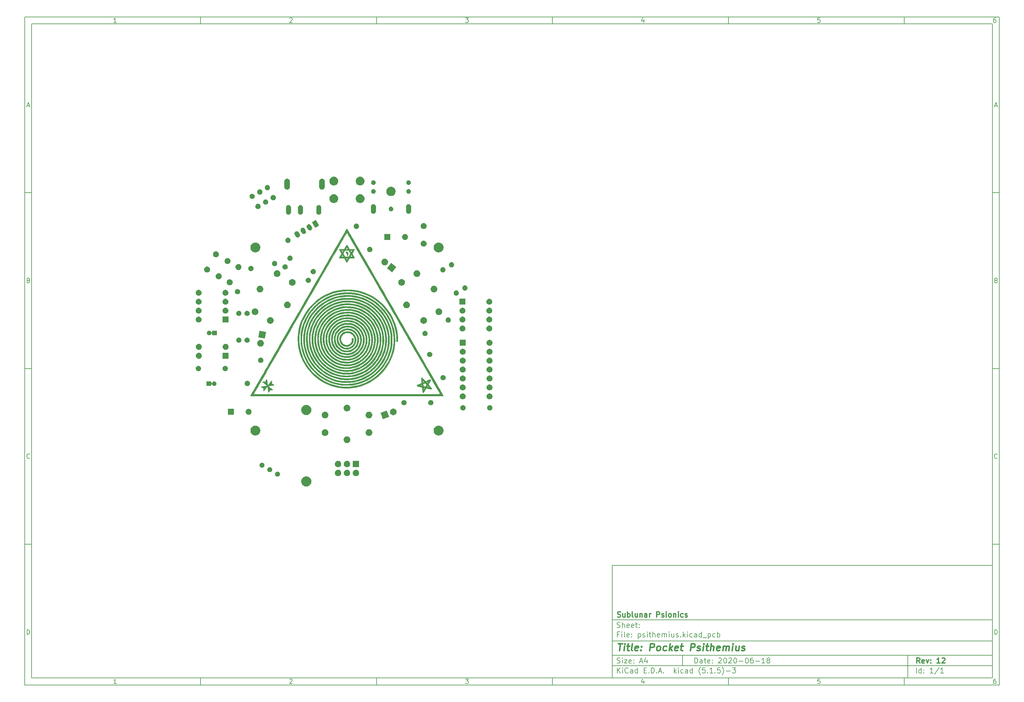
<source format=gbr>
G04 #@! TF.GenerationSoftware,KiCad,Pcbnew,(5.1.5)-3*
G04 #@! TF.CreationDate,2020-06-18T20:32:11+02:00*
G04 #@! TF.ProjectId,psithemius,70736974-6865-46d6-9975-732e6b696361,12*
G04 #@! TF.SameCoordinates,Original*
G04 #@! TF.FileFunction,Soldermask,Top*
G04 #@! TF.FilePolarity,Negative*
%FSLAX46Y46*%
G04 Gerber Fmt 4.6, Leading zero omitted, Abs format (unit mm)*
G04 Created by KiCad (PCBNEW (5.1.5)-3) date 2020-06-18 20:32:11*
%MOMM*%
%LPD*%
G04 APERTURE LIST*
%ADD10C,0.100000*%
%ADD11C,0.150000*%
%ADD12C,0.300000*%
%ADD13C,0.400000*%
%ADD14C,0.010000*%
G04 APERTURE END LIST*
D10*
D11*
X177002200Y-166007200D02*
X177002200Y-198007200D01*
X285002200Y-198007200D01*
X285002200Y-166007200D01*
X177002200Y-166007200D01*
D10*
D11*
X10000000Y-10000000D02*
X10000000Y-200007200D01*
X287002200Y-200007200D01*
X287002200Y-10000000D01*
X10000000Y-10000000D01*
D10*
D11*
X12000000Y-12000000D02*
X12000000Y-198007200D01*
X285002200Y-198007200D01*
X285002200Y-12000000D01*
X12000000Y-12000000D01*
D10*
D11*
X60000000Y-12000000D02*
X60000000Y-10000000D01*
D10*
D11*
X110000000Y-12000000D02*
X110000000Y-10000000D01*
D10*
D11*
X160000000Y-12000000D02*
X160000000Y-10000000D01*
D10*
D11*
X210000000Y-12000000D02*
X210000000Y-10000000D01*
D10*
D11*
X260000000Y-12000000D02*
X260000000Y-10000000D01*
D10*
D11*
X36065476Y-11588095D02*
X35322619Y-11588095D01*
X35694047Y-11588095D02*
X35694047Y-10288095D01*
X35570238Y-10473809D01*
X35446428Y-10597619D01*
X35322619Y-10659523D01*
D10*
D11*
X85322619Y-10411904D02*
X85384523Y-10350000D01*
X85508333Y-10288095D01*
X85817857Y-10288095D01*
X85941666Y-10350000D01*
X86003571Y-10411904D01*
X86065476Y-10535714D01*
X86065476Y-10659523D01*
X86003571Y-10845238D01*
X85260714Y-11588095D01*
X86065476Y-11588095D01*
D10*
D11*
X135260714Y-10288095D02*
X136065476Y-10288095D01*
X135632142Y-10783333D01*
X135817857Y-10783333D01*
X135941666Y-10845238D01*
X136003571Y-10907142D01*
X136065476Y-11030952D01*
X136065476Y-11340476D01*
X136003571Y-11464285D01*
X135941666Y-11526190D01*
X135817857Y-11588095D01*
X135446428Y-11588095D01*
X135322619Y-11526190D01*
X135260714Y-11464285D01*
D10*
D11*
X185941666Y-10721428D02*
X185941666Y-11588095D01*
X185632142Y-10226190D02*
X185322619Y-11154761D01*
X186127380Y-11154761D01*
D10*
D11*
X236003571Y-10288095D02*
X235384523Y-10288095D01*
X235322619Y-10907142D01*
X235384523Y-10845238D01*
X235508333Y-10783333D01*
X235817857Y-10783333D01*
X235941666Y-10845238D01*
X236003571Y-10907142D01*
X236065476Y-11030952D01*
X236065476Y-11340476D01*
X236003571Y-11464285D01*
X235941666Y-11526190D01*
X235817857Y-11588095D01*
X235508333Y-11588095D01*
X235384523Y-11526190D01*
X235322619Y-11464285D01*
D10*
D11*
X285941666Y-10288095D02*
X285694047Y-10288095D01*
X285570238Y-10350000D01*
X285508333Y-10411904D01*
X285384523Y-10597619D01*
X285322619Y-10845238D01*
X285322619Y-11340476D01*
X285384523Y-11464285D01*
X285446428Y-11526190D01*
X285570238Y-11588095D01*
X285817857Y-11588095D01*
X285941666Y-11526190D01*
X286003571Y-11464285D01*
X286065476Y-11340476D01*
X286065476Y-11030952D01*
X286003571Y-10907142D01*
X285941666Y-10845238D01*
X285817857Y-10783333D01*
X285570238Y-10783333D01*
X285446428Y-10845238D01*
X285384523Y-10907142D01*
X285322619Y-11030952D01*
D10*
D11*
X60000000Y-198007200D02*
X60000000Y-200007200D01*
D10*
D11*
X110000000Y-198007200D02*
X110000000Y-200007200D01*
D10*
D11*
X160000000Y-198007200D02*
X160000000Y-200007200D01*
D10*
D11*
X210000000Y-198007200D02*
X210000000Y-200007200D01*
D10*
D11*
X260000000Y-198007200D02*
X260000000Y-200007200D01*
D10*
D11*
X36065476Y-199595295D02*
X35322619Y-199595295D01*
X35694047Y-199595295D02*
X35694047Y-198295295D01*
X35570238Y-198481009D01*
X35446428Y-198604819D01*
X35322619Y-198666723D01*
D10*
D11*
X85322619Y-198419104D02*
X85384523Y-198357200D01*
X85508333Y-198295295D01*
X85817857Y-198295295D01*
X85941666Y-198357200D01*
X86003571Y-198419104D01*
X86065476Y-198542914D01*
X86065476Y-198666723D01*
X86003571Y-198852438D01*
X85260714Y-199595295D01*
X86065476Y-199595295D01*
D10*
D11*
X135260714Y-198295295D02*
X136065476Y-198295295D01*
X135632142Y-198790533D01*
X135817857Y-198790533D01*
X135941666Y-198852438D01*
X136003571Y-198914342D01*
X136065476Y-199038152D01*
X136065476Y-199347676D01*
X136003571Y-199471485D01*
X135941666Y-199533390D01*
X135817857Y-199595295D01*
X135446428Y-199595295D01*
X135322619Y-199533390D01*
X135260714Y-199471485D01*
D10*
D11*
X185941666Y-198728628D02*
X185941666Y-199595295D01*
X185632142Y-198233390D02*
X185322619Y-199161961D01*
X186127380Y-199161961D01*
D10*
D11*
X236003571Y-198295295D02*
X235384523Y-198295295D01*
X235322619Y-198914342D01*
X235384523Y-198852438D01*
X235508333Y-198790533D01*
X235817857Y-198790533D01*
X235941666Y-198852438D01*
X236003571Y-198914342D01*
X236065476Y-199038152D01*
X236065476Y-199347676D01*
X236003571Y-199471485D01*
X235941666Y-199533390D01*
X235817857Y-199595295D01*
X235508333Y-199595295D01*
X235384523Y-199533390D01*
X235322619Y-199471485D01*
D10*
D11*
X285941666Y-198295295D02*
X285694047Y-198295295D01*
X285570238Y-198357200D01*
X285508333Y-198419104D01*
X285384523Y-198604819D01*
X285322619Y-198852438D01*
X285322619Y-199347676D01*
X285384523Y-199471485D01*
X285446428Y-199533390D01*
X285570238Y-199595295D01*
X285817857Y-199595295D01*
X285941666Y-199533390D01*
X286003571Y-199471485D01*
X286065476Y-199347676D01*
X286065476Y-199038152D01*
X286003571Y-198914342D01*
X285941666Y-198852438D01*
X285817857Y-198790533D01*
X285570238Y-198790533D01*
X285446428Y-198852438D01*
X285384523Y-198914342D01*
X285322619Y-199038152D01*
D10*
D11*
X10000000Y-60000000D02*
X12000000Y-60000000D01*
D10*
D11*
X10000000Y-110000000D02*
X12000000Y-110000000D01*
D10*
D11*
X10000000Y-160000000D02*
X12000000Y-160000000D01*
D10*
D11*
X10690476Y-35216666D02*
X11309523Y-35216666D01*
X10566666Y-35588095D02*
X11000000Y-34288095D01*
X11433333Y-35588095D01*
D10*
D11*
X11092857Y-84907142D02*
X11278571Y-84969047D01*
X11340476Y-85030952D01*
X11402380Y-85154761D01*
X11402380Y-85340476D01*
X11340476Y-85464285D01*
X11278571Y-85526190D01*
X11154761Y-85588095D01*
X10659523Y-85588095D01*
X10659523Y-84288095D01*
X11092857Y-84288095D01*
X11216666Y-84350000D01*
X11278571Y-84411904D01*
X11340476Y-84535714D01*
X11340476Y-84659523D01*
X11278571Y-84783333D01*
X11216666Y-84845238D01*
X11092857Y-84907142D01*
X10659523Y-84907142D01*
D10*
D11*
X11402380Y-135464285D02*
X11340476Y-135526190D01*
X11154761Y-135588095D01*
X11030952Y-135588095D01*
X10845238Y-135526190D01*
X10721428Y-135402380D01*
X10659523Y-135278571D01*
X10597619Y-135030952D01*
X10597619Y-134845238D01*
X10659523Y-134597619D01*
X10721428Y-134473809D01*
X10845238Y-134350000D01*
X11030952Y-134288095D01*
X11154761Y-134288095D01*
X11340476Y-134350000D01*
X11402380Y-134411904D01*
D10*
D11*
X10659523Y-185588095D02*
X10659523Y-184288095D01*
X10969047Y-184288095D01*
X11154761Y-184350000D01*
X11278571Y-184473809D01*
X11340476Y-184597619D01*
X11402380Y-184845238D01*
X11402380Y-185030952D01*
X11340476Y-185278571D01*
X11278571Y-185402380D01*
X11154761Y-185526190D01*
X10969047Y-185588095D01*
X10659523Y-185588095D01*
D10*
D11*
X287002200Y-60000000D02*
X285002200Y-60000000D01*
D10*
D11*
X287002200Y-110000000D02*
X285002200Y-110000000D01*
D10*
D11*
X287002200Y-160000000D02*
X285002200Y-160000000D01*
D10*
D11*
X285692676Y-35216666D02*
X286311723Y-35216666D01*
X285568866Y-35588095D02*
X286002200Y-34288095D01*
X286435533Y-35588095D01*
D10*
D11*
X286095057Y-84907142D02*
X286280771Y-84969047D01*
X286342676Y-85030952D01*
X286404580Y-85154761D01*
X286404580Y-85340476D01*
X286342676Y-85464285D01*
X286280771Y-85526190D01*
X286156961Y-85588095D01*
X285661723Y-85588095D01*
X285661723Y-84288095D01*
X286095057Y-84288095D01*
X286218866Y-84350000D01*
X286280771Y-84411904D01*
X286342676Y-84535714D01*
X286342676Y-84659523D01*
X286280771Y-84783333D01*
X286218866Y-84845238D01*
X286095057Y-84907142D01*
X285661723Y-84907142D01*
D10*
D11*
X286404580Y-135464285D02*
X286342676Y-135526190D01*
X286156961Y-135588095D01*
X286033152Y-135588095D01*
X285847438Y-135526190D01*
X285723628Y-135402380D01*
X285661723Y-135278571D01*
X285599819Y-135030952D01*
X285599819Y-134845238D01*
X285661723Y-134597619D01*
X285723628Y-134473809D01*
X285847438Y-134350000D01*
X286033152Y-134288095D01*
X286156961Y-134288095D01*
X286342676Y-134350000D01*
X286404580Y-134411904D01*
D10*
D11*
X285661723Y-185588095D02*
X285661723Y-184288095D01*
X285971247Y-184288095D01*
X286156961Y-184350000D01*
X286280771Y-184473809D01*
X286342676Y-184597619D01*
X286404580Y-184845238D01*
X286404580Y-185030952D01*
X286342676Y-185278571D01*
X286280771Y-185402380D01*
X286156961Y-185526190D01*
X285971247Y-185588095D01*
X285661723Y-185588095D01*
D10*
D11*
X200434342Y-193785771D02*
X200434342Y-192285771D01*
X200791485Y-192285771D01*
X201005771Y-192357200D01*
X201148628Y-192500057D01*
X201220057Y-192642914D01*
X201291485Y-192928628D01*
X201291485Y-193142914D01*
X201220057Y-193428628D01*
X201148628Y-193571485D01*
X201005771Y-193714342D01*
X200791485Y-193785771D01*
X200434342Y-193785771D01*
X202577200Y-193785771D02*
X202577200Y-193000057D01*
X202505771Y-192857200D01*
X202362914Y-192785771D01*
X202077200Y-192785771D01*
X201934342Y-192857200D01*
X202577200Y-193714342D02*
X202434342Y-193785771D01*
X202077200Y-193785771D01*
X201934342Y-193714342D01*
X201862914Y-193571485D01*
X201862914Y-193428628D01*
X201934342Y-193285771D01*
X202077200Y-193214342D01*
X202434342Y-193214342D01*
X202577200Y-193142914D01*
X203077200Y-192785771D02*
X203648628Y-192785771D01*
X203291485Y-192285771D02*
X203291485Y-193571485D01*
X203362914Y-193714342D01*
X203505771Y-193785771D01*
X203648628Y-193785771D01*
X204720057Y-193714342D02*
X204577200Y-193785771D01*
X204291485Y-193785771D01*
X204148628Y-193714342D01*
X204077200Y-193571485D01*
X204077200Y-193000057D01*
X204148628Y-192857200D01*
X204291485Y-192785771D01*
X204577200Y-192785771D01*
X204720057Y-192857200D01*
X204791485Y-193000057D01*
X204791485Y-193142914D01*
X204077200Y-193285771D01*
X205434342Y-193642914D02*
X205505771Y-193714342D01*
X205434342Y-193785771D01*
X205362914Y-193714342D01*
X205434342Y-193642914D01*
X205434342Y-193785771D01*
X205434342Y-192857200D02*
X205505771Y-192928628D01*
X205434342Y-193000057D01*
X205362914Y-192928628D01*
X205434342Y-192857200D01*
X205434342Y-193000057D01*
X207220057Y-192428628D02*
X207291485Y-192357200D01*
X207434342Y-192285771D01*
X207791485Y-192285771D01*
X207934342Y-192357200D01*
X208005771Y-192428628D01*
X208077200Y-192571485D01*
X208077200Y-192714342D01*
X208005771Y-192928628D01*
X207148628Y-193785771D01*
X208077200Y-193785771D01*
X209005771Y-192285771D02*
X209148628Y-192285771D01*
X209291485Y-192357200D01*
X209362914Y-192428628D01*
X209434342Y-192571485D01*
X209505771Y-192857200D01*
X209505771Y-193214342D01*
X209434342Y-193500057D01*
X209362914Y-193642914D01*
X209291485Y-193714342D01*
X209148628Y-193785771D01*
X209005771Y-193785771D01*
X208862914Y-193714342D01*
X208791485Y-193642914D01*
X208720057Y-193500057D01*
X208648628Y-193214342D01*
X208648628Y-192857200D01*
X208720057Y-192571485D01*
X208791485Y-192428628D01*
X208862914Y-192357200D01*
X209005771Y-192285771D01*
X210077200Y-192428628D02*
X210148628Y-192357200D01*
X210291485Y-192285771D01*
X210648628Y-192285771D01*
X210791485Y-192357200D01*
X210862914Y-192428628D01*
X210934342Y-192571485D01*
X210934342Y-192714342D01*
X210862914Y-192928628D01*
X210005771Y-193785771D01*
X210934342Y-193785771D01*
X211862914Y-192285771D02*
X212005771Y-192285771D01*
X212148628Y-192357200D01*
X212220057Y-192428628D01*
X212291485Y-192571485D01*
X212362914Y-192857200D01*
X212362914Y-193214342D01*
X212291485Y-193500057D01*
X212220057Y-193642914D01*
X212148628Y-193714342D01*
X212005771Y-193785771D01*
X211862914Y-193785771D01*
X211720057Y-193714342D01*
X211648628Y-193642914D01*
X211577200Y-193500057D01*
X211505771Y-193214342D01*
X211505771Y-192857200D01*
X211577200Y-192571485D01*
X211648628Y-192428628D01*
X211720057Y-192357200D01*
X211862914Y-192285771D01*
X213005771Y-193214342D02*
X214148628Y-193214342D01*
X215148628Y-192285771D02*
X215291485Y-192285771D01*
X215434342Y-192357200D01*
X215505771Y-192428628D01*
X215577200Y-192571485D01*
X215648628Y-192857200D01*
X215648628Y-193214342D01*
X215577200Y-193500057D01*
X215505771Y-193642914D01*
X215434342Y-193714342D01*
X215291485Y-193785771D01*
X215148628Y-193785771D01*
X215005771Y-193714342D01*
X214934342Y-193642914D01*
X214862914Y-193500057D01*
X214791485Y-193214342D01*
X214791485Y-192857200D01*
X214862914Y-192571485D01*
X214934342Y-192428628D01*
X215005771Y-192357200D01*
X215148628Y-192285771D01*
X216934342Y-192285771D02*
X216648628Y-192285771D01*
X216505771Y-192357200D01*
X216434342Y-192428628D01*
X216291485Y-192642914D01*
X216220057Y-192928628D01*
X216220057Y-193500057D01*
X216291485Y-193642914D01*
X216362914Y-193714342D01*
X216505771Y-193785771D01*
X216791485Y-193785771D01*
X216934342Y-193714342D01*
X217005771Y-193642914D01*
X217077200Y-193500057D01*
X217077200Y-193142914D01*
X217005771Y-193000057D01*
X216934342Y-192928628D01*
X216791485Y-192857200D01*
X216505771Y-192857200D01*
X216362914Y-192928628D01*
X216291485Y-193000057D01*
X216220057Y-193142914D01*
X217720057Y-193214342D02*
X218862914Y-193214342D01*
X220362914Y-193785771D02*
X219505771Y-193785771D01*
X219934342Y-193785771D02*
X219934342Y-192285771D01*
X219791485Y-192500057D01*
X219648628Y-192642914D01*
X219505771Y-192714342D01*
X221220057Y-192928628D02*
X221077200Y-192857200D01*
X221005771Y-192785771D01*
X220934342Y-192642914D01*
X220934342Y-192571485D01*
X221005771Y-192428628D01*
X221077200Y-192357200D01*
X221220057Y-192285771D01*
X221505771Y-192285771D01*
X221648628Y-192357200D01*
X221720057Y-192428628D01*
X221791485Y-192571485D01*
X221791485Y-192642914D01*
X221720057Y-192785771D01*
X221648628Y-192857200D01*
X221505771Y-192928628D01*
X221220057Y-192928628D01*
X221077200Y-193000057D01*
X221005771Y-193071485D01*
X220934342Y-193214342D01*
X220934342Y-193500057D01*
X221005771Y-193642914D01*
X221077200Y-193714342D01*
X221220057Y-193785771D01*
X221505771Y-193785771D01*
X221648628Y-193714342D01*
X221720057Y-193642914D01*
X221791485Y-193500057D01*
X221791485Y-193214342D01*
X221720057Y-193071485D01*
X221648628Y-193000057D01*
X221505771Y-192928628D01*
D10*
D11*
X177002200Y-194507200D02*
X285002200Y-194507200D01*
D10*
D11*
X178434342Y-196585771D02*
X178434342Y-195085771D01*
X179291485Y-196585771D02*
X178648628Y-195728628D01*
X179291485Y-195085771D02*
X178434342Y-195942914D01*
X179934342Y-196585771D02*
X179934342Y-195585771D01*
X179934342Y-195085771D02*
X179862914Y-195157200D01*
X179934342Y-195228628D01*
X180005771Y-195157200D01*
X179934342Y-195085771D01*
X179934342Y-195228628D01*
X181505771Y-196442914D02*
X181434342Y-196514342D01*
X181220057Y-196585771D01*
X181077200Y-196585771D01*
X180862914Y-196514342D01*
X180720057Y-196371485D01*
X180648628Y-196228628D01*
X180577200Y-195942914D01*
X180577200Y-195728628D01*
X180648628Y-195442914D01*
X180720057Y-195300057D01*
X180862914Y-195157200D01*
X181077200Y-195085771D01*
X181220057Y-195085771D01*
X181434342Y-195157200D01*
X181505771Y-195228628D01*
X182791485Y-196585771D02*
X182791485Y-195800057D01*
X182720057Y-195657200D01*
X182577200Y-195585771D01*
X182291485Y-195585771D01*
X182148628Y-195657200D01*
X182791485Y-196514342D02*
X182648628Y-196585771D01*
X182291485Y-196585771D01*
X182148628Y-196514342D01*
X182077200Y-196371485D01*
X182077200Y-196228628D01*
X182148628Y-196085771D01*
X182291485Y-196014342D01*
X182648628Y-196014342D01*
X182791485Y-195942914D01*
X184148628Y-196585771D02*
X184148628Y-195085771D01*
X184148628Y-196514342D02*
X184005771Y-196585771D01*
X183720057Y-196585771D01*
X183577200Y-196514342D01*
X183505771Y-196442914D01*
X183434342Y-196300057D01*
X183434342Y-195871485D01*
X183505771Y-195728628D01*
X183577200Y-195657200D01*
X183720057Y-195585771D01*
X184005771Y-195585771D01*
X184148628Y-195657200D01*
X186005771Y-195800057D02*
X186505771Y-195800057D01*
X186720057Y-196585771D02*
X186005771Y-196585771D01*
X186005771Y-195085771D01*
X186720057Y-195085771D01*
X187362914Y-196442914D02*
X187434342Y-196514342D01*
X187362914Y-196585771D01*
X187291485Y-196514342D01*
X187362914Y-196442914D01*
X187362914Y-196585771D01*
X188077200Y-196585771D02*
X188077200Y-195085771D01*
X188434342Y-195085771D01*
X188648628Y-195157200D01*
X188791485Y-195300057D01*
X188862914Y-195442914D01*
X188934342Y-195728628D01*
X188934342Y-195942914D01*
X188862914Y-196228628D01*
X188791485Y-196371485D01*
X188648628Y-196514342D01*
X188434342Y-196585771D01*
X188077200Y-196585771D01*
X189577200Y-196442914D02*
X189648628Y-196514342D01*
X189577200Y-196585771D01*
X189505771Y-196514342D01*
X189577200Y-196442914D01*
X189577200Y-196585771D01*
X190220057Y-196157200D02*
X190934342Y-196157200D01*
X190077200Y-196585771D02*
X190577200Y-195085771D01*
X191077200Y-196585771D01*
X191577200Y-196442914D02*
X191648628Y-196514342D01*
X191577200Y-196585771D01*
X191505771Y-196514342D01*
X191577200Y-196442914D01*
X191577200Y-196585771D01*
X194577200Y-196585771D02*
X194577200Y-195085771D01*
X194720057Y-196014342D02*
X195148628Y-196585771D01*
X195148628Y-195585771D02*
X194577200Y-196157200D01*
X195791485Y-196585771D02*
X195791485Y-195585771D01*
X195791485Y-195085771D02*
X195720057Y-195157200D01*
X195791485Y-195228628D01*
X195862914Y-195157200D01*
X195791485Y-195085771D01*
X195791485Y-195228628D01*
X197148628Y-196514342D02*
X197005771Y-196585771D01*
X196720057Y-196585771D01*
X196577200Y-196514342D01*
X196505771Y-196442914D01*
X196434342Y-196300057D01*
X196434342Y-195871485D01*
X196505771Y-195728628D01*
X196577200Y-195657200D01*
X196720057Y-195585771D01*
X197005771Y-195585771D01*
X197148628Y-195657200D01*
X198434342Y-196585771D02*
X198434342Y-195800057D01*
X198362914Y-195657200D01*
X198220057Y-195585771D01*
X197934342Y-195585771D01*
X197791485Y-195657200D01*
X198434342Y-196514342D02*
X198291485Y-196585771D01*
X197934342Y-196585771D01*
X197791485Y-196514342D01*
X197720057Y-196371485D01*
X197720057Y-196228628D01*
X197791485Y-196085771D01*
X197934342Y-196014342D01*
X198291485Y-196014342D01*
X198434342Y-195942914D01*
X199791485Y-196585771D02*
X199791485Y-195085771D01*
X199791485Y-196514342D02*
X199648628Y-196585771D01*
X199362914Y-196585771D01*
X199220057Y-196514342D01*
X199148628Y-196442914D01*
X199077200Y-196300057D01*
X199077200Y-195871485D01*
X199148628Y-195728628D01*
X199220057Y-195657200D01*
X199362914Y-195585771D01*
X199648628Y-195585771D01*
X199791485Y-195657200D01*
X202077200Y-197157200D02*
X202005771Y-197085771D01*
X201862914Y-196871485D01*
X201791485Y-196728628D01*
X201720057Y-196514342D01*
X201648628Y-196157200D01*
X201648628Y-195871485D01*
X201720057Y-195514342D01*
X201791485Y-195300057D01*
X201862914Y-195157200D01*
X202005771Y-194942914D01*
X202077200Y-194871485D01*
X203362914Y-195085771D02*
X202648628Y-195085771D01*
X202577200Y-195800057D01*
X202648628Y-195728628D01*
X202791485Y-195657200D01*
X203148628Y-195657200D01*
X203291485Y-195728628D01*
X203362914Y-195800057D01*
X203434342Y-195942914D01*
X203434342Y-196300057D01*
X203362914Y-196442914D01*
X203291485Y-196514342D01*
X203148628Y-196585771D01*
X202791485Y-196585771D01*
X202648628Y-196514342D01*
X202577200Y-196442914D01*
X204077200Y-196442914D02*
X204148628Y-196514342D01*
X204077200Y-196585771D01*
X204005771Y-196514342D01*
X204077200Y-196442914D01*
X204077200Y-196585771D01*
X205577200Y-196585771D02*
X204720057Y-196585771D01*
X205148628Y-196585771D02*
X205148628Y-195085771D01*
X205005771Y-195300057D01*
X204862914Y-195442914D01*
X204720057Y-195514342D01*
X206220057Y-196442914D02*
X206291485Y-196514342D01*
X206220057Y-196585771D01*
X206148628Y-196514342D01*
X206220057Y-196442914D01*
X206220057Y-196585771D01*
X207648628Y-195085771D02*
X206934342Y-195085771D01*
X206862914Y-195800057D01*
X206934342Y-195728628D01*
X207077200Y-195657200D01*
X207434342Y-195657200D01*
X207577200Y-195728628D01*
X207648628Y-195800057D01*
X207720057Y-195942914D01*
X207720057Y-196300057D01*
X207648628Y-196442914D01*
X207577200Y-196514342D01*
X207434342Y-196585771D01*
X207077200Y-196585771D01*
X206934342Y-196514342D01*
X206862914Y-196442914D01*
X208220057Y-197157200D02*
X208291485Y-197085771D01*
X208434342Y-196871485D01*
X208505771Y-196728628D01*
X208577200Y-196514342D01*
X208648628Y-196157200D01*
X208648628Y-195871485D01*
X208577200Y-195514342D01*
X208505771Y-195300057D01*
X208434342Y-195157200D01*
X208291485Y-194942914D01*
X208220057Y-194871485D01*
X209362914Y-196014342D02*
X210505771Y-196014342D01*
X211077200Y-195085771D02*
X212005771Y-195085771D01*
X211505771Y-195657200D01*
X211720057Y-195657200D01*
X211862914Y-195728628D01*
X211934342Y-195800057D01*
X212005771Y-195942914D01*
X212005771Y-196300057D01*
X211934342Y-196442914D01*
X211862914Y-196514342D01*
X211720057Y-196585771D01*
X211291485Y-196585771D01*
X211148628Y-196514342D01*
X211077200Y-196442914D01*
D10*
D11*
X177002200Y-191507200D02*
X285002200Y-191507200D01*
D10*
D12*
X264411485Y-193785771D02*
X263911485Y-193071485D01*
X263554342Y-193785771D02*
X263554342Y-192285771D01*
X264125771Y-192285771D01*
X264268628Y-192357200D01*
X264340057Y-192428628D01*
X264411485Y-192571485D01*
X264411485Y-192785771D01*
X264340057Y-192928628D01*
X264268628Y-193000057D01*
X264125771Y-193071485D01*
X263554342Y-193071485D01*
X265625771Y-193714342D02*
X265482914Y-193785771D01*
X265197200Y-193785771D01*
X265054342Y-193714342D01*
X264982914Y-193571485D01*
X264982914Y-193000057D01*
X265054342Y-192857200D01*
X265197200Y-192785771D01*
X265482914Y-192785771D01*
X265625771Y-192857200D01*
X265697200Y-193000057D01*
X265697200Y-193142914D01*
X264982914Y-193285771D01*
X266197200Y-192785771D02*
X266554342Y-193785771D01*
X266911485Y-192785771D01*
X267482914Y-193642914D02*
X267554342Y-193714342D01*
X267482914Y-193785771D01*
X267411485Y-193714342D01*
X267482914Y-193642914D01*
X267482914Y-193785771D01*
X267482914Y-192857200D02*
X267554342Y-192928628D01*
X267482914Y-193000057D01*
X267411485Y-192928628D01*
X267482914Y-192857200D01*
X267482914Y-193000057D01*
X270125771Y-193785771D02*
X269268628Y-193785771D01*
X269697200Y-193785771D02*
X269697200Y-192285771D01*
X269554342Y-192500057D01*
X269411485Y-192642914D01*
X269268628Y-192714342D01*
X270697200Y-192428628D02*
X270768628Y-192357200D01*
X270911485Y-192285771D01*
X271268628Y-192285771D01*
X271411485Y-192357200D01*
X271482914Y-192428628D01*
X271554342Y-192571485D01*
X271554342Y-192714342D01*
X271482914Y-192928628D01*
X270625771Y-193785771D01*
X271554342Y-193785771D01*
D10*
D11*
X178362914Y-193714342D02*
X178577200Y-193785771D01*
X178934342Y-193785771D01*
X179077200Y-193714342D01*
X179148628Y-193642914D01*
X179220057Y-193500057D01*
X179220057Y-193357200D01*
X179148628Y-193214342D01*
X179077200Y-193142914D01*
X178934342Y-193071485D01*
X178648628Y-193000057D01*
X178505771Y-192928628D01*
X178434342Y-192857200D01*
X178362914Y-192714342D01*
X178362914Y-192571485D01*
X178434342Y-192428628D01*
X178505771Y-192357200D01*
X178648628Y-192285771D01*
X179005771Y-192285771D01*
X179220057Y-192357200D01*
X179862914Y-193785771D02*
X179862914Y-192785771D01*
X179862914Y-192285771D02*
X179791485Y-192357200D01*
X179862914Y-192428628D01*
X179934342Y-192357200D01*
X179862914Y-192285771D01*
X179862914Y-192428628D01*
X180434342Y-192785771D02*
X181220057Y-192785771D01*
X180434342Y-193785771D01*
X181220057Y-193785771D01*
X182362914Y-193714342D02*
X182220057Y-193785771D01*
X181934342Y-193785771D01*
X181791485Y-193714342D01*
X181720057Y-193571485D01*
X181720057Y-193000057D01*
X181791485Y-192857200D01*
X181934342Y-192785771D01*
X182220057Y-192785771D01*
X182362914Y-192857200D01*
X182434342Y-193000057D01*
X182434342Y-193142914D01*
X181720057Y-193285771D01*
X183077200Y-193642914D02*
X183148628Y-193714342D01*
X183077200Y-193785771D01*
X183005771Y-193714342D01*
X183077200Y-193642914D01*
X183077200Y-193785771D01*
X183077200Y-192857200D02*
X183148628Y-192928628D01*
X183077200Y-193000057D01*
X183005771Y-192928628D01*
X183077200Y-192857200D01*
X183077200Y-193000057D01*
X184862914Y-193357200D02*
X185577200Y-193357200D01*
X184720057Y-193785771D02*
X185220057Y-192285771D01*
X185720057Y-193785771D01*
X186862914Y-192785771D02*
X186862914Y-193785771D01*
X186505771Y-192214342D02*
X186148628Y-193285771D01*
X187077200Y-193285771D01*
D10*
D11*
X263434342Y-196585771D02*
X263434342Y-195085771D01*
X264791485Y-196585771D02*
X264791485Y-195085771D01*
X264791485Y-196514342D02*
X264648628Y-196585771D01*
X264362914Y-196585771D01*
X264220057Y-196514342D01*
X264148628Y-196442914D01*
X264077200Y-196300057D01*
X264077200Y-195871485D01*
X264148628Y-195728628D01*
X264220057Y-195657200D01*
X264362914Y-195585771D01*
X264648628Y-195585771D01*
X264791485Y-195657200D01*
X265505771Y-196442914D02*
X265577200Y-196514342D01*
X265505771Y-196585771D01*
X265434342Y-196514342D01*
X265505771Y-196442914D01*
X265505771Y-196585771D01*
X265505771Y-195657200D02*
X265577200Y-195728628D01*
X265505771Y-195800057D01*
X265434342Y-195728628D01*
X265505771Y-195657200D01*
X265505771Y-195800057D01*
X268148628Y-196585771D02*
X267291485Y-196585771D01*
X267720057Y-196585771D02*
X267720057Y-195085771D01*
X267577200Y-195300057D01*
X267434342Y-195442914D01*
X267291485Y-195514342D01*
X269862914Y-195014342D02*
X268577200Y-196942914D01*
X271148628Y-196585771D02*
X270291485Y-196585771D01*
X270720057Y-196585771D02*
X270720057Y-195085771D01*
X270577200Y-195300057D01*
X270434342Y-195442914D01*
X270291485Y-195514342D01*
D10*
D11*
X177002200Y-187507200D02*
X285002200Y-187507200D01*
D10*
D13*
X178714580Y-188211961D02*
X179857438Y-188211961D01*
X179036009Y-190211961D02*
X179286009Y-188211961D01*
X180274104Y-190211961D02*
X180440771Y-188878628D01*
X180524104Y-188211961D02*
X180416961Y-188307200D01*
X180500295Y-188402438D01*
X180607438Y-188307200D01*
X180524104Y-188211961D01*
X180500295Y-188402438D01*
X181107438Y-188878628D02*
X181869342Y-188878628D01*
X181476485Y-188211961D02*
X181262200Y-189926247D01*
X181333628Y-190116723D01*
X181512200Y-190211961D01*
X181702676Y-190211961D01*
X182655057Y-190211961D02*
X182476485Y-190116723D01*
X182405057Y-189926247D01*
X182619342Y-188211961D01*
X184190771Y-190116723D02*
X183988390Y-190211961D01*
X183607438Y-190211961D01*
X183428866Y-190116723D01*
X183357438Y-189926247D01*
X183452676Y-189164342D01*
X183571723Y-188973866D01*
X183774104Y-188878628D01*
X184155057Y-188878628D01*
X184333628Y-188973866D01*
X184405057Y-189164342D01*
X184381247Y-189354819D01*
X183405057Y-189545295D01*
X185155057Y-190021485D02*
X185238390Y-190116723D01*
X185131247Y-190211961D01*
X185047914Y-190116723D01*
X185155057Y-190021485D01*
X185131247Y-190211961D01*
X185286009Y-188973866D02*
X185369342Y-189069104D01*
X185262200Y-189164342D01*
X185178866Y-189069104D01*
X185286009Y-188973866D01*
X185262200Y-189164342D01*
X187607438Y-190211961D02*
X187857438Y-188211961D01*
X188619342Y-188211961D01*
X188797914Y-188307200D01*
X188881247Y-188402438D01*
X188952676Y-188592914D01*
X188916961Y-188878628D01*
X188797914Y-189069104D01*
X188690771Y-189164342D01*
X188488390Y-189259580D01*
X187726485Y-189259580D01*
X189893152Y-190211961D02*
X189714580Y-190116723D01*
X189631247Y-190021485D01*
X189559819Y-189831009D01*
X189631247Y-189259580D01*
X189750295Y-189069104D01*
X189857438Y-188973866D01*
X190059819Y-188878628D01*
X190345533Y-188878628D01*
X190524104Y-188973866D01*
X190607438Y-189069104D01*
X190678866Y-189259580D01*
X190607438Y-189831009D01*
X190488390Y-190021485D01*
X190381247Y-190116723D01*
X190178866Y-190211961D01*
X189893152Y-190211961D01*
X192286009Y-190116723D02*
X192083628Y-190211961D01*
X191702676Y-190211961D01*
X191524104Y-190116723D01*
X191440771Y-190021485D01*
X191369342Y-189831009D01*
X191440771Y-189259580D01*
X191559819Y-189069104D01*
X191666961Y-188973866D01*
X191869342Y-188878628D01*
X192250295Y-188878628D01*
X192428866Y-188973866D01*
X193131247Y-190211961D02*
X193381247Y-188211961D01*
X193416961Y-189450057D02*
X193893152Y-190211961D01*
X194059819Y-188878628D02*
X193202676Y-189640533D01*
X195524104Y-190116723D02*
X195321723Y-190211961D01*
X194940771Y-190211961D01*
X194762200Y-190116723D01*
X194690771Y-189926247D01*
X194786009Y-189164342D01*
X194905057Y-188973866D01*
X195107438Y-188878628D01*
X195488390Y-188878628D01*
X195666961Y-188973866D01*
X195738390Y-189164342D01*
X195714580Y-189354819D01*
X194738390Y-189545295D01*
X196345533Y-188878628D02*
X197107438Y-188878628D01*
X196714580Y-188211961D02*
X196500295Y-189926247D01*
X196571723Y-190116723D01*
X196750295Y-190211961D01*
X196940771Y-190211961D01*
X199131247Y-190211961D02*
X199381247Y-188211961D01*
X200143152Y-188211961D01*
X200321723Y-188307200D01*
X200405057Y-188402438D01*
X200476485Y-188592914D01*
X200440771Y-188878628D01*
X200321723Y-189069104D01*
X200214580Y-189164342D01*
X200012200Y-189259580D01*
X199250295Y-189259580D01*
X201047914Y-190116723D02*
X201226485Y-190211961D01*
X201607438Y-190211961D01*
X201809819Y-190116723D01*
X201928866Y-189926247D01*
X201940771Y-189831009D01*
X201869342Y-189640533D01*
X201690771Y-189545295D01*
X201405057Y-189545295D01*
X201226485Y-189450057D01*
X201155057Y-189259580D01*
X201166961Y-189164342D01*
X201286009Y-188973866D01*
X201488390Y-188878628D01*
X201774104Y-188878628D01*
X201952676Y-188973866D01*
X202750295Y-190211961D02*
X202916961Y-188878628D01*
X203000295Y-188211961D02*
X202893152Y-188307200D01*
X202976485Y-188402438D01*
X203083628Y-188307200D01*
X203000295Y-188211961D01*
X202976485Y-188402438D01*
X203583628Y-188878628D02*
X204345533Y-188878628D01*
X203952676Y-188211961D02*
X203738390Y-189926247D01*
X203809819Y-190116723D01*
X203988390Y-190211961D01*
X204178866Y-190211961D01*
X204845533Y-190211961D02*
X205095533Y-188211961D01*
X205702676Y-190211961D02*
X205833628Y-189164342D01*
X205762200Y-188973866D01*
X205583628Y-188878628D01*
X205297914Y-188878628D01*
X205095533Y-188973866D01*
X204988390Y-189069104D01*
X207428866Y-190116723D02*
X207226485Y-190211961D01*
X206845533Y-190211961D01*
X206666961Y-190116723D01*
X206595533Y-189926247D01*
X206690771Y-189164342D01*
X206809819Y-188973866D01*
X207012200Y-188878628D01*
X207393152Y-188878628D01*
X207571723Y-188973866D01*
X207643152Y-189164342D01*
X207619342Y-189354819D01*
X206643152Y-189545295D01*
X208369342Y-190211961D02*
X208536009Y-188878628D01*
X208512200Y-189069104D02*
X208619342Y-188973866D01*
X208821723Y-188878628D01*
X209107438Y-188878628D01*
X209286009Y-188973866D01*
X209357438Y-189164342D01*
X209226485Y-190211961D01*
X209357438Y-189164342D02*
X209476485Y-188973866D01*
X209678866Y-188878628D01*
X209964580Y-188878628D01*
X210143152Y-188973866D01*
X210214580Y-189164342D01*
X210083628Y-190211961D01*
X211036009Y-190211961D02*
X211202676Y-188878628D01*
X211286009Y-188211961D02*
X211178866Y-188307200D01*
X211262200Y-188402438D01*
X211369342Y-188307200D01*
X211286009Y-188211961D01*
X211262200Y-188402438D01*
X213012200Y-188878628D02*
X212845533Y-190211961D01*
X212155057Y-188878628D02*
X212024104Y-189926247D01*
X212095533Y-190116723D01*
X212274104Y-190211961D01*
X212559819Y-190211961D01*
X212762200Y-190116723D01*
X212869342Y-190021485D01*
X213714580Y-190116723D02*
X213893152Y-190211961D01*
X214274104Y-190211961D01*
X214476485Y-190116723D01*
X214595533Y-189926247D01*
X214607438Y-189831009D01*
X214536009Y-189640533D01*
X214357438Y-189545295D01*
X214071723Y-189545295D01*
X213893152Y-189450057D01*
X213821723Y-189259580D01*
X213833628Y-189164342D01*
X213952676Y-188973866D01*
X214155057Y-188878628D01*
X214440771Y-188878628D01*
X214619342Y-188973866D01*
D10*
D11*
X178934342Y-185600057D02*
X178434342Y-185600057D01*
X178434342Y-186385771D02*
X178434342Y-184885771D01*
X179148628Y-184885771D01*
X179720057Y-186385771D02*
X179720057Y-185385771D01*
X179720057Y-184885771D02*
X179648628Y-184957200D01*
X179720057Y-185028628D01*
X179791485Y-184957200D01*
X179720057Y-184885771D01*
X179720057Y-185028628D01*
X180648628Y-186385771D02*
X180505771Y-186314342D01*
X180434342Y-186171485D01*
X180434342Y-184885771D01*
X181791485Y-186314342D02*
X181648628Y-186385771D01*
X181362914Y-186385771D01*
X181220057Y-186314342D01*
X181148628Y-186171485D01*
X181148628Y-185600057D01*
X181220057Y-185457200D01*
X181362914Y-185385771D01*
X181648628Y-185385771D01*
X181791485Y-185457200D01*
X181862914Y-185600057D01*
X181862914Y-185742914D01*
X181148628Y-185885771D01*
X182505771Y-186242914D02*
X182577200Y-186314342D01*
X182505771Y-186385771D01*
X182434342Y-186314342D01*
X182505771Y-186242914D01*
X182505771Y-186385771D01*
X182505771Y-185457200D02*
X182577200Y-185528628D01*
X182505771Y-185600057D01*
X182434342Y-185528628D01*
X182505771Y-185457200D01*
X182505771Y-185600057D01*
X184362914Y-185385771D02*
X184362914Y-186885771D01*
X184362914Y-185457200D02*
X184505771Y-185385771D01*
X184791485Y-185385771D01*
X184934342Y-185457200D01*
X185005771Y-185528628D01*
X185077200Y-185671485D01*
X185077200Y-186100057D01*
X185005771Y-186242914D01*
X184934342Y-186314342D01*
X184791485Y-186385771D01*
X184505771Y-186385771D01*
X184362914Y-186314342D01*
X185648628Y-186314342D02*
X185791485Y-186385771D01*
X186077200Y-186385771D01*
X186220057Y-186314342D01*
X186291485Y-186171485D01*
X186291485Y-186100057D01*
X186220057Y-185957200D01*
X186077200Y-185885771D01*
X185862914Y-185885771D01*
X185720057Y-185814342D01*
X185648628Y-185671485D01*
X185648628Y-185600057D01*
X185720057Y-185457200D01*
X185862914Y-185385771D01*
X186077200Y-185385771D01*
X186220057Y-185457200D01*
X186934342Y-186385771D02*
X186934342Y-185385771D01*
X186934342Y-184885771D02*
X186862914Y-184957200D01*
X186934342Y-185028628D01*
X187005771Y-184957200D01*
X186934342Y-184885771D01*
X186934342Y-185028628D01*
X187434342Y-185385771D02*
X188005771Y-185385771D01*
X187648628Y-184885771D02*
X187648628Y-186171485D01*
X187720057Y-186314342D01*
X187862914Y-186385771D01*
X188005771Y-186385771D01*
X188505771Y-186385771D02*
X188505771Y-184885771D01*
X189148628Y-186385771D02*
X189148628Y-185600057D01*
X189077200Y-185457200D01*
X188934342Y-185385771D01*
X188720057Y-185385771D01*
X188577200Y-185457200D01*
X188505771Y-185528628D01*
X190434342Y-186314342D02*
X190291485Y-186385771D01*
X190005771Y-186385771D01*
X189862914Y-186314342D01*
X189791485Y-186171485D01*
X189791485Y-185600057D01*
X189862914Y-185457200D01*
X190005771Y-185385771D01*
X190291485Y-185385771D01*
X190434342Y-185457200D01*
X190505771Y-185600057D01*
X190505771Y-185742914D01*
X189791485Y-185885771D01*
X191148628Y-186385771D02*
X191148628Y-185385771D01*
X191148628Y-185528628D02*
X191220057Y-185457200D01*
X191362914Y-185385771D01*
X191577200Y-185385771D01*
X191720057Y-185457200D01*
X191791485Y-185600057D01*
X191791485Y-186385771D01*
X191791485Y-185600057D02*
X191862914Y-185457200D01*
X192005771Y-185385771D01*
X192220057Y-185385771D01*
X192362914Y-185457200D01*
X192434342Y-185600057D01*
X192434342Y-186385771D01*
X193148628Y-186385771D02*
X193148628Y-185385771D01*
X193148628Y-184885771D02*
X193077200Y-184957200D01*
X193148628Y-185028628D01*
X193220057Y-184957200D01*
X193148628Y-184885771D01*
X193148628Y-185028628D01*
X194505771Y-185385771D02*
X194505771Y-186385771D01*
X193862914Y-185385771D02*
X193862914Y-186171485D01*
X193934342Y-186314342D01*
X194077200Y-186385771D01*
X194291485Y-186385771D01*
X194434342Y-186314342D01*
X194505771Y-186242914D01*
X195148628Y-186314342D02*
X195291485Y-186385771D01*
X195577200Y-186385771D01*
X195720057Y-186314342D01*
X195791485Y-186171485D01*
X195791485Y-186100057D01*
X195720057Y-185957200D01*
X195577200Y-185885771D01*
X195362914Y-185885771D01*
X195220057Y-185814342D01*
X195148628Y-185671485D01*
X195148628Y-185600057D01*
X195220057Y-185457200D01*
X195362914Y-185385771D01*
X195577200Y-185385771D01*
X195720057Y-185457200D01*
X196434342Y-186242914D02*
X196505771Y-186314342D01*
X196434342Y-186385771D01*
X196362914Y-186314342D01*
X196434342Y-186242914D01*
X196434342Y-186385771D01*
X197148628Y-186385771D02*
X197148628Y-184885771D01*
X197291485Y-185814342D02*
X197720057Y-186385771D01*
X197720057Y-185385771D02*
X197148628Y-185957200D01*
X198362914Y-186385771D02*
X198362914Y-185385771D01*
X198362914Y-184885771D02*
X198291485Y-184957200D01*
X198362914Y-185028628D01*
X198434342Y-184957200D01*
X198362914Y-184885771D01*
X198362914Y-185028628D01*
X199720057Y-186314342D02*
X199577200Y-186385771D01*
X199291485Y-186385771D01*
X199148628Y-186314342D01*
X199077200Y-186242914D01*
X199005771Y-186100057D01*
X199005771Y-185671485D01*
X199077200Y-185528628D01*
X199148628Y-185457200D01*
X199291485Y-185385771D01*
X199577200Y-185385771D01*
X199720057Y-185457200D01*
X201005771Y-186385771D02*
X201005771Y-185600057D01*
X200934342Y-185457200D01*
X200791485Y-185385771D01*
X200505771Y-185385771D01*
X200362914Y-185457200D01*
X201005771Y-186314342D02*
X200862914Y-186385771D01*
X200505771Y-186385771D01*
X200362914Y-186314342D01*
X200291485Y-186171485D01*
X200291485Y-186028628D01*
X200362914Y-185885771D01*
X200505771Y-185814342D01*
X200862914Y-185814342D01*
X201005771Y-185742914D01*
X202362914Y-186385771D02*
X202362914Y-184885771D01*
X202362914Y-186314342D02*
X202220057Y-186385771D01*
X201934342Y-186385771D01*
X201791485Y-186314342D01*
X201720057Y-186242914D01*
X201648628Y-186100057D01*
X201648628Y-185671485D01*
X201720057Y-185528628D01*
X201791485Y-185457200D01*
X201934342Y-185385771D01*
X202220057Y-185385771D01*
X202362914Y-185457200D01*
X202720057Y-186528628D02*
X203862914Y-186528628D01*
X204220057Y-185385771D02*
X204220057Y-186885771D01*
X204220057Y-185457200D02*
X204362914Y-185385771D01*
X204648628Y-185385771D01*
X204791485Y-185457200D01*
X204862914Y-185528628D01*
X204934342Y-185671485D01*
X204934342Y-186100057D01*
X204862914Y-186242914D01*
X204791485Y-186314342D01*
X204648628Y-186385771D01*
X204362914Y-186385771D01*
X204220057Y-186314342D01*
X206220057Y-186314342D02*
X206077200Y-186385771D01*
X205791485Y-186385771D01*
X205648628Y-186314342D01*
X205577200Y-186242914D01*
X205505771Y-186100057D01*
X205505771Y-185671485D01*
X205577200Y-185528628D01*
X205648628Y-185457200D01*
X205791485Y-185385771D01*
X206077200Y-185385771D01*
X206220057Y-185457200D01*
X206862914Y-186385771D02*
X206862914Y-184885771D01*
X206862914Y-185457200D02*
X207005771Y-185385771D01*
X207291485Y-185385771D01*
X207434342Y-185457200D01*
X207505771Y-185528628D01*
X207577200Y-185671485D01*
X207577200Y-186100057D01*
X207505771Y-186242914D01*
X207434342Y-186314342D01*
X207291485Y-186385771D01*
X207005771Y-186385771D01*
X206862914Y-186314342D01*
D10*
D11*
X177002200Y-181507200D02*
X285002200Y-181507200D01*
D10*
D11*
X178362914Y-183614342D02*
X178577200Y-183685771D01*
X178934342Y-183685771D01*
X179077200Y-183614342D01*
X179148628Y-183542914D01*
X179220057Y-183400057D01*
X179220057Y-183257200D01*
X179148628Y-183114342D01*
X179077200Y-183042914D01*
X178934342Y-182971485D01*
X178648628Y-182900057D01*
X178505771Y-182828628D01*
X178434342Y-182757200D01*
X178362914Y-182614342D01*
X178362914Y-182471485D01*
X178434342Y-182328628D01*
X178505771Y-182257200D01*
X178648628Y-182185771D01*
X179005771Y-182185771D01*
X179220057Y-182257200D01*
X179862914Y-183685771D02*
X179862914Y-182185771D01*
X180505771Y-183685771D02*
X180505771Y-182900057D01*
X180434342Y-182757200D01*
X180291485Y-182685771D01*
X180077200Y-182685771D01*
X179934342Y-182757200D01*
X179862914Y-182828628D01*
X181791485Y-183614342D02*
X181648628Y-183685771D01*
X181362914Y-183685771D01*
X181220057Y-183614342D01*
X181148628Y-183471485D01*
X181148628Y-182900057D01*
X181220057Y-182757200D01*
X181362914Y-182685771D01*
X181648628Y-182685771D01*
X181791485Y-182757200D01*
X181862914Y-182900057D01*
X181862914Y-183042914D01*
X181148628Y-183185771D01*
X183077200Y-183614342D02*
X182934342Y-183685771D01*
X182648628Y-183685771D01*
X182505771Y-183614342D01*
X182434342Y-183471485D01*
X182434342Y-182900057D01*
X182505771Y-182757200D01*
X182648628Y-182685771D01*
X182934342Y-182685771D01*
X183077200Y-182757200D01*
X183148628Y-182900057D01*
X183148628Y-183042914D01*
X182434342Y-183185771D01*
X183577200Y-182685771D02*
X184148628Y-182685771D01*
X183791485Y-182185771D02*
X183791485Y-183471485D01*
X183862914Y-183614342D01*
X184005771Y-183685771D01*
X184148628Y-183685771D01*
X184648628Y-183542914D02*
X184720057Y-183614342D01*
X184648628Y-183685771D01*
X184577200Y-183614342D01*
X184648628Y-183542914D01*
X184648628Y-183685771D01*
X184648628Y-182757200D02*
X184720057Y-182828628D01*
X184648628Y-182900057D01*
X184577200Y-182828628D01*
X184648628Y-182757200D01*
X184648628Y-182900057D01*
D10*
D12*
X178482914Y-180614342D02*
X178697200Y-180685771D01*
X179054342Y-180685771D01*
X179197200Y-180614342D01*
X179268628Y-180542914D01*
X179340057Y-180400057D01*
X179340057Y-180257200D01*
X179268628Y-180114342D01*
X179197200Y-180042914D01*
X179054342Y-179971485D01*
X178768628Y-179900057D01*
X178625771Y-179828628D01*
X178554342Y-179757200D01*
X178482914Y-179614342D01*
X178482914Y-179471485D01*
X178554342Y-179328628D01*
X178625771Y-179257200D01*
X178768628Y-179185771D01*
X179125771Y-179185771D01*
X179340057Y-179257200D01*
X180625771Y-179685771D02*
X180625771Y-180685771D01*
X179982914Y-179685771D02*
X179982914Y-180471485D01*
X180054342Y-180614342D01*
X180197200Y-180685771D01*
X180411485Y-180685771D01*
X180554342Y-180614342D01*
X180625771Y-180542914D01*
X181340057Y-180685771D02*
X181340057Y-179185771D01*
X181340057Y-179757200D02*
X181482914Y-179685771D01*
X181768628Y-179685771D01*
X181911485Y-179757200D01*
X181982914Y-179828628D01*
X182054342Y-179971485D01*
X182054342Y-180400057D01*
X181982914Y-180542914D01*
X181911485Y-180614342D01*
X181768628Y-180685771D01*
X181482914Y-180685771D01*
X181340057Y-180614342D01*
X182911485Y-180685771D02*
X182768628Y-180614342D01*
X182697200Y-180471485D01*
X182697200Y-179185771D01*
X184125771Y-179685771D02*
X184125771Y-180685771D01*
X183482914Y-179685771D02*
X183482914Y-180471485D01*
X183554342Y-180614342D01*
X183697200Y-180685771D01*
X183911485Y-180685771D01*
X184054342Y-180614342D01*
X184125771Y-180542914D01*
X184840057Y-179685771D02*
X184840057Y-180685771D01*
X184840057Y-179828628D02*
X184911485Y-179757200D01*
X185054342Y-179685771D01*
X185268628Y-179685771D01*
X185411485Y-179757200D01*
X185482914Y-179900057D01*
X185482914Y-180685771D01*
X186840057Y-180685771D02*
X186840057Y-179900057D01*
X186768628Y-179757200D01*
X186625771Y-179685771D01*
X186340057Y-179685771D01*
X186197200Y-179757200D01*
X186840057Y-180614342D02*
X186697200Y-180685771D01*
X186340057Y-180685771D01*
X186197200Y-180614342D01*
X186125771Y-180471485D01*
X186125771Y-180328628D01*
X186197200Y-180185771D01*
X186340057Y-180114342D01*
X186697200Y-180114342D01*
X186840057Y-180042914D01*
X187554342Y-180685771D02*
X187554342Y-179685771D01*
X187554342Y-179971485D02*
X187625771Y-179828628D01*
X187697200Y-179757200D01*
X187840057Y-179685771D01*
X187982914Y-179685771D01*
X189625771Y-180685771D02*
X189625771Y-179185771D01*
X190197200Y-179185771D01*
X190340057Y-179257200D01*
X190411485Y-179328628D01*
X190482914Y-179471485D01*
X190482914Y-179685771D01*
X190411485Y-179828628D01*
X190340057Y-179900057D01*
X190197200Y-179971485D01*
X189625771Y-179971485D01*
X191054342Y-180614342D02*
X191197200Y-180685771D01*
X191482914Y-180685771D01*
X191625771Y-180614342D01*
X191697200Y-180471485D01*
X191697200Y-180400057D01*
X191625771Y-180257200D01*
X191482914Y-180185771D01*
X191268628Y-180185771D01*
X191125771Y-180114342D01*
X191054342Y-179971485D01*
X191054342Y-179900057D01*
X191125771Y-179757200D01*
X191268628Y-179685771D01*
X191482914Y-179685771D01*
X191625771Y-179757200D01*
X192340057Y-180685771D02*
X192340057Y-179685771D01*
X192340057Y-179185771D02*
X192268628Y-179257200D01*
X192340057Y-179328628D01*
X192411485Y-179257200D01*
X192340057Y-179185771D01*
X192340057Y-179328628D01*
X193268628Y-180685771D02*
X193125771Y-180614342D01*
X193054342Y-180542914D01*
X192982914Y-180400057D01*
X192982914Y-179971485D01*
X193054342Y-179828628D01*
X193125771Y-179757200D01*
X193268628Y-179685771D01*
X193482914Y-179685771D01*
X193625771Y-179757200D01*
X193697200Y-179828628D01*
X193768628Y-179971485D01*
X193768628Y-180400057D01*
X193697200Y-180542914D01*
X193625771Y-180614342D01*
X193482914Y-180685771D01*
X193268628Y-180685771D01*
X194411485Y-179685771D02*
X194411485Y-180685771D01*
X194411485Y-179828628D02*
X194482914Y-179757200D01*
X194625771Y-179685771D01*
X194840057Y-179685771D01*
X194982914Y-179757200D01*
X195054342Y-179900057D01*
X195054342Y-180685771D01*
X195768628Y-180685771D02*
X195768628Y-179685771D01*
X195768628Y-179185771D02*
X195697200Y-179257200D01*
X195768628Y-179328628D01*
X195840057Y-179257200D01*
X195768628Y-179185771D01*
X195768628Y-179328628D01*
X197125771Y-180614342D02*
X196982914Y-180685771D01*
X196697200Y-180685771D01*
X196554342Y-180614342D01*
X196482914Y-180542914D01*
X196411485Y-180400057D01*
X196411485Y-179971485D01*
X196482914Y-179828628D01*
X196554342Y-179757200D01*
X196697200Y-179685771D01*
X196982914Y-179685771D01*
X197125771Y-179757200D01*
X197697200Y-180614342D02*
X197840057Y-180685771D01*
X198125771Y-180685771D01*
X198268628Y-180614342D01*
X198340057Y-180471485D01*
X198340057Y-180400057D01*
X198268628Y-180257200D01*
X198125771Y-180185771D01*
X197911485Y-180185771D01*
X197768628Y-180114342D01*
X197697200Y-179971485D01*
X197697200Y-179900057D01*
X197768628Y-179757200D01*
X197911485Y-179685771D01*
X198125771Y-179685771D01*
X198268628Y-179757200D01*
D10*
D11*
X197002200Y-191507200D02*
X197002200Y-194507200D01*
D10*
D11*
X261002200Y-191507200D02*
X261002200Y-198007200D01*
D14*
G36*
X101545545Y-70225710D02*
G01*
X101575488Y-70268491D01*
X101624005Y-70343933D01*
X101691865Y-70453361D01*
X101779836Y-70598100D01*
X101888684Y-70779475D01*
X102019177Y-70998811D01*
X102172084Y-71257432D01*
X102348171Y-71556663D01*
X102548205Y-71897830D01*
X102772956Y-72282257D01*
X103023190Y-72711269D01*
X103299674Y-73186191D01*
X103603176Y-73708348D01*
X103934465Y-74279064D01*
X104294306Y-74899666D01*
X104683469Y-75571476D01*
X105102720Y-76295821D01*
X105552827Y-77074025D01*
X106034557Y-77907413D01*
X106548679Y-78797310D01*
X107095959Y-79745042D01*
X107677165Y-80751931D01*
X108293065Y-81819305D01*
X108944427Y-82948487D01*
X109632017Y-84140802D01*
X110356604Y-85397576D01*
X111118954Y-86720132D01*
X111919837Y-88109797D01*
X112760018Y-89567895D01*
X113640266Y-91095750D01*
X114561348Y-92694688D01*
X115286080Y-93952903D01*
X116045394Y-95271240D01*
X116794206Y-96571405D01*
X117531403Y-97851467D01*
X118255875Y-99109496D01*
X118966511Y-100343561D01*
X119662201Y-101551731D01*
X120341832Y-102732077D01*
X121004295Y-103882667D01*
X121648477Y-105001570D01*
X122273268Y-106086856D01*
X122877558Y-107136596D01*
X123460235Y-108148857D01*
X124020187Y-109121709D01*
X124556305Y-110053223D01*
X125067477Y-110941466D01*
X125552591Y-111784509D01*
X126010538Y-112580422D01*
X126440206Y-113327272D01*
X126840484Y-114023131D01*
X127210262Y-114666067D01*
X127548427Y-115254150D01*
X127853869Y-115785448D01*
X128125478Y-116258033D01*
X128362141Y-116669972D01*
X128562749Y-117019336D01*
X128726190Y-117304193D01*
X128851353Y-117522614D01*
X128937127Y-117672668D01*
X128982401Y-117752423D01*
X128989667Y-117765721D01*
X128947704Y-117766882D01*
X128823302Y-117768027D01*
X128618685Y-117769154D01*
X128336080Y-117770262D01*
X127977714Y-117771348D01*
X127545813Y-117772412D01*
X127042602Y-117773451D01*
X126470309Y-117774464D01*
X125831160Y-117775448D01*
X125127381Y-117776404D01*
X124361197Y-117777327D01*
X123534836Y-117778218D01*
X122650524Y-117779074D01*
X121710487Y-117779894D01*
X120716951Y-117780675D01*
X119672143Y-117781416D01*
X118578289Y-117782116D01*
X117437614Y-117782773D01*
X116252347Y-117783385D01*
X115024712Y-117783950D01*
X113756936Y-117784467D01*
X112451245Y-117784933D01*
X111109866Y-117785348D01*
X109735024Y-117785710D01*
X108328947Y-117786016D01*
X106893861Y-117786265D01*
X105431990Y-117786456D01*
X103945563Y-117786587D01*
X102436806Y-117786656D01*
X101553485Y-117786667D01*
X74117303Y-117786667D01*
X74198137Y-117649083D01*
X74223602Y-117605018D01*
X74290192Y-117489531D01*
X74396786Y-117304574D01*
X74411713Y-117278667D01*
X75050094Y-117278667D01*
X101557742Y-117278667D01*
X103052179Y-117278611D01*
X104525496Y-117278446D01*
X105975428Y-117278174D01*
X107399713Y-117277799D01*
X108796086Y-117277324D01*
X110162286Y-117276752D01*
X111496047Y-117276085D01*
X112795108Y-117275327D01*
X114057205Y-117274480D01*
X115280073Y-117273548D01*
X116461451Y-117272534D01*
X117599074Y-117271440D01*
X118690680Y-117270271D01*
X119734005Y-117269027D01*
X120726786Y-117267714D01*
X121666758Y-117266333D01*
X122551660Y-117264888D01*
X123379228Y-117263382D01*
X124147198Y-117261817D01*
X124853307Y-117260197D01*
X125495291Y-117258525D01*
X126070888Y-117256804D01*
X126577834Y-117255036D01*
X127013866Y-117253226D01*
X127376720Y-117251374D01*
X127664133Y-117249486D01*
X127873842Y-117247564D01*
X128003583Y-117245610D01*
X128051093Y-117243628D01*
X128051278Y-117243476D01*
X128026787Y-117198298D01*
X127961499Y-117082477D01*
X127856795Y-116898405D01*
X127714053Y-116648474D01*
X127534653Y-116335075D01*
X127319976Y-115960602D01*
X127071399Y-115527446D01*
X126790304Y-115037998D01*
X126478070Y-114494652D01*
X126136076Y-113899798D01*
X125765702Y-113255830D01*
X125368328Y-112565138D01*
X124945333Y-111830116D01*
X124498097Y-111053154D01*
X124028000Y-110236646D01*
X123536420Y-109382983D01*
X123024739Y-108494556D01*
X122494335Y-107573759D01*
X121946589Y-106622983D01*
X121382879Y-105644620D01*
X120804585Y-104641063D01*
X120213088Y-103614702D01*
X119609766Y-102567931D01*
X118995999Y-101503140D01*
X118373168Y-100422723D01*
X117742651Y-99329071D01*
X117105828Y-98224577D01*
X116464079Y-97111631D01*
X115818784Y-95992627D01*
X115171321Y-94869956D01*
X114523072Y-93746011D01*
X113875414Y-92623183D01*
X113229729Y-91503864D01*
X112587396Y-90390446D01*
X111949793Y-89285322D01*
X111318302Y-88190883D01*
X110694301Y-87109521D01*
X110079171Y-86043629D01*
X109474290Y-84995598D01*
X108881039Y-83967821D01*
X108300796Y-82962689D01*
X107734943Y-81982594D01*
X107184858Y-81029929D01*
X106651921Y-80107085D01*
X106137511Y-79216455D01*
X105643009Y-78360430D01*
X105169794Y-77541403D01*
X104719245Y-76761765D01*
X104292743Y-76023909D01*
X103891666Y-75330226D01*
X103517394Y-74683109D01*
X103171308Y-74084950D01*
X102854787Y-73538140D01*
X102569210Y-73045071D01*
X102315957Y-72608137D01*
X102096407Y-72229728D01*
X101911941Y-71912236D01*
X101763937Y-71658054D01*
X101653777Y-71469574D01*
X101582838Y-71349188D01*
X101552501Y-71299287D01*
X101551423Y-71297979D01*
X101528929Y-71335922D01*
X101465325Y-71445268D01*
X101361747Y-71624043D01*
X101219332Y-71870277D01*
X101039215Y-72181997D01*
X100822535Y-72557231D01*
X100570427Y-72994009D01*
X100284028Y-73490358D01*
X99964473Y-74044306D01*
X99612901Y-74653883D01*
X99230446Y-75317115D01*
X98818247Y-76032031D01*
X98377438Y-76796660D01*
X97909157Y-77609029D01*
X97414540Y-78467168D01*
X96894724Y-79369104D01*
X96350844Y-80312865D01*
X95784039Y-81296480D01*
X95195443Y-82317978D01*
X94586193Y-83375385D01*
X93957427Y-84466731D01*
X93310280Y-85590044D01*
X92645889Y-86743351D01*
X91965391Y-87924682D01*
X91269921Y-89132065D01*
X90560617Y-90363527D01*
X89838615Y-91617098D01*
X89105051Y-92890804D01*
X88371433Y-94164667D01*
X87627105Y-95457143D01*
X86893050Y-96731752D01*
X86170413Y-97986508D01*
X85460336Y-99219426D01*
X84763963Y-100428524D01*
X84082437Y-101611816D01*
X83416900Y-102767318D01*
X82768497Y-103893046D01*
X82138370Y-104987015D01*
X81527662Y-106047242D01*
X80937517Y-107071741D01*
X80369078Y-108058529D01*
X79823488Y-109005621D01*
X79301890Y-109911033D01*
X78805428Y-110772781D01*
X78335244Y-111588880D01*
X77892482Y-112357346D01*
X77478285Y-113076195D01*
X77093796Y-113743442D01*
X76740158Y-114357104D01*
X76418515Y-114915195D01*
X76130009Y-115415731D01*
X75875785Y-115856729D01*
X75656984Y-116236204D01*
X75474750Y-116552171D01*
X75330227Y-116802647D01*
X75224558Y-116985646D01*
X75158885Y-117099185D01*
X75134473Y-117141083D01*
X75050094Y-117278667D01*
X74411713Y-117278667D01*
X74542259Y-117052098D01*
X74725489Y-116734052D01*
X74945352Y-116352388D01*
X75200723Y-115909056D01*
X75490481Y-115406006D01*
X75813502Y-114845190D01*
X76168662Y-114228558D01*
X76554837Y-113558060D01*
X76970905Y-112835648D01*
X77415742Y-112063271D01*
X77888225Y-111242881D01*
X78387230Y-110376428D01*
X78911634Y-109465863D01*
X79460314Y-108513136D01*
X80032145Y-107520198D01*
X80626006Y-106489000D01*
X81240771Y-105421492D01*
X81875319Y-104319624D01*
X82528525Y-103185349D01*
X83199266Y-102020615D01*
X83886418Y-100827374D01*
X84588859Y-99607576D01*
X85305466Y-98363172D01*
X86035113Y-97096113D01*
X86776679Y-95808349D01*
X87529039Y-94501831D01*
X87881649Y-93889500D01*
X88638317Y-92575542D01*
X89384624Y-91279675D01*
X90119449Y-90003840D01*
X90841674Y-88749978D01*
X91550179Y-87520031D01*
X92243844Y-86315940D01*
X92921549Y-85139648D01*
X93582176Y-83993096D01*
X94224605Y-82878225D01*
X94847715Y-81796976D01*
X95450388Y-80751293D01*
X96031503Y-79743115D01*
X96589942Y-78774385D01*
X97124585Y-77847044D01*
X97634311Y-76963034D01*
X98118003Y-76124297D01*
X98574539Y-75332773D01*
X99002801Y-74590405D01*
X99401668Y-73899134D01*
X99770022Y-73260902D01*
X100106743Y-72677651D01*
X100410711Y-72151321D01*
X100680806Y-71683855D01*
X100915910Y-71277194D01*
X101114902Y-70933279D01*
X101276662Y-70654053D01*
X101400072Y-70441457D01*
X101484012Y-70297432D01*
X101527362Y-70223920D01*
X101533411Y-70214265D01*
X101545545Y-70225710D01*
G37*
X101545545Y-70225710D02*
X101575488Y-70268491D01*
X101624005Y-70343933D01*
X101691865Y-70453361D01*
X101779836Y-70598100D01*
X101888684Y-70779475D01*
X102019177Y-70998811D01*
X102172084Y-71257432D01*
X102348171Y-71556663D01*
X102548205Y-71897830D01*
X102772956Y-72282257D01*
X103023190Y-72711269D01*
X103299674Y-73186191D01*
X103603176Y-73708348D01*
X103934465Y-74279064D01*
X104294306Y-74899666D01*
X104683469Y-75571476D01*
X105102720Y-76295821D01*
X105552827Y-77074025D01*
X106034557Y-77907413D01*
X106548679Y-78797310D01*
X107095959Y-79745042D01*
X107677165Y-80751931D01*
X108293065Y-81819305D01*
X108944427Y-82948487D01*
X109632017Y-84140802D01*
X110356604Y-85397576D01*
X111118954Y-86720132D01*
X111919837Y-88109797D01*
X112760018Y-89567895D01*
X113640266Y-91095750D01*
X114561348Y-92694688D01*
X115286080Y-93952903D01*
X116045394Y-95271240D01*
X116794206Y-96571405D01*
X117531403Y-97851467D01*
X118255875Y-99109496D01*
X118966511Y-100343561D01*
X119662201Y-101551731D01*
X120341832Y-102732077D01*
X121004295Y-103882667D01*
X121648477Y-105001570D01*
X122273268Y-106086856D01*
X122877558Y-107136596D01*
X123460235Y-108148857D01*
X124020187Y-109121709D01*
X124556305Y-110053223D01*
X125067477Y-110941466D01*
X125552591Y-111784509D01*
X126010538Y-112580422D01*
X126440206Y-113327272D01*
X126840484Y-114023131D01*
X127210262Y-114666067D01*
X127548427Y-115254150D01*
X127853869Y-115785448D01*
X128125478Y-116258033D01*
X128362141Y-116669972D01*
X128562749Y-117019336D01*
X128726190Y-117304193D01*
X128851353Y-117522614D01*
X128937127Y-117672668D01*
X128982401Y-117752423D01*
X128989667Y-117765721D01*
X128947704Y-117766882D01*
X128823302Y-117768027D01*
X128618685Y-117769154D01*
X128336080Y-117770262D01*
X127977714Y-117771348D01*
X127545813Y-117772412D01*
X127042602Y-117773451D01*
X126470309Y-117774464D01*
X125831160Y-117775448D01*
X125127381Y-117776404D01*
X124361197Y-117777327D01*
X123534836Y-117778218D01*
X122650524Y-117779074D01*
X121710487Y-117779894D01*
X120716951Y-117780675D01*
X119672143Y-117781416D01*
X118578289Y-117782116D01*
X117437614Y-117782773D01*
X116252347Y-117783385D01*
X115024712Y-117783950D01*
X113756936Y-117784467D01*
X112451245Y-117784933D01*
X111109866Y-117785348D01*
X109735024Y-117785710D01*
X108328947Y-117786016D01*
X106893861Y-117786265D01*
X105431990Y-117786456D01*
X103945563Y-117786587D01*
X102436806Y-117786656D01*
X101553485Y-117786667D01*
X74117303Y-117786667D01*
X74198137Y-117649083D01*
X74223602Y-117605018D01*
X74290192Y-117489531D01*
X74396786Y-117304574D01*
X74411713Y-117278667D01*
X75050094Y-117278667D01*
X101557742Y-117278667D01*
X103052179Y-117278611D01*
X104525496Y-117278446D01*
X105975428Y-117278174D01*
X107399713Y-117277799D01*
X108796086Y-117277324D01*
X110162286Y-117276752D01*
X111496047Y-117276085D01*
X112795108Y-117275327D01*
X114057205Y-117274480D01*
X115280073Y-117273548D01*
X116461451Y-117272534D01*
X117599074Y-117271440D01*
X118690680Y-117270271D01*
X119734005Y-117269027D01*
X120726786Y-117267714D01*
X121666758Y-117266333D01*
X122551660Y-117264888D01*
X123379228Y-117263382D01*
X124147198Y-117261817D01*
X124853307Y-117260197D01*
X125495291Y-117258525D01*
X126070888Y-117256804D01*
X126577834Y-117255036D01*
X127013866Y-117253226D01*
X127376720Y-117251374D01*
X127664133Y-117249486D01*
X127873842Y-117247564D01*
X128003583Y-117245610D01*
X128051093Y-117243628D01*
X128051278Y-117243476D01*
X128026787Y-117198298D01*
X127961499Y-117082477D01*
X127856795Y-116898405D01*
X127714053Y-116648474D01*
X127534653Y-116335075D01*
X127319976Y-115960602D01*
X127071399Y-115527446D01*
X126790304Y-115037998D01*
X126478070Y-114494652D01*
X126136076Y-113899798D01*
X125765702Y-113255830D01*
X125368328Y-112565138D01*
X124945333Y-111830116D01*
X124498097Y-111053154D01*
X124028000Y-110236646D01*
X123536420Y-109382983D01*
X123024739Y-108494556D01*
X122494335Y-107573759D01*
X121946589Y-106622983D01*
X121382879Y-105644620D01*
X120804585Y-104641063D01*
X120213088Y-103614702D01*
X119609766Y-102567931D01*
X118995999Y-101503140D01*
X118373168Y-100422723D01*
X117742651Y-99329071D01*
X117105828Y-98224577D01*
X116464079Y-97111631D01*
X115818784Y-95992627D01*
X115171321Y-94869956D01*
X114523072Y-93746011D01*
X113875414Y-92623183D01*
X113229729Y-91503864D01*
X112587396Y-90390446D01*
X111949793Y-89285322D01*
X111318302Y-88190883D01*
X110694301Y-87109521D01*
X110079171Y-86043629D01*
X109474290Y-84995598D01*
X108881039Y-83967821D01*
X108300796Y-82962689D01*
X107734943Y-81982594D01*
X107184858Y-81029929D01*
X106651921Y-80107085D01*
X106137511Y-79216455D01*
X105643009Y-78360430D01*
X105169794Y-77541403D01*
X104719245Y-76761765D01*
X104292743Y-76023909D01*
X103891666Y-75330226D01*
X103517394Y-74683109D01*
X103171308Y-74084950D01*
X102854787Y-73538140D01*
X102569210Y-73045071D01*
X102315957Y-72608137D01*
X102096407Y-72229728D01*
X101911941Y-71912236D01*
X101763937Y-71658054D01*
X101653777Y-71469574D01*
X101582838Y-71349188D01*
X101552501Y-71299287D01*
X101551423Y-71297979D01*
X101528929Y-71335922D01*
X101465325Y-71445268D01*
X101361747Y-71624043D01*
X101219332Y-71870277D01*
X101039215Y-72181997D01*
X100822535Y-72557231D01*
X100570427Y-72994009D01*
X100284028Y-73490358D01*
X99964473Y-74044306D01*
X99612901Y-74653883D01*
X99230446Y-75317115D01*
X98818247Y-76032031D01*
X98377438Y-76796660D01*
X97909157Y-77609029D01*
X97414540Y-78467168D01*
X96894724Y-79369104D01*
X96350844Y-80312865D01*
X95784039Y-81296480D01*
X95195443Y-82317978D01*
X94586193Y-83375385D01*
X93957427Y-84466731D01*
X93310280Y-85590044D01*
X92645889Y-86743351D01*
X91965391Y-87924682D01*
X91269921Y-89132065D01*
X90560617Y-90363527D01*
X89838615Y-91617098D01*
X89105051Y-92890804D01*
X88371433Y-94164667D01*
X87627105Y-95457143D01*
X86893050Y-96731752D01*
X86170413Y-97986508D01*
X85460336Y-99219426D01*
X84763963Y-100428524D01*
X84082437Y-101611816D01*
X83416900Y-102767318D01*
X82768497Y-103893046D01*
X82138370Y-104987015D01*
X81527662Y-106047242D01*
X80937517Y-107071741D01*
X80369078Y-108058529D01*
X79823488Y-109005621D01*
X79301890Y-109911033D01*
X78805428Y-110772781D01*
X78335244Y-111588880D01*
X77892482Y-112357346D01*
X77478285Y-113076195D01*
X77093796Y-113743442D01*
X76740158Y-114357104D01*
X76418515Y-114915195D01*
X76130009Y-115415731D01*
X75875785Y-115856729D01*
X75656984Y-116236204D01*
X75474750Y-116552171D01*
X75330227Y-116802647D01*
X75224558Y-116985646D01*
X75158885Y-117099185D01*
X75134473Y-117141083D01*
X75050094Y-117278667D01*
X74411713Y-117278667D01*
X74542259Y-117052098D01*
X74725489Y-116734052D01*
X74945352Y-116352388D01*
X75200723Y-115909056D01*
X75490481Y-115406006D01*
X75813502Y-114845190D01*
X76168662Y-114228558D01*
X76554837Y-113558060D01*
X76970905Y-112835648D01*
X77415742Y-112063271D01*
X77888225Y-111242881D01*
X78387230Y-110376428D01*
X78911634Y-109465863D01*
X79460314Y-108513136D01*
X80032145Y-107520198D01*
X80626006Y-106489000D01*
X81240771Y-105421492D01*
X81875319Y-104319624D01*
X82528525Y-103185349D01*
X83199266Y-102020615D01*
X83886418Y-100827374D01*
X84588859Y-99607576D01*
X85305466Y-98363172D01*
X86035113Y-97096113D01*
X86776679Y-95808349D01*
X87529039Y-94501831D01*
X87881649Y-93889500D01*
X88638317Y-92575542D01*
X89384624Y-91279675D01*
X90119449Y-90003840D01*
X90841674Y-88749978D01*
X91550179Y-87520031D01*
X92243844Y-86315940D01*
X92921549Y-85139648D01*
X93582176Y-83993096D01*
X94224605Y-82878225D01*
X94847715Y-81796976D01*
X95450388Y-80751293D01*
X96031503Y-79743115D01*
X96589942Y-78774385D01*
X97124585Y-77847044D01*
X97634311Y-76963034D01*
X98118003Y-76124297D01*
X98574539Y-75332773D01*
X99002801Y-74590405D01*
X99401668Y-73899134D01*
X99770022Y-73260902D01*
X100106743Y-72677651D01*
X100410711Y-72151321D01*
X100680806Y-71683855D01*
X100915910Y-71277194D01*
X101114902Y-70933279D01*
X101276662Y-70654053D01*
X101400072Y-70441457D01*
X101484012Y-70297432D01*
X101527362Y-70223920D01*
X101533411Y-70214265D01*
X101545545Y-70225710D01*
G36*
X122892893Y-112591744D02*
G01*
X122990545Y-112648541D01*
X123114103Y-112761825D01*
X123248884Y-112907750D01*
X123396660Y-113073234D01*
X123547356Y-113240503D01*
X123677156Y-113383179D01*
X123724573Y-113434672D01*
X123908861Y-113633511D01*
X124523752Y-113360589D01*
X124780304Y-113248201D01*
X124971900Y-113168935D01*
X125110092Y-113119651D01*
X125206429Y-113097206D01*
X125272464Y-113098459D01*
X125319748Y-113120270D01*
X125340533Y-113138467D01*
X125375501Y-113189933D01*
X125384115Y-113257642D01*
X125362606Y-113352223D01*
X125307204Y-113484307D01*
X125214139Y-113664523D01*
X125079642Y-113903500D01*
X125052597Y-113950370D01*
X124713860Y-114535931D01*
X125179597Y-115061721D01*
X125376311Y-115288951D01*
X125516509Y-115465065D01*
X125604194Y-115598157D01*
X125643367Y-115696324D01*
X125638032Y-115767659D01*
X125592190Y-115820259D01*
X125563351Y-115837897D01*
X125507396Y-115850480D01*
X125408609Y-115846750D01*
X125256918Y-115825326D01*
X125042251Y-115784831D01*
X124795119Y-115732729D01*
X124566608Y-115683858D01*
X124369284Y-115643101D01*
X124216956Y-115613193D01*
X124123432Y-115596869D01*
X124100233Y-115595093D01*
X124077298Y-115633804D01*
X124019654Y-115733171D01*
X123934692Y-115880397D01*
X123829805Y-116062681D01*
X123763572Y-116178000D01*
X123611613Y-116438017D01*
X123491607Y-116629448D01*
X123396742Y-116758976D01*
X123320209Y-116833287D01*
X123255198Y-116859065D01*
X123194897Y-116842995D01*
X123135349Y-116794635D01*
X123111485Y-116765067D01*
X123091379Y-116721565D01*
X123073138Y-116652807D01*
X123054869Y-116547474D01*
X123034678Y-116394243D01*
X123010671Y-116181795D01*
X122980956Y-115898807D01*
X122973660Y-115827865D01*
X122950454Y-115614382D01*
X122930202Y-115470736D01*
X122916428Y-115413375D01*
X123335679Y-115413375D01*
X123349363Y-115594604D01*
X123363473Y-115736004D01*
X123381250Y-115858776D01*
X123385431Y-115880117D01*
X123401195Y-115930980D01*
X123424751Y-115933183D01*
X123467059Y-115878084D01*
X123537055Y-115760548D01*
X123600546Y-115635617D01*
X123632405Y-115541207D01*
X123629231Y-115501974D01*
X123563949Y-115469006D01*
X123463923Y-115440314D01*
X123335679Y-115413375D01*
X122916428Y-115413375D01*
X122908983Y-115382375D01*
X122882877Y-115334751D01*
X122847963Y-115313311D01*
X122834012Y-115309541D01*
X122761782Y-115293500D01*
X122624562Y-115263277D01*
X122440074Y-115222767D01*
X122368347Y-115207049D01*
X124338189Y-115207049D01*
X124340462Y-115222806D01*
X124387344Y-115238205D01*
X124486419Y-115263370D01*
X124606911Y-115291189D01*
X124718045Y-115314549D01*
X124788083Y-115326249D01*
X124837246Y-115317693D01*
X124841000Y-115310288D01*
X124813661Y-115264160D01*
X124745854Y-115183321D01*
X124658889Y-115090172D01*
X124574079Y-115007108D01*
X124512735Y-114956529D01*
X124498494Y-114950333D01*
X124461156Y-114982046D01*
X124409876Y-115056294D01*
X124362829Y-115141741D01*
X124338189Y-115207049D01*
X122368347Y-115207049D01*
X122226041Y-115175865D01*
X122154769Y-115160266D01*
X121938430Y-115110672D01*
X121749628Y-115063159D01*
X121604946Y-115022217D01*
X121520967Y-114992335D01*
X121509186Y-114985490D01*
X121462648Y-114901286D01*
X121460884Y-114793784D01*
X121473766Y-114768669D01*
X122386444Y-114768669D01*
X122411450Y-114799108D01*
X122512892Y-114831653D01*
X122618500Y-114858022D01*
X122758628Y-114890089D01*
X122834161Y-114893574D01*
X122862833Y-114859662D01*
X122862376Y-114779538D01*
X122858589Y-114738667D01*
X122841003Y-114632619D01*
X122816713Y-114573645D01*
X122808757Y-114569333D01*
X122754764Y-114585917D01*
X122649938Y-114628817D01*
X122550765Y-114673257D01*
X122434131Y-114730123D01*
X122386444Y-114768669D01*
X121473766Y-114768669D01*
X121504217Y-114709307D01*
X121507250Y-114706776D01*
X121562845Y-114676025D01*
X121681628Y-114618823D01*
X121848919Y-114541967D01*
X122050041Y-114452253D01*
X122174000Y-114398051D01*
X122234349Y-114371843D01*
X123225164Y-114371843D01*
X123254660Y-114671671D01*
X123270887Y-114821024D01*
X123285941Y-114932986D01*
X123296758Y-114985011D01*
X123297361Y-114985922D01*
X123344249Y-115004189D01*
X123446278Y-115032593D01*
X123575614Y-115064435D01*
X123704420Y-115093015D01*
X123804862Y-115111632D01*
X123833555Y-115114985D01*
X123898538Y-115079822D01*
X123986736Y-114972416D01*
X124057109Y-114861174D01*
X124208608Y-114602681D01*
X124013530Y-114374340D01*
X123912434Y-114261580D01*
X123830193Y-114179982D01*
X123783632Y-114146150D01*
X123782184Y-114146000D01*
X123727354Y-114161783D01*
X123619045Y-114203092D01*
X123485539Y-114258921D01*
X123225164Y-114371843D01*
X122234349Y-114371843D01*
X122383064Y-114307261D01*
X122562386Y-114229323D01*
X122698703Y-114170005D01*
X122778753Y-114135077D01*
X122794298Y-114128208D01*
X122792335Y-114087466D01*
X122782320Y-113978617D01*
X122780521Y-113961051D01*
X124209361Y-113961051D01*
X124220421Y-113999117D01*
X124273424Y-114063912D01*
X124343298Y-114130417D01*
X124404971Y-114173614D01*
X124426951Y-114178183D01*
X124465303Y-114137714D01*
X124528780Y-114044739D01*
X124588471Y-113945459D01*
X124714659Y-113724512D01*
X124608209Y-113764984D01*
X124508471Y-113807245D01*
X124389300Y-113863313D01*
X124281187Y-113918199D01*
X124214622Y-113956915D01*
X124209361Y-113961051D01*
X122780521Y-113961051D01*
X122765834Y-113817670D01*
X122744461Y-113620637D01*
X122741680Y-113595667D01*
X122722871Y-113421337D01*
X123122859Y-113421337D01*
X123128833Y-113515197D01*
X123141774Y-113638356D01*
X123158949Y-113763588D01*
X123172266Y-113839083D01*
X123191251Y-113908366D01*
X123225049Y-113928264D01*
X123296920Y-113902372D01*
X123363551Y-113868652D01*
X123490565Y-113802971D01*
X123315174Y-113593485D01*
X123223408Y-113486124D01*
X123155246Y-113410572D01*
X123126586Y-113384000D01*
X123122859Y-113421337D01*
X122722871Y-113421337D01*
X122708366Y-113286906D01*
X122686237Y-113051649D01*
X122675123Y-112879499D01*
X122674852Y-112760058D01*
X122685253Y-112682930D01*
X122706155Y-112637717D01*
X122725609Y-112620316D01*
X122808723Y-112584611D01*
X122892893Y-112591744D01*
G37*
X122892893Y-112591744D02*
X122990545Y-112648541D01*
X123114103Y-112761825D01*
X123248884Y-112907750D01*
X123396660Y-113073234D01*
X123547356Y-113240503D01*
X123677156Y-113383179D01*
X123724573Y-113434672D01*
X123908861Y-113633511D01*
X124523752Y-113360589D01*
X124780304Y-113248201D01*
X124971900Y-113168935D01*
X125110092Y-113119651D01*
X125206429Y-113097206D01*
X125272464Y-113098459D01*
X125319748Y-113120270D01*
X125340533Y-113138467D01*
X125375501Y-113189933D01*
X125384115Y-113257642D01*
X125362606Y-113352223D01*
X125307204Y-113484307D01*
X125214139Y-113664523D01*
X125079642Y-113903500D01*
X125052597Y-113950370D01*
X124713860Y-114535931D01*
X125179597Y-115061721D01*
X125376311Y-115288951D01*
X125516509Y-115465065D01*
X125604194Y-115598157D01*
X125643367Y-115696324D01*
X125638032Y-115767659D01*
X125592190Y-115820259D01*
X125563351Y-115837897D01*
X125507396Y-115850480D01*
X125408609Y-115846750D01*
X125256918Y-115825326D01*
X125042251Y-115784831D01*
X124795119Y-115732729D01*
X124566608Y-115683858D01*
X124369284Y-115643101D01*
X124216956Y-115613193D01*
X124123432Y-115596869D01*
X124100233Y-115595093D01*
X124077298Y-115633804D01*
X124019654Y-115733171D01*
X123934692Y-115880397D01*
X123829805Y-116062681D01*
X123763572Y-116178000D01*
X123611613Y-116438017D01*
X123491607Y-116629448D01*
X123396742Y-116758976D01*
X123320209Y-116833287D01*
X123255198Y-116859065D01*
X123194897Y-116842995D01*
X123135349Y-116794635D01*
X123111485Y-116765067D01*
X123091379Y-116721565D01*
X123073138Y-116652807D01*
X123054869Y-116547474D01*
X123034678Y-116394243D01*
X123010671Y-116181795D01*
X122980956Y-115898807D01*
X122973660Y-115827865D01*
X122950454Y-115614382D01*
X122930202Y-115470736D01*
X122916428Y-115413375D01*
X123335679Y-115413375D01*
X123349363Y-115594604D01*
X123363473Y-115736004D01*
X123381250Y-115858776D01*
X123385431Y-115880117D01*
X123401195Y-115930980D01*
X123424751Y-115933183D01*
X123467059Y-115878084D01*
X123537055Y-115760548D01*
X123600546Y-115635617D01*
X123632405Y-115541207D01*
X123629231Y-115501974D01*
X123563949Y-115469006D01*
X123463923Y-115440314D01*
X123335679Y-115413375D01*
X122916428Y-115413375D01*
X122908983Y-115382375D01*
X122882877Y-115334751D01*
X122847963Y-115313311D01*
X122834012Y-115309541D01*
X122761782Y-115293500D01*
X122624562Y-115263277D01*
X122440074Y-115222767D01*
X122368347Y-115207049D01*
X124338189Y-115207049D01*
X124340462Y-115222806D01*
X124387344Y-115238205D01*
X124486419Y-115263370D01*
X124606911Y-115291189D01*
X124718045Y-115314549D01*
X124788083Y-115326249D01*
X124837246Y-115317693D01*
X124841000Y-115310288D01*
X124813661Y-115264160D01*
X124745854Y-115183321D01*
X124658889Y-115090172D01*
X124574079Y-115007108D01*
X124512735Y-114956529D01*
X124498494Y-114950333D01*
X124461156Y-114982046D01*
X124409876Y-115056294D01*
X124362829Y-115141741D01*
X124338189Y-115207049D01*
X122368347Y-115207049D01*
X122226041Y-115175865D01*
X122154769Y-115160266D01*
X121938430Y-115110672D01*
X121749628Y-115063159D01*
X121604946Y-115022217D01*
X121520967Y-114992335D01*
X121509186Y-114985490D01*
X121462648Y-114901286D01*
X121460884Y-114793784D01*
X121473766Y-114768669D01*
X122386444Y-114768669D01*
X122411450Y-114799108D01*
X122512892Y-114831653D01*
X122618500Y-114858022D01*
X122758628Y-114890089D01*
X122834161Y-114893574D01*
X122862833Y-114859662D01*
X122862376Y-114779538D01*
X122858589Y-114738667D01*
X122841003Y-114632619D01*
X122816713Y-114573645D01*
X122808757Y-114569333D01*
X122754764Y-114585917D01*
X122649938Y-114628817D01*
X122550765Y-114673257D01*
X122434131Y-114730123D01*
X122386444Y-114768669D01*
X121473766Y-114768669D01*
X121504217Y-114709307D01*
X121507250Y-114706776D01*
X121562845Y-114676025D01*
X121681628Y-114618823D01*
X121848919Y-114541967D01*
X122050041Y-114452253D01*
X122174000Y-114398051D01*
X122234349Y-114371843D01*
X123225164Y-114371843D01*
X123254660Y-114671671D01*
X123270887Y-114821024D01*
X123285941Y-114932986D01*
X123296758Y-114985011D01*
X123297361Y-114985922D01*
X123344249Y-115004189D01*
X123446278Y-115032593D01*
X123575614Y-115064435D01*
X123704420Y-115093015D01*
X123804862Y-115111632D01*
X123833555Y-115114985D01*
X123898538Y-115079822D01*
X123986736Y-114972416D01*
X124057109Y-114861174D01*
X124208608Y-114602681D01*
X124013530Y-114374340D01*
X123912434Y-114261580D01*
X123830193Y-114179982D01*
X123783632Y-114146150D01*
X123782184Y-114146000D01*
X123727354Y-114161783D01*
X123619045Y-114203092D01*
X123485539Y-114258921D01*
X123225164Y-114371843D01*
X122234349Y-114371843D01*
X122383064Y-114307261D01*
X122562386Y-114229323D01*
X122698703Y-114170005D01*
X122778753Y-114135077D01*
X122794298Y-114128208D01*
X122792335Y-114087466D01*
X122782320Y-113978617D01*
X122780521Y-113961051D01*
X124209361Y-113961051D01*
X124220421Y-113999117D01*
X124273424Y-114063912D01*
X124343298Y-114130417D01*
X124404971Y-114173614D01*
X124426951Y-114178183D01*
X124465303Y-114137714D01*
X124528780Y-114044739D01*
X124588471Y-113945459D01*
X124714659Y-113724512D01*
X124608209Y-113764984D01*
X124508471Y-113807245D01*
X124389300Y-113863313D01*
X124281187Y-113918199D01*
X124214622Y-113956915D01*
X124209361Y-113961051D01*
X122780521Y-113961051D01*
X122765834Y-113817670D01*
X122744461Y-113620637D01*
X122741680Y-113595667D01*
X122722871Y-113421337D01*
X123122859Y-113421337D01*
X123128833Y-113515197D01*
X123141774Y-113638356D01*
X123158949Y-113763588D01*
X123172266Y-113839083D01*
X123191251Y-113908366D01*
X123225049Y-113928264D01*
X123296920Y-113902372D01*
X123363551Y-113868652D01*
X123490565Y-113802971D01*
X123315174Y-113593485D01*
X123223408Y-113486124D01*
X123155246Y-113410572D01*
X123126586Y-113384000D01*
X123122859Y-113421337D01*
X122722871Y-113421337D01*
X122708366Y-113286906D01*
X122686237Y-113051649D01*
X122675123Y-112879499D01*
X122674852Y-112760058D01*
X122685253Y-112682930D01*
X122706155Y-112637717D01*
X122725609Y-112620316D01*
X122808723Y-112584611D01*
X122892893Y-112591744D01*
G36*
X78809364Y-113026319D02*
G01*
X78825169Y-113049393D01*
X78840056Y-113108574D01*
X78862148Y-113237725D01*
X78889363Y-113422662D01*
X78919617Y-113649199D01*
X78950828Y-113903152D01*
X78952006Y-113913167D01*
X78982794Y-114165294D01*
X79012215Y-114388098D01*
X79038304Y-114568074D01*
X79059098Y-114691719D01*
X79072633Y-114745527D01*
X79073171Y-114746239D01*
X79106893Y-114724741D01*
X79182480Y-114646605D01*
X79290468Y-114522526D01*
X79421394Y-114363201D01*
X79502000Y-114261555D01*
X79727840Y-113975652D01*
X79907289Y-113754084D01*
X80043854Y-113592788D01*
X80141047Y-113487700D01*
X80202376Y-113434758D01*
X80223479Y-113426333D01*
X80237378Y-113465603D01*
X80246963Y-113571271D01*
X80251042Y-113725128D01*
X80250303Y-113835557D01*
X80242833Y-114244781D01*
X80462451Y-114375307D01*
X80609875Y-114462036D01*
X80751553Y-114543957D01*
X80821290Y-114583451D01*
X80906645Y-114638779D01*
X80921867Y-114675725D01*
X80898005Y-114696015D01*
X80837597Y-114712014D01*
X80707537Y-114735316D01*
X80522301Y-114763701D01*
X80296367Y-114794946D01*
X80052333Y-114825845D01*
X79803023Y-114857475D01*
X79582526Y-114888156D01*
X79404716Y-114915735D01*
X79283464Y-114938064D01*
X79232786Y-114952860D01*
X79253386Y-114987407D01*
X79331770Y-115065502D01*
X79458696Y-115178962D01*
X79624923Y-115319604D01*
X79821211Y-115479245D01*
X79879991Y-115525990D01*
X80127783Y-115723639D01*
X80310143Y-115875265D01*
X80428873Y-115986298D01*
X80485777Y-116062170D01*
X80482658Y-116108315D01*
X80421320Y-116130162D01*
X80303567Y-116133146D01*
X80131200Y-116122697D01*
X80076652Y-116118369D01*
X79731577Y-116090370D01*
X79522786Y-116451685D01*
X79431561Y-116604883D01*
X79354391Y-116725862D01*
X79301653Y-116798814D01*
X79285587Y-116813000D01*
X79254948Y-116777452D01*
X79234284Y-116717750D01*
X79222083Y-116646046D01*
X79202329Y-116505747D01*
X79177059Y-116312378D01*
X79148309Y-116081466D01*
X79121861Y-115860500D01*
X79092695Y-115614789D01*
X79066409Y-115398081D01*
X79044753Y-115224431D01*
X79029479Y-115107892D01*
X79022565Y-115063196D01*
X78994705Y-115084196D01*
X78922222Y-115162754D01*
X78812806Y-115289862D01*
X78674150Y-115456509D01*
X78513945Y-115653685D01*
X78445245Y-115739472D01*
X78258528Y-115973132D01*
X78117528Y-116147283D01*
X78015275Y-116268696D01*
X77944799Y-116344138D01*
X77899132Y-116380379D01*
X77871303Y-116384187D01*
X77854344Y-116362332D01*
X77842274Y-116325109D01*
X77825651Y-116217583D01*
X77817192Y-116061140D01*
X77818345Y-115904958D01*
X77829833Y-115610749D01*
X77533500Y-115426280D01*
X77387401Y-115335635D01*
X77263822Y-115259508D01*
X77184593Y-115211332D01*
X77174019Y-115205081D01*
X77132474Y-115162214D01*
X77136184Y-115143038D01*
X77184092Y-115130266D01*
X77302984Y-115109383D01*
X77479779Y-115082372D01*
X77701398Y-115051211D01*
X77954759Y-115017881D01*
X78003664Y-115011686D01*
X78262291Y-114978813D01*
X78492464Y-114948971D01*
X78680880Y-114923931D01*
X78814236Y-114905468D01*
X78879227Y-114895353D01*
X78882603Y-114894566D01*
X78886545Y-114884393D01*
X78867293Y-114858512D01*
X78818654Y-114811699D01*
X78734436Y-114738732D01*
X78608444Y-114634388D01*
X78434487Y-114493443D01*
X78206371Y-114310676D01*
X77917904Y-114080861D01*
X77915994Y-114079343D01*
X77494155Y-113743833D01*
X77934562Y-113722667D01*
X78374968Y-113701500D01*
X78520313Y-113447500D01*
X78630543Y-113255959D01*
X78706870Y-113128116D01*
X78756987Y-113053926D01*
X78788587Y-113023342D01*
X78809364Y-113026319D01*
G37*
X78809364Y-113026319D02*
X78825169Y-113049393D01*
X78840056Y-113108574D01*
X78862148Y-113237725D01*
X78889363Y-113422662D01*
X78919617Y-113649199D01*
X78950828Y-113903152D01*
X78952006Y-113913167D01*
X78982794Y-114165294D01*
X79012215Y-114388098D01*
X79038304Y-114568074D01*
X79059098Y-114691719D01*
X79072633Y-114745527D01*
X79073171Y-114746239D01*
X79106893Y-114724741D01*
X79182480Y-114646605D01*
X79290468Y-114522526D01*
X79421394Y-114363201D01*
X79502000Y-114261555D01*
X79727840Y-113975652D01*
X79907289Y-113754084D01*
X80043854Y-113592788D01*
X80141047Y-113487700D01*
X80202376Y-113434758D01*
X80223479Y-113426333D01*
X80237378Y-113465603D01*
X80246963Y-113571271D01*
X80251042Y-113725128D01*
X80250303Y-113835557D01*
X80242833Y-114244781D01*
X80462451Y-114375307D01*
X80609875Y-114462036D01*
X80751553Y-114543957D01*
X80821290Y-114583451D01*
X80906645Y-114638779D01*
X80921867Y-114675725D01*
X80898005Y-114696015D01*
X80837597Y-114712014D01*
X80707537Y-114735316D01*
X80522301Y-114763701D01*
X80296367Y-114794946D01*
X80052333Y-114825845D01*
X79803023Y-114857475D01*
X79582526Y-114888156D01*
X79404716Y-114915735D01*
X79283464Y-114938064D01*
X79232786Y-114952860D01*
X79253386Y-114987407D01*
X79331770Y-115065502D01*
X79458696Y-115178962D01*
X79624923Y-115319604D01*
X79821211Y-115479245D01*
X79879991Y-115525990D01*
X80127783Y-115723639D01*
X80310143Y-115875265D01*
X80428873Y-115986298D01*
X80485777Y-116062170D01*
X80482658Y-116108315D01*
X80421320Y-116130162D01*
X80303567Y-116133146D01*
X80131200Y-116122697D01*
X80076652Y-116118369D01*
X79731577Y-116090370D01*
X79522786Y-116451685D01*
X79431561Y-116604883D01*
X79354391Y-116725862D01*
X79301653Y-116798814D01*
X79285587Y-116813000D01*
X79254948Y-116777452D01*
X79234284Y-116717750D01*
X79222083Y-116646046D01*
X79202329Y-116505747D01*
X79177059Y-116312378D01*
X79148309Y-116081466D01*
X79121861Y-115860500D01*
X79092695Y-115614789D01*
X79066409Y-115398081D01*
X79044753Y-115224431D01*
X79029479Y-115107892D01*
X79022565Y-115063196D01*
X78994705Y-115084196D01*
X78922222Y-115162754D01*
X78812806Y-115289862D01*
X78674150Y-115456509D01*
X78513945Y-115653685D01*
X78445245Y-115739472D01*
X78258528Y-115973132D01*
X78117528Y-116147283D01*
X78015275Y-116268696D01*
X77944799Y-116344138D01*
X77899132Y-116380379D01*
X77871303Y-116384187D01*
X77854344Y-116362332D01*
X77842274Y-116325109D01*
X77825651Y-116217583D01*
X77817192Y-116061140D01*
X77818345Y-115904958D01*
X77829833Y-115610749D01*
X77533500Y-115426280D01*
X77387401Y-115335635D01*
X77263822Y-115259508D01*
X77184593Y-115211332D01*
X77174019Y-115205081D01*
X77132474Y-115162214D01*
X77136184Y-115143038D01*
X77184092Y-115130266D01*
X77302984Y-115109383D01*
X77479779Y-115082372D01*
X77701398Y-115051211D01*
X77954759Y-115017881D01*
X78003664Y-115011686D01*
X78262291Y-114978813D01*
X78492464Y-114948971D01*
X78680880Y-114923931D01*
X78814236Y-114905468D01*
X78879227Y-114895353D01*
X78882603Y-114894566D01*
X78886545Y-114884393D01*
X78867293Y-114858512D01*
X78818654Y-114811699D01*
X78734436Y-114738732D01*
X78608444Y-114634388D01*
X78434487Y-114493443D01*
X78206371Y-114310676D01*
X77917904Y-114080861D01*
X77915994Y-114079343D01*
X77494155Y-113743833D01*
X77934562Y-113722667D01*
X78374968Y-113701500D01*
X78520313Y-113447500D01*
X78630543Y-113255959D01*
X78706870Y-113128116D01*
X78756987Y-113053926D01*
X78788587Y-113023342D01*
X78809364Y-113026319D01*
G36*
X102561352Y-87553960D02*
G01*
X103592435Y-87653392D01*
X104615998Y-87829341D01*
X105627807Y-88081740D01*
X106623633Y-88410522D01*
X107599242Y-88815620D01*
X108550405Y-89296968D01*
X109472889Y-89854497D01*
X110214775Y-90375833D01*
X111069076Y-91068008D01*
X111865291Y-91817133D01*
X112600696Y-92618794D01*
X113272562Y-93468579D01*
X113878165Y-94362075D01*
X114414778Y-95294869D01*
X114879673Y-96262549D01*
X115270125Y-97260701D01*
X115583408Y-98284912D01*
X115816793Y-99330770D01*
X115844467Y-99487633D01*
X115893241Y-99803883D01*
X115935953Y-100139356D01*
X115972007Y-100482706D01*
X116000806Y-100822591D01*
X116021754Y-101147666D01*
X116034253Y-101446587D01*
X116037708Y-101708010D01*
X116031522Y-101920591D01*
X116015098Y-102072986D01*
X115987839Y-102153851D01*
X115984866Y-102157200D01*
X115893595Y-102201422D01*
X115785003Y-102199428D01*
X115707271Y-102155083D01*
X115690248Y-102095622D01*
X115672305Y-101968167D01*
X115655213Y-101789349D01*
X115640743Y-101575797D01*
X115636269Y-101488333D01*
X115572323Y-100592915D01*
X115465649Y-99754331D01*
X115357952Y-99160000D01*
X115103086Y-98124981D01*
X114771146Y-97119134D01*
X114365575Y-96146062D01*
X113889812Y-95209370D01*
X113347302Y-94312662D01*
X112741484Y-93459543D01*
X112075802Y-92653617D01*
X111353696Y-91898488D01*
X110578609Y-91197762D01*
X109753981Y-90555042D01*
X108883256Y-89973932D01*
X107969874Y-89458038D01*
X107017278Y-89010963D01*
X106028909Y-88636312D01*
X105029000Y-88342915D01*
X104317189Y-88181455D01*
X103628776Y-88064334D01*
X102938935Y-87988895D01*
X102222844Y-87952479D01*
X101455680Y-87952426D01*
X101395547Y-87953810D01*
X100831421Y-87975185D01*
X100323702Y-88012235D01*
X99844999Y-88068544D01*
X99367921Y-88147695D01*
X98865075Y-88253270D01*
X98569168Y-88323513D01*
X97524187Y-88622582D01*
X96516446Y-88997606D01*
X95546822Y-89448081D01*
X94616189Y-89973503D01*
X93725425Y-90573368D01*
X92875404Y-91247170D01*
X92067005Y-91994406D01*
X91900448Y-92162828D01*
X91167140Y-92975085D01*
X90506672Y-93830022D01*
X89920035Y-94725537D01*
X89408217Y-95659529D01*
X88972207Y-96629897D01*
X88612992Y-97634540D01*
X88331563Y-98671357D01*
X88128906Y-99738247D01*
X88050489Y-100345333D01*
X88026509Y-100646528D01*
X88011173Y-101009619D01*
X88004311Y-101412299D01*
X88005753Y-101832258D01*
X88015329Y-102247187D01*
X88032870Y-102634776D01*
X88058207Y-102972716D01*
X88071430Y-103097000D01*
X88240100Y-104163835D01*
X88488530Y-105203472D01*
X88815525Y-106213510D01*
X89219893Y-107191546D01*
X89700437Y-108135179D01*
X90255965Y-109042007D01*
X90885282Y-109909627D01*
X91587194Y-110735638D01*
X92165460Y-111331178D01*
X92975184Y-112063193D01*
X93822369Y-112719279D01*
X94707004Y-113299432D01*
X95629079Y-113803647D01*
X96588585Y-114231920D01*
X97585512Y-114584245D01*
X98619849Y-114860618D01*
X99691586Y-115061034D01*
X100160667Y-115123476D01*
X100402326Y-115144482D01*
X100707515Y-115159759D01*
X101055998Y-115169306D01*
X101427539Y-115173120D01*
X101801904Y-115171198D01*
X102158856Y-115163538D01*
X102478161Y-115150137D01*
X102739583Y-115130994D01*
X102806500Y-115123798D01*
X103866858Y-114960820D01*
X104882659Y-114728448D01*
X105861158Y-114424247D01*
X106809615Y-114045784D01*
X107735285Y-113590625D01*
X108254898Y-113296292D01*
X109139822Y-112722054D01*
X109974754Y-112081505D01*
X110756274Y-111379039D01*
X111480965Y-110619050D01*
X112145405Y-109805935D01*
X112746176Y-108944086D01*
X113279859Y-108037901D01*
X113743034Y-107091772D01*
X114132282Y-106110096D01*
X114336941Y-105478973D01*
X114520106Y-104792335D01*
X114657852Y-104110967D01*
X114753004Y-103414188D01*
X114808383Y-102681316D01*
X114826814Y-101891668D01*
X114826815Y-101890500D01*
X114822992Y-101398462D01*
X114809009Y-100968645D01*
X114782738Y-100578984D01*
X114742050Y-100207414D01*
X114684815Y-99831870D01*
X114608905Y-99430288D01*
X114572660Y-99256598D01*
X114313503Y-98242420D01*
X113975700Y-97255033D01*
X113562280Y-96298915D01*
X113076272Y-95378546D01*
X112520703Y-94498404D01*
X111898601Y-93662966D01*
X111212996Y-92876713D01*
X110466914Y-92144122D01*
X109663385Y-91469672D01*
X108965811Y-90964543D01*
X108073017Y-90410434D01*
X107152362Y-89934409D01*
X106207953Y-89536749D01*
X105243899Y-89217731D01*
X104264309Y-88977636D01*
X103273290Y-88816742D01*
X102274950Y-88735329D01*
X101273400Y-88733675D01*
X100272746Y-88812061D01*
X99277097Y-88970765D01*
X98290562Y-89210066D01*
X97317249Y-89530243D01*
X96361267Y-89931577D01*
X96041473Y-90086285D01*
X95134926Y-90584787D01*
X94280013Y-91144965D01*
X93478768Y-91762678D01*
X92733227Y-92433783D01*
X92045424Y-93154136D01*
X91417395Y-93919595D01*
X90851174Y-94726016D01*
X90348796Y-95569257D01*
X89912297Y-96445175D01*
X89543712Y-97349626D01*
X89245074Y-98278468D01*
X89018420Y-99227557D01*
X88865785Y-100192751D01*
X88789203Y-101169907D01*
X88790709Y-102154882D01*
X88872339Y-103143532D01*
X89036127Y-104131715D01*
X89068502Y-104282333D01*
X89332415Y-105280340D01*
X89673716Y-106248220D01*
X90089262Y-107181989D01*
X90575912Y-108077667D01*
X91130526Y-108931272D01*
X91749960Y-109738820D01*
X92431075Y-110496330D01*
X93170728Y-111199821D01*
X93965778Y-111845310D01*
X94813083Y-112428815D01*
X95709503Y-112946353D01*
X96033167Y-113110629D01*
X96979556Y-113529221D01*
X97942960Y-113866346D01*
X98920402Y-114121430D01*
X99908904Y-114293899D01*
X100905491Y-114383177D01*
X101907184Y-114388690D01*
X102476111Y-114354400D01*
X103487061Y-114227158D01*
X104482199Y-114017779D01*
X105457123Y-113728019D01*
X106407434Y-113359634D01*
X107328732Y-112914382D01*
X108216616Y-112394018D01*
X109066687Y-111800300D01*
X109271467Y-111641653D01*
X109518093Y-111435473D01*
X109802082Y-111179552D01*
X110107607Y-110889713D01*
X110418839Y-110581778D01*
X110719951Y-110271569D01*
X110995117Y-109974907D01*
X111228508Y-109707616D01*
X111327220Y-109586607D01*
X111944978Y-108740000D01*
X112484377Y-107861770D01*
X112946070Y-106950433D01*
X113330711Y-106004507D01*
X113638953Y-105022507D01*
X113871449Y-104002952D01*
X113927106Y-103686001D01*
X113956115Y-103497660D01*
X113978614Y-103319928D01*
X113995422Y-103137741D01*
X114007357Y-102936039D01*
X114015241Y-102699760D01*
X114019890Y-102413843D01*
X114022126Y-102063226D01*
X114022470Y-101932833D01*
X114021947Y-101520416D01*
X114017576Y-101175348D01*
X114007852Y-100880344D01*
X113991274Y-100618121D01*
X113966336Y-100371393D01*
X113931537Y-100122875D01*
X113885372Y-99855284D01*
X113826340Y-99551333D01*
X113807091Y-99456333D01*
X113567280Y-98489237D01*
X113249656Y-97549206D01*
X112857919Y-96640406D01*
X112395767Y-95767006D01*
X111866900Y-94933173D01*
X111275017Y-94143073D01*
X110623817Y-93400875D01*
X109916998Y-92710746D01*
X109158261Y-92076853D01*
X108351304Y-91503362D01*
X107499825Y-90994443D01*
X106607525Y-90554261D01*
X105678103Y-90186985D01*
X105536329Y-90138644D01*
X104573333Y-89860508D01*
X103602468Y-89665134D01*
X102628001Y-89551492D01*
X101654198Y-89518551D01*
X100685325Y-89565280D01*
X99725651Y-89690649D01*
X98779441Y-89893628D01*
X97850962Y-90173186D01*
X96944481Y-90528293D01*
X96064264Y-90957917D01*
X95214578Y-91461030D01*
X94399690Y-92036600D01*
X93623867Y-92683596D01*
X93155745Y-93128745D01*
X92467325Y-93874444D01*
X91849226Y-94662353D01*
X91302666Y-95488209D01*
X90828864Y-96347750D01*
X90429038Y-97236712D01*
X90104408Y-98150834D01*
X89856193Y-99085852D01*
X89685611Y-100037504D01*
X89593880Y-101001527D01*
X89582220Y-101973659D01*
X89651850Y-102949637D01*
X89803988Y-103925199D01*
X89919837Y-104446100D01*
X90194532Y-105387389D01*
X90546971Y-106301092D01*
X90973387Y-107182516D01*
X91470009Y-108026964D01*
X92033069Y-108829739D01*
X92658798Y-109586148D01*
X93343426Y-110291494D01*
X94083185Y-110941081D01*
X94874305Y-111530214D01*
X95713018Y-112054197D01*
X96262377Y-112347855D01*
X97096377Y-112732031D01*
X97918223Y-113039954D01*
X98743235Y-113275453D01*
X99586733Y-113442362D01*
X100464037Y-113544510D01*
X101197833Y-113582110D01*
X101772563Y-113587439D01*
X102291451Y-113571227D01*
X102781087Y-113531251D01*
X103268063Y-113465290D01*
X103778968Y-113371119D01*
X103817677Y-113363131D01*
X104763842Y-113124276D01*
X105680874Y-112808841D01*
X106564812Y-112420643D01*
X107411695Y-111963502D01*
X108217562Y-111441236D01*
X108978452Y-110857663D01*
X109690405Y-110216603D01*
X110349460Y-109521872D01*
X110951655Y-108777291D01*
X111493031Y-107986676D01*
X111969625Y-107153848D01*
X112377478Y-106282624D01*
X112712628Y-105376823D01*
X112940991Y-104567730D01*
X113132762Y-103601366D01*
X113240435Y-102634253D01*
X113264490Y-101669501D01*
X113205409Y-100710216D01*
X113063672Y-99759508D01*
X112839759Y-98820484D01*
X112534152Y-97896251D01*
X112147331Y-96989919D01*
X111679777Y-96104595D01*
X111614965Y-95994358D01*
X111091713Y-95194572D01*
X110502919Y-94440755D01*
X109854341Y-93737057D01*
X109151739Y-93087630D01*
X108400871Y-92496622D01*
X107607498Y-91968185D01*
X106777377Y-91506469D01*
X105916268Y-91115625D01*
X105029930Y-90799802D01*
X104124123Y-90563151D01*
X104059785Y-90549585D01*
X103732191Y-90483705D01*
X103447960Y-90432513D01*
X103187920Y-90394242D01*
X102932900Y-90367126D01*
X102663729Y-90349396D01*
X102361236Y-90339287D01*
X102006250Y-90335030D01*
X101727000Y-90334576D01*
X101110879Y-90344889D01*
X100556145Y-90376740D01*
X100041503Y-90433456D01*
X99545655Y-90518363D01*
X99047305Y-90634787D01*
X98525156Y-90786052D01*
X98237172Y-90879581D01*
X97315619Y-91230245D01*
X96443204Y-91649056D01*
X95616206Y-92138287D01*
X94830901Y-92700206D01*
X94083567Y-93337083D01*
X93860706Y-93548453D01*
X93213979Y-94220192D01*
X92644040Y-94906378D01*
X92143058Y-95618580D01*
X91703203Y-96368366D01*
X91316644Y-97167302D01*
X91162816Y-97533920D01*
X90861425Y-98372569D01*
X90635156Y-99206564D01*
X90481010Y-100051703D01*
X90395985Y-100923787D01*
X90375758Y-101678833D01*
X90418966Y-102642039D01*
X90543797Y-103584009D01*
X90750422Y-104505236D01*
X91039010Y-105406211D01*
X91409730Y-106287429D01*
X91862752Y-107149380D01*
X92398245Y-107992558D01*
X92683062Y-108388667D01*
X92874995Y-108627871D01*
X93119339Y-108904953D01*
X93401740Y-109205718D01*
X93707849Y-109515971D01*
X94023314Y-109821519D01*
X94333784Y-110108165D01*
X94624909Y-110361717D01*
X94882337Y-110567978D01*
X94899170Y-110580611D01*
X95712800Y-111137776D01*
X96554407Y-111615829D01*
X97422125Y-112014142D01*
X98314088Y-112332085D01*
X99228428Y-112569029D01*
X100163281Y-112724346D01*
X101116779Y-112797406D01*
X101494167Y-112803468D01*
X102408939Y-112768086D01*
X103288032Y-112661571D01*
X104142650Y-112481267D01*
X104983998Y-112224517D01*
X105823282Y-111888665D01*
X106297367Y-111664641D01*
X107162436Y-111188608D01*
X107969684Y-110650778D01*
X108718447Y-110051818D01*
X109408058Y-109392396D01*
X110037852Y-108673178D01*
X110607163Y-107894832D01*
X111115325Y-107058026D01*
X111360396Y-106589500D01*
X111748153Y-105715064D01*
X112053734Y-104823290D01*
X112276753Y-103917072D01*
X112416820Y-102999303D01*
X112473549Y-102072875D01*
X112446552Y-101140682D01*
X112335440Y-100205616D01*
X112266620Y-99827752D01*
X112039933Y-98910449D01*
X111733829Y-98019739D01*
X111350467Y-97159548D01*
X110892006Y-96333801D01*
X110360606Y-95546423D01*
X109758424Y-94801339D01*
X109151254Y-94163869D01*
X108437235Y-93525781D01*
X107682819Y-92958762D01*
X106892355Y-92464205D01*
X106070193Y-92043497D01*
X105220685Y-91698031D01*
X104348179Y-91429195D01*
X103457027Y-91238381D01*
X102551578Y-91126979D01*
X101636183Y-91096378D01*
X100715191Y-91147970D01*
X100012500Y-91243290D01*
X99140911Y-91433611D01*
X98276973Y-91704126D01*
X97430180Y-92050379D01*
X96610024Y-92467916D01*
X95825995Y-92952285D01*
X95087586Y-93499031D01*
X94932500Y-93626992D01*
X94266255Y-94240342D01*
X93653351Y-94911747D01*
X93097948Y-95633776D01*
X92604207Y-96398997D01*
X92176287Y-97199979D01*
X91818349Y-98029289D01*
X91534552Y-98879496D01*
X91329059Y-99743167D01*
X91254129Y-100197990D01*
X91168694Y-101112992D01*
X91166159Y-102025154D01*
X91244784Y-102929547D01*
X91402827Y-103821246D01*
X91638547Y-104695323D01*
X91950205Y-105546851D01*
X92336058Y-106370902D01*
X92794367Y-107162551D01*
X93323389Y-107916868D01*
X93921386Y-108628928D01*
X94409023Y-109127416D01*
X95120271Y-109751187D01*
X95877341Y-110304442D01*
X96676594Y-110785383D01*
X97514390Y-111192211D01*
X98387090Y-111523127D01*
X99291055Y-111776332D01*
X100076000Y-111928293D01*
X100390010Y-111965459D01*
X100764245Y-111991135D01*
X101176222Y-112005308D01*
X101603459Y-112007962D01*
X102023472Y-111999081D01*
X102413780Y-111978649D01*
X102751900Y-111946651D01*
X102870000Y-111930221D01*
X103810728Y-111743666D01*
X104708151Y-111484513D01*
X105563639Y-111152087D01*
X106378561Y-110745709D01*
X107154289Y-110264705D01*
X107892192Y-109708396D01*
X108537294Y-109130990D01*
X109194863Y-108439216D01*
X109776899Y-107709201D01*
X110283507Y-106940748D01*
X110714794Y-106133661D01*
X111070866Y-105287740D01*
X111351828Y-104402788D01*
X111555541Y-103491141D01*
X111587236Y-103304629D01*
X111611349Y-103132913D01*
X111628872Y-102959660D01*
X111640802Y-102768536D01*
X111648132Y-102543207D01*
X111651857Y-102267338D01*
X111652970Y-101924597D01*
X111652976Y-101890500D01*
X111652046Y-101541054D01*
X111648593Y-101259927D01*
X111641622Y-101030784D01*
X111630139Y-100837292D01*
X111613150Y-100663117D01*
X111589661Y-100491924D01*
X111558677Y-100307379D01*
X111555541Y-100289858D01*
X111349296Y-99367213D01*
X111069415Y-98486283D01*
X110715491Y-97646290D01*
X110287118Y-96846455D01*
X109783891Y-96085997D01*
X109205402Y-95364138D01*
X108714053Y-94839747D01*
X108021559Y-94204416D01*
X107288860Y-93643272D01*
X106517223Y-93156980D01*
X105707916Y-92746205D01*
X104862206Y-92411613D01*
X103981360Y-92153868D01*
X103335667Y-92017944D01*
X103109825Y-91979712D01*
X102909414Y-91951274D01*
X102714355Y-91931168D01*
X102504570Y-91917930D01*
X102259978Y-91910096D01*
X101960502Y-91906201D01*
X101790500Y-91905299D01*
X101356773Y-91907804D01*
X100983848Y-91920580D01*
X100648210Y-91946232D01*
X100326343Y-91987366D01*
X99994729Y-92046589D01*
X99629853Y-92126507D01*
X99486735Y-92160626D01*
X98628610Y-92411387D01*
X97802818Y-92737814D01*
X97013604Y-93135703D01*
X96265213Y-93600847D01*
X95561889Y-94129043D01*
X94907876Y-94716085D01*
X94307420Y-95357768D01*
X93764764Y-96049886D01*
X93284153Y-96788236D01*
X92869832Y-97568610D01*
X92526046Y-98386805D01*
X92257038Y-99238616D01*
X92227600Y-99352318D01*
X92146893Y-99685256D01*
X92084742Y-99978443D01*
X92038860Y-100252153D01*
X92006958Y-100526663D01*
X91986748Y-100822247D01*
X91975940Y-101159181D01*
X91972246Y-101557740D01*
X91972169Y-101615333D01*
X91977371Y-102096818D01*
X91995558Y-102516164D01*
X92029595Y-102895293D01*
X92082347Y-103256127D01*
X92156680Y-103620586D01*
X92255457Y-104010592D01*
X92311103Y-104208824D01*
X92596927Y-105052470D01*
X92956714Y-105860634D01*
X93386201Y-106629037D01*
X93881125Y-107353402D01*
X94437225Y-108029449D01*
X95050236Y-108652900D01*
X95715897Y-109219476D01*
X96429945Y-109724898D01*
X97188116Y-110164889D01*
X97986149Y-110535168D01*
X98819781Y-110831458D01*
X98946397Y-110868900D01*
X99342129Y-110977262D01*
X99697606Y-111060465D01*
X100034979Y-111121461D01*
X100376399Y-111163203D01*
X100744018Y-111188641D01*
X101159986Y-111200729D01*
X101451833Y-111202814D01*
X101894903Y-111199273D01*
X102274465Y-111186078D01*
X102611363Y-111160888D01*
X102926439Y-111121359D01*
X103240537Y-111065150D01*
X103574499Y-110989917D01*
X103759000Y-110943517D01*
X104598604Y-110683954D01*
X105404539Y-110350005D01*
X106172523Y-109945977D01*
X106898273Y-109476181D01*
X107577507Y-108944928D01*
X108205942Y-108356527D01*
X108779295Y-107715288D01*
X109293285Y-107025521D01*
X109743628Y-106291536D01*
X110126042Y-105517643D01*
X110436245Y-104708151D01*
X110632427Y-104026102D01*
X110744135Y-103517826D01*
X110820296Y-103034420D01*
X110864878Y-102542309D01*
X110881849Y-102007920D01*
X110882272Y-101911667D01*
X110849436Y-101076334D01*
X110747107Y-100278480D01*
X110572095Y-99504238D01*
X110321214Y-98739743D01*
X109991273Y-97971126D01*
X109962397Y-97911167D01*
X109542926Y-97142751D01*
X109053234Y-96418173D01*
X108498330Y-95742428D01*
X107883222Y-95120506D01*
X107212920Y-94557402D01*
X106492430Y-94058108D01*
X105726763Y-93627616D01*
X105605381Y-93567862D01*
X104811815Y-93230530D01*
X103997926Y-92973826D01*
X103169186Y-92797733D01*
X102331065Y-92702239D01*
X101489035Y-92687328D01*
X100648567Y-92752984D01*
X99815132Y-92899194D01*
X98994202Y-93125943D01*
X98191248Y-93433216D01*
X97855647Y-93588738D01*
X97095791Y-94005557D01*
X96384630Y-94487671D01*
X95725705Y-95030159D01*
X95122561Y-95628103D01*
X94578742Y-96276585D01*
X94097791Y-96970685D01*
X93683252Y-97705485D01*
X93338668Y-98476066D01*
X93067584Y-99277509D01*
X92873542Y-100104895D01*
X92795463Y-100612608D01*
X92769318Y-100909246D01*
X92754846Y-101263386D01*
X92751780Y-101648712D01*
X92759853Y-102038905D01*
X92778799Y-102407649D01*
X92808349Y-102728626D01*
X92817668Y-102800519D01*
X92976308Y-103635774D01*
X93214215Y-104446711D01*
X93528303Y-105228662D01*
X93915485Y-105976958D01*
X94372672Y-106686930D01*
X94896777Y-107353910D01*
X95484715Y-107973228D01*
X96133396Y-108540216D01*
X96839734Y-109050206D01*
X97030945Y-109171961D01*
X97741901Y-109564157D01*
X98493893Y-109887107D01*
X99276541Y-110138242D01*
X100079462Y-110314990D01*
X100892276Y-110414781D01*
X101704603Y-110435045D01*
X102062480Y-110417871D01*
X102894139Y-110317065D01*
X103705752Y-110136375D01*
X104492238Y-109879255D01*
X105248517Y-109549153D01*
X105969509Y-109149523D01*
X106650133Y-108683813D01*
X107285309Y-108155476D01*
X107869956Y-107567962D01*
X108398996Y-106924722D01*
X108867346Y-106229207D01*
X109243179Y-105540157D01*
X109579478Y-104758282D01*
X109832943Y-103962716D01*
X110003566Y-103157282D01*
X110091336Y-102345805D01*
X110096245Y-101532106D01*
X110018283Y-100720008D01*
X109857440Y-99913334D01*
X109613707Y-99115906D01*
X109287075Y-98331549D01*
X109261073Y-98277162D01*
X108857460Y-97536250D01*
X108386160Y-96843363D01*
X107851831Y-96202541D01*
X107259131Y-95617828D01*
X106612721Y-95093264D01*
X105917258Y-94632892D01*
X105177401Y-94240754D01*
X104397810Y-93920890D01*
X104140000Y-93834233D01*
X103458909Y-93654860D01*
X102739712Y-93535218D01*
X102007048Y-93478192D01*
X101285559Y-93486667D01*
X101212574Y-93491396D01*
X100399470Y-93589631D01*
X99609558Y-93766449D01*
X98847394Y-94017910D01*
X98117532Y-94340071D01*
X97424526Y-94728990D01*
X96772930Y-95180725D01*
X96167299Y-95691335D01*
X95612188Y-96256878D01*
X95112150Y-96873411D01*
X94671741Y-97536994D01*
X94295515Y-98243683D01*
X93988026Y-98989538D01*
X93753829Y-99770616D01*
X93702891Y-99991010D01*
X93574447Y-100780523D01*
X93528581Y-101571951D01*
X93563534Y-102359734D01*
X93677546Y-103138313D01*
X93868859Y-103902128D01*
X94135715Y-104645618D01*
X94476353Y-105363226D01*
X94889017Y-106049391D01*
X95371946Y-106698553D01*
X95923382Y-107305153D01*
X96058359Y-107436771D01*
X96677564Y-107971395D01*
X97337186Y-108435262D01*
X98031814Y-108826686D01*
X98756042Y-109143979D01*
X99504460Y-109385456D01*
X100271661Y-109549430D01*
X101052236Y-109634214D01*
X101840776Y-109638122D01*
X102631874Y-109559467D01*
X102785333Y-109534477D01*
X103574368Y-109357301D01*
X104325629Y-109105316D01*
X105041215Y-108777445D01*
X105723220Y-108372608D01*
X106373740Y-107889727D01*
X106905682Y-107415000D01*
X107476261Y-106809928D01*
X107969390Y-106170955D01*
X108385903Y-105496427D01*
X108726633Y-104784692D01*
X108992413Y-104034097D01*
X109184079Y-103242989D01*
X109265104Y-102738702D01*
X109286410Y-102494099D01*
X109296429Y-102189332D01*
X109295861Y-101848046D01*
X109285408Y-101493889D01*
X109265772Y-101150510D01*
X109237654Y-100841555D01*
X109201756Y-100590673D01*
X109201307Y-100588252D01*
X109011684Y-99798354D01*
X108741988Y-99035598D01*
X108392785Y-98301309D01*
X107964637Y-97596812D01*
X107874575Y-97466667D01*
X107682575Y-97217584D01*
X107439005Y-96936476D01*
X107161132Y-96640607D01*
X106866221Y-96347245D01*
X106571540Y-96073657D01*
X106294356Y-95837109D01*
X106087333Y-95679425D01*
X105404006Y-95245805D01*
X104697123Y-94890771D01*
X103971608Y-94614421D01*
X103232386Y-94416854D01*
X102484381Y-94298167D01*
X101732519Y-94258457D01*
X100981725Y-94297822D01*
X100236922Y-94416359D01*
X99503037Y-94614167D01*
X98784993Y-94891343D01*
X98087716Y-95247985D01*
X97663000Y-95512386D01*
X97028951Y-95983815D01*
X96455835Y-96507663D01*
X95945842Y-97078545D01*
X95501166Y-97691078D01*
X95123999Y-98339878D01*
X94816532Y-99019560D01*
X94580959Y-99724741D01*
X94419470Y-100450035D01*
X94334259Y-101190060D01*
X94327517Y-101939430D01*
X94401438Y-102692762D01*
X94510586Y-103254820D01*
X94728519Y-103997326D01*
X95020652Y-104704003D01*
X95382643Y-105370641D01*
X95810152Y-105993030D01*
X96298839Y-106566962D01*
X96844363Y-107088226D01*
X97442382Y-107552613D01*
X98088556Y-107955915D01*
X98778545Y-108293921D01*
X99508008Y-108562422D01*
X100160667Y-108733899D01*
X100328326Y-108767739D01*
X100484923Y-108792735D01*
X100648152Y-108810158D01*
X100835707Y-108821285D01*
X101065281Y-108827389D01*
X101354569Y-108829744D01*
X101494167Y-108829922D01*
X101895738Y-108825864D01*
X102235031Y-108811527D01*
X102534141Y-108783669D01*
X102815164Y-108739046D01*
X103100194Y-108674415D01*
X103411328Y-108586532D01*
X103638958Y-108515104D01*
X103960012Y-108396507D01*
X104321344Y-108237945D01*
X104697216Y-108052466D01*
X105061892Y-107853118D01*
X105389634Y-107652951D01*
X105537000Y-107552815D01*
X105805255Y-107344720D01*
X106101982Y-107085210D01*
X106408364Y-106793097D01*
X106705584Y-106487196D01*
X106974825Y-106186320D01*
X107197270Y-105909283D01*
X107241436Y-105848667D01*
X107418200Y-105579157D01*
X107604340Y-105258936D01*
X107787358Y-104912559D01*
X107954757Y-104564586D01*
X108094040Y-104239572D01*
X108178588Y-104007167D01*
X108375382Y-103266346D01*
X108488377Y-102523170D01*
X108518199Y-101781661D01*
X108465475Y-101045842D01*
X108330832Y-100319733D01*
X108114897Y-99607357D01*
X107818297Y-98912735D01*
X107441657Y-98239889D01*
X107230333Y-97922575D01*
X107012074Y-97639554D01*
X106741786Y-97332205D01*
X106439540Y-97020580D01*
X106125410Y-96724731D01*
X105819468Y-96464712D01*
X105620933Y-96314757D01*
X104975406Y-95909141D01*
X104286830Y-95573443D01*
X103566442Y-95312611D01*
X103024422Y-95171774D01*
X102719736Y-95121984D01*
X102355709Y-95088763D01*
X101956031Y-95072111D01*
X101544390Y-95072028D01*
X101144476Y-95088515D01*
X100779976Y-95121570D01*
X100474581Y-95171196D01*
X100471911Y-95171774D01*
X99732785Y-95374149D01*
X99032899Y-95649293D01*
X98376211Y-95993260D01*
X97766681Y-96402102D01*
X97208270Y-96871872D01*
X96704936Y-97398622D01*
X96260638Y-97978405D01*
X95879337Y-98607275D01*
X95564992Y-99281282D01*
X95321561Y-99996482D01*
X95218711Y-100408833D01*
X95184558Y-100626023D01*
X95159964Y-100907059D01*
X95144911Y-101231665D01*
X95139379Y-101579562D01*
X95143352Y-101930475D01*
X95156811Y-102264125D01*
X95179738Y-102560236D01*
X95212115Y-102798530D01*
X95220890Y-102843000D01*
X95414623Y-103558075D01*
X95681574Y-104239814D01*
X96017305Y-104882902D01*
X96417377Y-105482023D01*
X96877353Y-106031863D01*
X97392795Y-106527107D01*
X97959265Y-106962439D01*
X98572326Y-107332545D01*
X99215878Y-107627559D01*
X99909634Y-107855184D01*
X100610861Y-107999654D01*
X101314692Y-108061576D01*
X102016256Y-108041557D01*
X102710685Y-107940206D01*
X103393110Y-107758128D01*
X104058662Y-107495932D01*
X104702473Y-107154224D01*
X105101846Y-106893386D01*
X105376397Y-106681016D01*
X105673471Y-106418803D01*
X105971627Y-106128064D01*
X106249425Y-105830117D01*
X106485425Y-105546278D01*
X106566196Y-105437424D01*
X106944576Y-104834224D01*
X107258246Y-104185109D01*
X107500131Y-103506190D01*
X107618764Y-103041476D01*
X107675349Y-102687141D01*
X107708353Y-102279534D01*
X107717776Y-101846699D01*
X107703618Y-101416680D01*
X107665878Y-101017522D01*
X107618764Y-100739524D01*
X107427422Y-100041161D01*
X107163350Y-99379089D01*
X106830837Y-98758157D01*
X106434175Y-98183217D01*
X105977653Y-97659116D01*
X105465561Y-97190706D01*
X104902190Y-96782835D01*
X104291829Y-96440354D01*
X103638769Y-96168112D01*
X103547115Y-96136854D01*
X103107627Y-96006605D01*
X102691040Y-95919333D01*
X102263911Y-95869752D01*
X101792801Y-95852573D01*
X101748167Y-95852436D01*
X101273348Y-95866316D01*
X100845615Y-95912214D01*
X100431729Y-95995387D01*
X99998447Y-96121092D01*
X99951527Y-96136621D01*
X99298450Y-96398180D01*
X98688049Y-96729474D01*
X98124950Y-97125261D01*
X97613779Y-97580302D01*
X97159161Y-98089355D01*
X96765724Y-98647181D01*
X96438093Y-99248537D01*
X96180895Y-99888185D01*
X95998756Y-100560883D01*
X95984756Y-100630241D01*
X95942038Y-100930224D01*
X95917157Y-101283303D01*
X95910116Y-101661087D01*
X95920918Y-102035185D01*
X95949565Y-102377206D01*
X95984573Y-102604832D01*
X96159741Y-103292396D01*
X96404153Y-103932440D01*
X96719939Y-104529059D01*
X97109230Y-105086350D01*
X97515813Y-105549045D01*
X98033138Y-106025202D01*
X98588790Y-106426197D01*
X99185003Y-106753257D01*
X99824008Y-107007611D01*
X100499333Y-107188662D01*
X100781632Y-107231682D01*
X101119339Y-107257651D01*
X101485063Y-107266570D01*
X101851415Y-107258443D01*
X102191004Y-107233273D01*
X102476441Y-107191062D01*
X102489000Y-107188462D01*
X103154316Y-107007282D01*
X103781382Y-106754434D01*
X104365643Y-106434571D01*
X104902546Y-106052349D01*
X105387537Y-105612423D01*
X105816061Y-105119450D01*
X106183566Y-104578082D01*
X106485497Y-103992977D01*
X106717301Y-103368789D01*
X106874424Y-102710174D01*
X106875452Y-102704297D01*
X106912577Y-102390217D01*
X106927405Y-102024912D01*
X106920901Y-101637348D01*
X106894034Y-101256492D01*
X106847771Y-100911310D01*
X106809382Y-100726333D01*
X106611789Y-100080768D01*
X106348514Y-99486226D01*
X106015511Y-98935684D01*
X105608736Y-98422118D01*
X105295220Y-98097439D01*
X104781181Y-97657678D01*
X104233698Y-97295674D01*
X103653079Y-97011561D01*
X103039629Y-96805472D01*
X102393655Y-96677542D01*
X101945081Y-96635742D01*
X101336229Y-96644692D01*
X100734117Y-96733801D01*
X100146227Y-96898566D01*
X99580039Y-97134481D01*
X99043034Y-97437043D01*
X98542693Y-97801747D01*
X98086498Y-98224090D01*
X97681928Y-98699567D01*
X97336464Y-99223673D01*
X97190148Y-99498667D01*
X96947271Y-100085187D01*
X96785276Y-100688469D01*
X96703784Y-101301505D01*
X96702414Y-101917286D01*
X96780788Y-102528806D01*
X96938525Y-103129056D01*
X97175245Y-103711028D01*
X97444620Y-104196188D01*
X97827148Y-104726407D01*
X98265293Y-105193160D01*
X98756920Y-105594890D01*
X99299891Y-105930041D01*
X99892068Y-106197056D01*
X100425471Y-106367424D01*
X100574521Y-106403439D01*
X100718531Y-106428880D01*
X100877029Y-106445413D01*
X101069543Y-106454708D01*
X101315602Y-106458431D01*
X101494167Y-106458689D01*
X101771666Y-106456980D01*
X101985181Y-106451479D01*
X102155377Y-106440104D01*
X102302919Y-106420773D01*
X102448471Y-106391403D01*
X102612698Y-106349911D01*
X102636172Y-106343606D01*
X103204808Y-106148248D01*
X103754275Y-105877493D01*
X104269248Y-105540525D01*
X104734403Y-105146528D01*
X104881178Y-104998360D01*
X105278681Y-104520062D01*
X105602826Y-104007662D01*
X105852649Y-103467941D01*
X106027190Y-102907677D01*
X106125485Y-102333649D01*
X106146573Y-101752635D01*
X106089492Y-101171415D01*
X105953279Y-100596766D01*
X105736972Y-100035469D01*
X105619040Y-99799800D01*
X105289047Y-99272173D01*
X104897812Y-98802074D01*
X104448440Y-98392006D01*
X103944041Y-98044477D01*
X103387720Y-97761990D01*
X102848833Y-97566523D01*
X102696395Y-97522806D01*
X102562859Y-97491699D01*
X102428130Y-97471029D01*
X102272117Y-97458623D01*
X102074724Y-97452305D01*
X101815859Y-97449903D01*
X101769333Y-97449743D01*
X101469996Y-97451273D01*
X101237791Y-97458765D01*
X101055313Y-97473527D01*
X100905155Y-97496864D01*
X100795667Y-97522843D01*
X100192094Y-97727759D01*
X99638263Y-97997405D01*
X99137760Y-98328352D01*
X98694171Y-98717172D01*
X98311083Y-99160435D01*
X97992081Y-99654712D01*
X97740754Y-100196576D01*
X97619065Y-100559848D01*
X97565325Y-100807141D01*
X97526324Y-101110578D01*
X97503424Y-101442696D01*
X97497989Y-101776036D01*
X97511381Y-102083136D01*
X97533924Y-102275562D01*
X97665384Y-102831016D01*
X97872736Y-103357490D01*
X98150176Y-103848227D01*
X98491899Y-104296474D01*
X98892098Y-104695474D01*
X99344970Y-105038471D01*
X99844709Y-105318711D01*
X100308833Y-105504801D01*
X100844028Y-105640079D01*
X101380305Y-105694805D01*
X101910736Y-105672713D01*
X102428391Y-105577538D01*
X102926344Y-105413013D01*
X103397665Y-105182874D01*
X103835427Y-104890855D01*
X104232702Y-104540690D01*
X104582561Y-104136114D01*
X104878076Y-103680861D01*
X105112319Y-103178666D01*
X105220272Y-102857407D01*
X105329285Y-102337859D01*
X105358733Y-101821660D01*
X105313474Y-101315300D01*
X105198369Y-100825271D01*
X105018279Y-100358065D01*
X104778064Y-99920172D01*
X104482584Y-99518083D01*
X104136700Y-99158291D01*
X103745272Y-98847287D01*
X103313160Y-98591561D01*
X102845225Y-98397605D01*
X102346327Y-98271911D01*
X101821326Y-98220970D01*
X101748167Y-98220174D01*
X101206448Y-98260431D01*
X100690623Y-98380999D01*
X100203679Y-98580679D01*
X99748606Y-98858272D01*
X99367173Y-99175238D01*
X98995136Y-99581602D01*
X98698189Y-100019865D01*
X98477793Y-100484293D01*
X98335407Y-100969155D01*
X98272490Y-101468717D01*
X98290503Y-101977247D01*
X98390905Y-102489012D01*
X98464252Y-102721376D01*
X98582246Y-103016316D01*
X98719529Y-103275987D01*
X98890739Y-103522576D01*
X99110514Y-103778271D01*
X99271566Y-103945074D01*
X99657357Y-104288378D01*
X100053302Y-104550930D01*
X100468466Y-104736639D01*
X100911916Y-104849412D01*
X101392717Y-104893157D01*
X101473000Y-104894011D01*
X101966615Y-104861700D01*
X102419261Y-104761042D01*
X102844826Y-104587233D01*
X103257197Y-104335466D01*
X103403794Y-104225840D01*
X103779982Y-103880810D01*
X104083975Y-103492613D01*
X104314012Y-103064643D01*
X104468331Y-102600292D01*
X104545170Y-102102954D01*
X104550301Y-102017500D01*
X104552313Y-101649076D01*
X104516074Y-101327074D01*
X104434943Y-101019370D01*
X104302277Y-100693840D01*
X104257059Y-100599333D01*
X104160484Y-100416951D01*
X104057324Y-100258384D01*
X103929890Y-100100100D01*
X103760493Y-99918568D01*
X103696625Y-99853825D01*
X103510241Y-99672352D01*
X103355726Y-99538325D01*
X103210234Y-99434578D01*
X103050919Y-99343946D01*
X102953791Y-99295707D01*
X102646697Y-99169556D01*
X102318777Y-99071509D01*
X102000820Y-99009393D01*
X101753675Y-98990667D01*
X101354136Y-99028107D01*
X100943376Y-99134567D01*
X100543553Y-99301257D01*
X100176825Y-99519387D01*
X99936841Y-99711439D01*
X99615301Y-100058060D01*
X99366852Y-100436258D01*
X99191763Y-100837654D01*
X99090305Y-101253870D01*
X99062746Y-101676525D01*
X99109356Y-102097241D01*
X99230404Y-102507639D01*
X99426159Y-102899340D01*
X99696892Y-103263964D01*
X99818496Y-103392696D01*
X100172416Y-103692945D01*
X100548502Y-103911917D01*
X100949251Y-104050685D01*
X101377160Y-104110323D01*
X101494166Y-104113000D01*
X101902821Y-104074311D01*
X102289856Y-103963638D01*
X102647983Y-103789074D01*
X102969914Y-103558710D01*
X103248362Y-103280637D01*
X103476039Y-102962946D01*
X103645658Y-102613731D01*
X103749930Y-102241082D01*
X103781568Y-101853091D01*
X103759862Y-101597362D01*
X103657287Y-101198277D01*
X103479922Y-100827333D01*
X103235851Y-100495330D01*
X102933158Y-100213069D01*
X102579924Y-99991353D01*
X102545407Y-99974488D01*
X102395404Y-99904773D01*
X102277939Y-99859258D01*
X102167004Y-99832792D01*
X102036594Y-99820224D01*
X101860702Y-99816405D01*
X101745971Y-99816167D01*
X101538443Y-99817357D01*
X101389767Y-99824483D01*
X101274131Y-99842876D01*
X101165720Y-99877866D01*
X101038724Y-99934785D01*
X100941638Y-99982286D01*
X100586243Y-100201247D01*
X100294432Y-100475297D01*
X100067789Y-100802881D01*
X100028759Y-100878052D01*
X99955500Y-101040255D01*
X99910400Y-101184213D01*
X99885008Y-101345348D01*
X99871982Y-101535066D01*
X99874948Y-101848023D01*
X99922273Y-102114522D01*
X100021942Y-102364557D01*
X100150679Y-102581883D01*
X100381034Y-102860882D01*
X100652303Y-103075641D01*
X100953218Y-103224500D01*
X101272511Y-103305797D01*
X101598914Y-103317871D01*
X101921159Y-103259062D01*
X102227978Y-103127709D01*
X102501357Y-102928352D01*
X102736702Y-102660314D01*
X102897103Y-102357248D01*
X102979307Y-102025681D01*
X102986126Y-101955863D01*
X103012503Y-101763284D01*
X103061919Y-101642871D01*
X103140900Y-101583746D01*
X103215782Y-101573000D01*
X103291862Y-101605855D01*
X103360952Y-101679178D01*
X103395649Y-101745296D01*
X103410137Y-101821707D01*
X103405657Y-101932521D01*
X103383450Y-102101847D01*
X103382901Y-102105542D01*
X103287874Y-102486974D01*
X103128787Y-102822974D01*
X102914710Y-103110772D01*
X102654714Y-103347598D01*
X102357872Y-103530682D01*
X102033255Y-103657254D01*
X101689933Y-103724544D01*
X101336980Y-103729783D01*
X100983465Y-103670201D01*
X100638462Y-103543027D01*
X100311040Y-103345492D01*
X100054833Y-103121735D01*
X99791371Y-102796647D01*
X99602189Y-102443541D01*
X99485540Y-102071650D01*
X99439674Y-101690211D01*
X99462842Y-101308458D01*
X99553296Y-100935628D01*
X99709287Y-100580955D01*
X99929066Y-100253675D01*
X100210883Y-99963022D01*
X100552991Y-99718233D01*
X100715965Y-99630469D01*
X101133525Y-99470064D01*
X101558695Y-99391342D01*
X101983064Y-99392849D01*
X102398221Y-99473130D01*
X102795759Y-99630731D01*
X103167266Y-99864197D01*
X103436470Y-100100964D01*
X103737297Y-100453144D01*
X103957362Y-100823744D01*
X104099767Y-101220860D01*
X104167616Y-101652588D01*
X104170827Y-102017500D01*
X104110327Y-102482379D01*
X103973846Y-102910269D01*
X103760255Y-103303702D01*
X103468427Y-103665208D01*
X103410191Y-103724426D01*
X103043084Y-104031992D01*
X102644393Y-104265230D01*
X102222521Y-104424442D01*
X101785871Y-104509929D01*
X101342847Y-104521993D01*
X100901852Y-104460933D01*
X100471290Y-104327052D01*
X100059564Y-104120651D01*
X99675078Y-103842030D01*
X99405092Y-103580893D01*
X99215692Y-103342085D01*
X99035329Y-103056958D01*
X98879720Y-102754486D01*
X98764578Y-102463646D01*
X98726732Y-102330114D01*
X98654450Y-101841018D01*
X98665114Y-101344376D01*
X98758304Y-100847412D01*
X98826042Y-100628494D01*
X99018645Y-100199893D01*
X99282493Y-99803268D01*
X99607290Y-99447804D01*
X99982740Y-99142682D01*
X100398549Y-98897086D01*
X100844419Y-98720199D01*
X101018234Y-98673227D01*
X101252065Y-98635378D01*
X101537081Y-98615195D01*
X101842991Y-98612568D01*
X102139499Y-98627388D01*
X102396313Y-98659547D01*
X102486295Y-98678506D01*
X102971134Y-98841156D01*
X103420332Y-99076737D01*
X103827244Y-99378633D01*
X104185224Y-99740229D01*
X104487627Y-100154909D01*
X104727810Y-100616058D01*
X104885859Y-101067449D01*
X104930279Y-101299144D01*
X104956214Y-101585891D01*
X104963671Y-101900119D01*
X104952659Y-102214257D01*
X104923182Y-102500735D01*
X104885454Y-102694833D01*
X104714089Y-103195468D01*
X104469557Y-103659604D01*
X104157760Y-104081021D01*
X103784599Y-104453498D01*
X103355976Y-104770815D01*
X102877792Y-105026750D01*
X102552500Y-105154096D01*
X102394989Y-105203513D01*
X102247544Y-105238271D01*
X102086728Y-105261752D01*
X101889105Y-105277338D01*
X101631240Y-105288410D01*
X101618778Y-105288826D01*
X101229906Y-105290427D01*
X100895759Y-105263296D01*
X100589582Y-105201715D01*
X100284621Y-105099961D01*
X99954121Y-104952315D01*
X99885500Y-104918235D01*
X99407234Y-104631466D01*
X98984457Y-104282135D01*
X98621104Y-103874837D01*
X98321105Y-103414166D01*
X98088394Y-102904720D01*
X98037258Y-102758333D01*
X97980414Y-102574334D01*
X97940908Y-102413150D01*
X97914676Y-102248579D01*
X97897653Y-102054416D01*
X97885774Y-101804458D01*
X97884694Y-101774874D01*
X97877734Y-101515510D01*
X97879429Y-101314278D01*
X97891691Y-101144916D01*
X97916433Y-100981158D01*
X97955566Y-100796740D01*
X97956075Y-100794537D01*
X98120706Y-100265582D01*
X98359183Y-99771167D01*
X98665686Y-99317160D01*
X99034399Y-98909428D01*
X99459502Y-98553836D01*
X99935177Y-98256253D01*
X100455607Y-98022545D01*
X100820409Y-97906239D01*
X101043327Y-97863789D01*
X101324722Y-97836499D01*
X101639775Y-97824341D01*
X101963668Y-97827290D01*
X102271585Y-97845321D01*
X102538707Y-97878406D01*
X102679500Y-97908183D01*
X103237557Y-98098346D01*
X103754612Y-98359158D01*
X104225284Y-98684843D01*
X104644195Y-99069622D01*
X105005965Y-99507718D01*
X105305213Y-99993353D01*
X105536562Y-100520749D01*
X105694631Y-101084130D01*
X105710168Y-101163192D01*
X105737984Y-101378022D01*
X105754157Y-101643260D01*
X105758683Y-101930770D01*
X105751559Y-102212414D01*
X105732784Y-102460053D01*
X105710322Y-102610167D01*
X105555377Y-103190933D01*
X105335413Y-103721319D01*
X105045457Y-104210636D01*
X104680534Y-104668196D01*
X104521662Y-104835186D01*
X104062352Y-105241020D01*
X103569582Y-105569199D01*
X103044370Y-105819295D01*
X102487735Y-105990880D01*
X101900696Y-106083525D01*
X101510295Y-106101190D01*
X100914925Y-106062245D01*
X100338519Y-105944012D01*
X99787601Y-105750952D01*
X99268698Y-105487524D01*
X98788335Y-105158189D01*
X98353039Y-104767407D01*
X97969335Y-104319638D01*
X97643748Y-103819343D01*
X97387818Y-103283564D01*
X97282280Y-103005393D01*
X97205118Y-102760680D01*
X97152211Y-102526012D01*
X97119434Y-102277975D01*
X97102664Y-101993154D01*
X97097779Y-101648135D01*
X97097773Y-101636500D01*
X97099003Y-101358389D01*
X97104166Y-101144443D01*
X97115260Y-100974183D01*
X97134282Y-100827131D01*
X97163229Y-100682806D01*
X97204101Y-100520730D01*
X97208061Y-100505954D01*
X97409797Y-99913635D01*
X97683140Y-99362078D01*
X98023146Y-98855869D01*
X98424873Y-98399593D01*
X98883377Y-97997837D01*
X99393717Y-97655186D01*
X99950948Y-97376226D01*
X100550129Y-97165542D01*
X100901500Y-97079229D01*
X101078197Y-97054318D01*
X101315256Y-97037589D01*
X101589029Y-97029035D01*
X101875866Y-97028649D01*
X102152121Y-97036423D01*
X102394143Y-97052351D01*
X102578285Y-97076425D01*
X102594833Y-97079748D01*
X103218739Y-97252159D01*
X103802884Y-97494478D01*
X104342913Y-97801434D01*
X104834471Y-98167756D01*
X105273202Y-98588175D01*
X105654751Y-99057419D01*
X105974762Y-99570219D01*
X106228880Y-100121305D01*
X106412749Y-100705406D01*
X106522015Y-101317252D01*
X106553000Y-101869333D01*
X106512205Y-102519977D01*
X106390745Y-103146545D01*
X106190008Y-103745838D01*
X105911383Y-104314654D01*
X105556258Y-104849793D01*
X105126022Y-105348054D01*
X104982795Y-105489593D01*
X104487437Y-105906303D01*
X103957009Y-106249575D01*
X103398196Y-106519626D01*
X102817682Y-106716670D01*
X102222154Y-106840925D01*
X101618296Y-106892606D01*
X101012794Y-106871929D01*
X100412333Y-106779111D01*
X99823598Y-106614366D01*
X99253274Y-106377912D01*
X98708048Y-106069963D01*
X98194603Y-105690737D01*
X97733618Y-105255379D01*
X97303013Y-104736712D01*
X96941725Y-104171943D01*
X96653309Y-103567962D01*
X96441317Y-102931660D01*
X96364512Y-102600637D01*
X96310871Y-102218258D01*
X96288155Y-101787502D01*
X96295784Y-101338580D01*
X96333176Y-100901699D01*
X96399750Y-100507069D01*
X96405268Y-100482761D01*
X96597149Y-99835694D01*
X96862561Y-99225782D01*
X97196835Y-98657724D01*
X97595302Y-98136218D01*
X98053295Y-97665964D01*
X98566144Y-97251660D01*
X99129183Y-96898004D01*
X99737742Y-96609695D01*
X100387154Y-96391431D01*
X100499333Y-96362118D01*
X100772954Y-96309948D01*
X101105394Y-96272284D01*
X101471940Y-96249837D01*
X101847876Y-96243321D01*
X102208487Y-96253446D01*
X102529058Y-96280924D01*
X102658333Y-96299944D01*
X103326337Y-96457436D01*
X103960182Y-96692292D01*
X104558870Y-97003970D01*
X105121402Y-97391932D01*
X105646781Y-97855638D01*
X105772258Y-97983393D01*
X106226281Y-98518450D01*
X106606995Y-99095578D01*
X106913242Y-99712555D01*
X107143865Y-100367154D01*
X107259266Y-100844451D01*
X107299066Y-101116772D01*
X107324412Y-101444239D01*
X107335307Y-101801697D01*
X107331749Y-102163988D01*
X107313740Y-102505957D01*
X107281279Y-102802446D01*
X107259238Y-102927667D01*
X107074177Y-103618291D01*
X106816682Y-104269599D01*
X106491106Y-104877432D01*
X106101801Y-105437629D01*
X105653122Y-105946031D01*
X105149421Y-106398477D01*
X104595051Y-106790807D01*
X103994365Y-107118862D01*
X103351717Y-107378481D01*
X102671459Y-107565504D01*
X102341930Y-107626836D01*
X102086586Y-107654667D01*
X101774483Y-107669231D01*
X101432431Y-107670862D01*
X101087238Y-107659894D01*
X100765713Y-107636660D01*
X100509517Y-107604018D01*
X100280124Y-107558159D01*
X100014980Y-107493605D01*
X99757633Y-107421321D01*
X99655194Y-107388934D01*
X99009323Y-107131387D01*
X98401342Y-106801789D01*
X97836445Y-106406184D01*
X97319823Y-105950618D01*
X96856668Y-105441136D01*
X96452173Y-104883785D01*
X96111529Y-104284609D01*
X95839929Y-103649654D01*
X95642566Y-102984967D01*
X95571825Y-102634457D01*
X95534652Y-102334319D01*
X95512694Y-101979798D01*
X95506026Y-101599812D01*
X95514724Y-101223278D01*
X95538864Y-100879116D01*
X95566625Y-100662833D01*
X95720555Y-99979062D01*
X95952058Y-99320316D01*
X96256173Y-98692730D01*
X96627941Y-98102436D01*
X97062401Y-97555569D01*
X97554594Y-97058262D01*
X98099560Y-96616648D01*
X98692340Y-96236861D01*
X99327973Y-95925034D01*
X99432493Y-95882188D01*
X100111354Y-95654704D01*
X100796399Y-95508545D01*
X101482222Y-95441167D01*
X102163417Y-95450026D01*
X102834578Y-95532578D01*
X103490300Y-95686278D01*
X104125177Y-95908581D01*
X104733802Y-96196944D01*
X105310771Y-96548823D01*
X105850677Y-96961672D01*
X106348115Y-97432948D01*
X106797678Y-97960106D01*
X107193961Y-98540602D01*
X107531558Y-99171892D01*
X107793325Y-99817303D01*
X107988425Y-100506754D01*
X108102470Y-101209998D01*
X108136495Y-101920098D01*
X108091535Y-102630120D01*
X107968624Y-103333130D01*
X107768799Y-104022192D01*
X107493095Y-104690372D01*
X107142546Y-105330735D01*
X106920386Y-105665503D01*
X106705760Y-105942811D01*
X106441456Y-106244159D01*
X106148927Y-106547665D01*
X105849628Y-106831452D01*
X105565014Y-107073639D01*
X105462796Y-107151967D01*
X104831740Y-107566773D01*
X104170238Y-107904734D01*
X103484011Y-108165086D01*
X102778776Y-108347063D01*
X102060253Y-108449901D01*
X101334160Y-108472835D01*
X100606216Y-108415099D01*
X99882141Y-108275929D01*
X99167652Y-108054559D01*
X99050396Y-108009811D01*
X98380507Y-107702398D01*
X97750733Y-107323866D01*
X97165966Y-106880089D01*
X96631097Y-106376940D01*
X96151017Y-105820293D01*
X95730618Y-105216021D01*
X95374790Y-104569996D01*
X95088426Y-103888093D01*
X94876416Y-103176185D01*
X94823283Y-102934069D01*
X94726141Y-102242048D01*
X94704420Y-101529227D01*
X94756235Y-100809331D01*
X94879699Y-100096083D01*
X95072924Y-99403208D01*
X95334026Y-98744428D01*
X95425175Y-98555760D01*
X95798980Y-97906904D01*
X96240556Y-97301589D01*
X96743101Y-96745049D01*
X97299812Y-96242519D01*
X97903888Y-95799232D01*
X98548526Y-95420421D01*
X99226922Y-95111321D01*
X99932275Y-94877166D01*
X100330000Y-94782065D01*
X101080338Y-94669963D01*
X101835552Y-94640888D01*
X102589237Y-94693958D01*
X103334989Y-94828288D01*
X104066405Y-95042993D01*
X104777080Y-95337191D01*
X104942259Y-95418721D01*
X105623827Y-95812220D01*
X106250529Y-96268919D01*
X106819807Y-96785445D01*
X107329107Y-97358427D01*
X107775874Y-97984493D01*
X108157552Y-98660269D01*
X108471585Y-99382384D01*
X108715419Y-100147465D01*
X108803689Y-100514667D01*
X108836611Y-100676541D01*
X108861153Y-100827038D01*
X108878479Y-100982955D01*
X108889754Y-101161090D01*
X108896142Y-101378241D01*
X108898808Y-101651206D01*
X108899079Y-101890500D01*
X108895191Y-102291992D01*
X108882308Y-102630383D01*
X108857358Y-102927028D01*
X108817273Y-103203286D01*
X108758981Y-103480513D01*
X108679413Y-103780065D01*
X108580338Y-104107903D01*
X108471782Y-104408955D01*
X108324305Y-104753866D01*
X108149861Y-105118820D01*
X107960401Y-105479997D01*
X107767877Y-105813579D01*
X107584242Y-106095747D01*
X107579352Y-106102667D01*
X107387815Y-106350435D01*
X107144898Y-106630396D01*
X106867795Y-106925357D01*
X106573704Y-107218123D01*
X106279821Y-107491502D01*
X106003341Y-107728301D01*
X105791000Y-107890714D01*
X105541605Y-108054366D01*
X105241531Y-108230961D01*
X104912781Y-108409203D01*
X104577361Y-108577798D01*
X104257278Y-108725449D01*
X103974535Y-108840860D01*
X103864833Y-108879437D01*
X103088955Y-109090843D01*
X102309077Y-109218986D01*
X101530066Y-109264803D01*
X100756787Y-109229232D01*
X99994109Y-109113210D01*
X99246896Y-108917674D01*
X98520016Y-108643563D01*
X97818334Y-108291814D01*
X97146717Y-107863364D01*
X96665879Y-107492437D01*
X96078466Y-106948473D01*
X95555705Y-106350902D01*
X95099333Y-105702777D01*
X94711087Y-105007147D01*
X94392703Y-104267065D01*
X94145919Y-103485582D01*
X93995452Y-102800667D01*
X93956339Y-102504128D01*
X93931264Y-102148607D01*
X93920231Y-101758618D01*
X93923241Y-101358672D01*
X93940296Y-100973285D01*
X93971398Y-100626967D01*
X93995267Y-100457316D01*
X94167828Y-99667476D01*
X94417036Y-98908197D01*
X94738979Y-98183997D01*
X95129742Y-97499396D01*
X95585411Y-96858911D01*
X96102073Y-96267062D01*
X96675813Y-95728366D01*
X97302718Y-95247344D01*
X97978874Y-94828512D01*
X98700367Y-94476390D01*
X99402448Y-94214719D01*
X99761171Y-94106468D01*
X100088979Y-94023962D01*
X100408845Y-93963634D01*
X100743743Y-93921912D01*
X101116649Y-93895227D01*
X101550537Y-93880010D01*
X101557667Y-93879850D01*
X101880131Y-93874075D01*
X102138127Y-93873516D01*
X102351744Y-93879141D01*
X102541076Y-93891922D01*
X102726212Y-93912829D01*
X102927245Y-93942831D01*
X102954667Y-93947297D01*
X103764209Y-94121874D01*
X104540558Y-94373561D01*
X105280579Y-94700315D01*
X105981140Y-95100097D01*
X106639106Y-95570864D01*
X107251343Y-96110576D01*
X107814718Y-96717191D01*
X108326096Y-97388667D01*
X108396053Y-97491757D01*
X108785828Y-98147737D01*
X109113743Y-98852415D01*
X109375857Y-99592734D01*
X109568230Y-100355636D01*
X109686922Y-101128065D01*
X109727994Y-101896963D01*
X109728000Y-101905828D01*
X109703107Y-102456723D01*
X109631910Y-103045078D01*
X109519634Y-103641172D01*
X109371502Y-104215282D01*
X109263591Y-104548154D01*
X108952581Y-105302448D01*
X108569948Y-106016854D01*
X108120796Y-106687179D01*
X107610231Y-107309230D01*
X107043356Y-107878814D01*
X106425277Y-108391738D01*
X105761097Y-108843808D01*
X105055922Y-109230832D01*
X104314855Y-109548616D01*
X103543002Y-109792968D01*
X102745467Y-109959694D01*
X102660060Y-109972582D01*
X101995537Y-110036746D01*
X101295981Y-110044708D01*
X100588378Y-109997908D01*
X99899712Y-109897783D01*
X99465199Y-109802308D01*
X98685640Y-109561876D01*
X97937702Y-109245895D01*
X97226067Y-108859084D01*
X96555414Y-108406162D01*
X95930425Y-107891846D01*
X95355779Y-107320854D01*
X94836158Y-106697905D01*
X94376242Y-106027717D01*
X93980711Y-105315007D01*
X93654246Y-104564494D01*
X93401527Y-103780895D01*
X93369493Y-103657712D01*
X93244099Y-103040673D01*
X93163734Y-102379151D01*
X93129895Y-101701280D01*
X93144080Y-101035198D01*
X93199563Y-100466061D01*
X93354455Y-99653108D01*
X93585714Y-98869459D01*
X93888980Y-98118887D01*
X94259895Y-97405169D01*
X94694097Y-96732079D01*
X95187230Y-96103391D01*
X95734932Y-95522880D01*
X96332844Y-94994321D01*
X96976608Y-94521488D01*
X97661863Y-94108157D01*
X98384250Y-93758101D01*
X99139411Y-93475097D01*
X99922985Y-93262918D01*
X100730613Y-93125338D01*
X101557936Y-93066134D01*
X101748166Y-93064000D01*
X102591645Y-93105649D01*
X103420426Y-93228979D01*
X104229521Y-93431562D01*
X105013943Y-93710971D01*
X105768704Y-94064777D01*
X106488816Y-94490555D01*
X107169291Y-94985875D01*
X107805142Y-95548311D01*
X108391380Y-96175434D01*
X108559291Y-96378891D01*
X109058165Y-97067602D01*
X109490834Y-97803274D01*
X109853112Y-98576574D01*
X110140812Y-99378169D01*
X110349747Y-100198724D01*
X110403926Y-100491270D01*
X110452439Y-100861427D01*
X110485692Y-101284376D01*
X110502394Y-101729404D01*
X110501253Y-102165798D01*
X110487399Y-102476675D01*
X110389801Y-103316695D01*
X110213404Y-104134052D01*
X109962032Y-104924576D01*
X109639508Y-105684095D01*
X109249655Y-106408439D01*
X108796298Y-107093437D01*
X108283260Y-107734920D01*
X107714364Y-108328717D01*
X107093434Y-108870656D01*
X106424293Y-109356568D01*
X105710765Y-109782283D01*
X104956674Y-110143628D01*
X104165843Y-110436435D01*
X103342095Y-110656533D01*
X102912333Y-110739143D01*
X102603334Y-110779619D01*
X102235861Y-110809798D01*
X101835567Y-110828947D01*
X101428102Y-110836337D01*
X101039118Y-110831236D01*
X100694267Y-110812914D01*
X100604789Y-110804885D01*
X99755413Y-110678161D01*
X98930163Y-110472867D01*
X98133331Y-110192745D01*
X97369213Y-109841536D01*
X96642104Y-109422981D01*
X95956297Y-108940823D01*
X95316087Y-108398802D01*
X94725768Y-107800661D01*
X94189635Y-107150140D01*
X93711983Y-106450982D01*
X93297105Y-105706927D01*
X92949297Y-104921718D01*
X92672852Y-104099096D01*
X92600895Y-103831460D01*
X92432170Y-102993904D01*
X92344936Y-102145156D01*
X92337990Y-101292196D01*
X92410128Y-100442000D01*
X92560146Y-99601546D01*
X92786841Y-98777811D01*
X93089010Y-97977772D01*
X93465448Y-97208407D01*
X93853879Y-96567259D01*
X94380538Y-95848992D01*
X94967088Y-95184520D01*
X95607877Y-94578194D01*
X96297252Y-94034365D01*
X97029561Y-93557386D01*
X97799150Y-93151608D01*
X98600368Y-92821383D01*
X98815272Y-92747745D01*
X99677031Y-92507891D01*
X100543285Y-92351305D01*
X101409880Y-92277034D01*
X102272658Y-92284122D01*
X103127463Y-92371614D01*
X103970139Y-92538557D01*
X104796530Y-92783994D01*
X105602480Y-93106973D01*
X106383833Y-93506537D01*
X107136432Y-93981732D01*
X107856121Y-94531603D01*
X108302626Y-94927042D01*
X108862419Y-95506027D01*
X109379237Y-96149604D01*
X109846800Y-96846064D01*
X110258829Y-97583697D01*
X110609043Y-98350795D01*
X110891164Y-99135650D01*
X111098913Y-99926550D01*
X111162981Y-100260667D01*
X111272643Y-101156510D01*
X111298142Y-102055246D01*
X111239653Y-102952267D01*
X111097346Y-103842964D01*
X111015872Y-104200976D01*
X110763071Y-105050046D01*
X110435464Y-105864638D01*
X110037093Y-106641125D01*
X109571997Y-107375883D01*
X109044216Y-108065286D01*
X108457790Y-108705708D01*
X107816759Y-109293524D01*
X107125163Y-109825108D01*
X106387042Y-110296834D01*
X105606437Y-110705078D01*
X104787386Y-111046213D01*
X103933931Y-111316613D01*
X103050112Y-111512654D01*
X102827667Y-111549195D01*
X102504651Y-111586666D01*
X102122144Y-111611767D01*
X101703713Y-111624503D01*
X101272929Y-111624881D01*
X100853361Y-111612905D01*
X100468579Y-111588581D01*
X100142154Y-111551916D01*
X100119842Y-111548539D01*
X99206977Y-111365439D01*
X98323393Y-111103764D01*
X97472244Y-110764735D01*
X96656686Y-110349570D01*
X96054333Y-109978369D01*
X95307665Y-109431230D01*
X94618374Y-108823889D01*
X93989866Y-108160214D01*
X93425546Y-107444068D01*
X92928818Y-106679319D01*
X92584379Y-106039167D01*
X92230374Y-105245041D01*
X91952164Y-104451782D01*
X91743480Y-103639433D01*
X91626645Y-102991167D01*
X91588353Y-102656516D01*
X91562695Y-102264340D01*
X91549689Y-101838142D01*
X91549348Y-101401427D01*
X91561689Y-100977697D01*
X91586726Y-100590457D01*
X91624475Y-100263211D01*
X91624864Y-100260667D01*
X91808612Y-99329529D01*
X92068734Y-98433738D01*
X92404311Y-97575124D01*
X92814422Y-96755519D01*
X93298147Y-95976752D01*
X93854567Y-95240656D01*
X94482762Y-94549060D01*
X94506941Y-94524779D01*
X95205454Y-93883715D01*
X95947518Y-93314435D01*
X96730231Y-92818362D01*
X97550696Y-92396920D01*
X98406012Y-92051531D01*
X99293280Y-91783619D01*
X100209601Y-91594608D01*
X100584000Y-91541367D01*
X100792723Y-91522819D01*
X101065286Y-91509402D01*
X101381019Y-91501125D01*
X101719250Y-91497997D01*
X102059308Y-91500026D01*
X102380522Y-91507219D01*
X102662222Y-91519585D01*
X102883735Y-91537133D01*
X102912333Y-91540437D01*
X103827727Y-91694758D01*
X104721422Y-91929634D01*
X105588630Y-92242659D01*
X106424565Y-92631428D01*
X107224439Y-93093534D01*
X107983465Y-93626572D01*
X108696857Y-94228137D01*
X109156500Y-94678284D01*
X109777597Y-95383099D01*
X110325933Y-96126594D01*
X110801086Y-96904039D01*
X111202635Y-97710704D01*
X111530160Y-98541860D01*
X111783239Y-99392776D01*
X111961451Y-100258723D01*
X112064376Y-101134971D01*
X112091592Y-102016790D01*
X112042679Y-102899451D01*
X111917215Y-103778223D01*
X111714780Y-104648377D01*
X111434953Y-105505183D01*
X111077312Y-106343911D01*
X110641437Y-107159832D01*
X110313606Y-107679223D01*
X109969037Y-108155058D01*
X109570083Y-108642975D01*
X109135370Y-109122956D01*
X108683526Y-109574983D01*
X108233175Y-109979037D01*
X107992333Y-110173980D01*
X107208117Y-110730090D01*
X106391084Y-111209168D01*
X105544367Y-111610234D01*
X104671103Y-111932308D01*
X103774426Y-112174408D01*
X102857471Y-112335555D01*
X101923372Y-112414768D01*
X100975265Y-112411067D01*
X100859167Y-112404915D01*
X99945524Y-112313704D01*
X99063750Y-112147126D01*
X98204308Y-111902638D01*
X97357657Y-111577695D01*
X96820876Y-111327710D01*
X96171760Y-110981389D01*
X95576613Y-110611874D01*
X95015622Y-110204781D01*
X94468973Y-109745730D01*
X93916852Y-109220336D01*
X93914711Y-109218187D01*
X93258441Y-108501607D01*
X92675988Y-107743604D01*
X92167643Y-106944745D01*
X91733702Y-106105594D01*
X91374456Y-105226718D01*
X91090201Y-104308681D01*
X90887575Y-103387898D01*
X90841457Y-103062679D01*
X90805841Y-102674995D01*
X90781179Y-102246449D01*
X90767927Y-101798646D01*
X90766536Y-101353188D01*
X90777462Y-100931679D01*
X90801156Y-100555723D01*
X90823709Y-100345333D01*
X90960071Y-99510636D01*
X91146289Y-98727591D01*
X91388720Y-97975214D01*
X91693719Y-97232517D01*
X91892887Y-96815672D01*
X92340497Y-96013601D01*
X92862194Y-95242873D01*
X93450700Y-94511425D01*
X94098734Y-93827193D01*
X94799018Y-93198113D01*
X95544271Y-92632121D01*
X96012000Y-92324859D01*
X96778047Y-91895968D01*
X97596125Y-91523729D01*
X98451091Y-91213249D01*
X99327805Y-90969638D01*
X100211126Y-90798005D01*
X100731616Y-90732336D01*
X101029776Y-90711775D01*
X101387934Y-90701771D01*
X101782978Y-90701733D01*
X102191799Y-90711071D01*
X102591285Y-90729192D01*
X102958325Y-90755507D01*
X103269810Y-90789424D01*
X103335667Y-90798926D01*
X104284107Y-90986630D01*
X105205761Y-91253691D01*
X106097247Y-91598100D01*
X106955188Y-92017845D01*
X107776204Y-92510919D01*
X108556915Y-93075310D01*
X109293942Y-93709010D01*
X109983905Y-94410008D01*
X110561226Y-95096000D01*
X110996013Y-95704462D01*
X111403482Y-96376705D01*
X111774808Y-97093889D01*
X112101166Y-97837172D01*
X112373730Y-98587713D01*
X112583675Y-99326671D01*
X112623426Y-99498667D01*
X112785321Y-100426106D01*
X112868046Y-101371762D01*
X112871600Y-102323843D01*
X112795983Y-103270557D01*
X112641196Y-104200114D01*
X112623426Y-104282333D01*
X112469240Y-104877155D01*
X112265014Y-105502670D01*
X112020051Y-106136860D01*
X111743652Y-106757707D01*
X111445119Y-107343192D01*
X111133756Y-107871297D01*
X111058525Y-107986500D01*
X110468237Y-108798850D01*
X109821923Y-109551935D01*
X109123184Y-110242518D01*
X108375620Y-110867357D01*
X107582833Y-111423213D01*
X106748424Y-111906847D01*
X106637667Y-111963948D01*
X105948522Y-112291441D01*
X105275801Y-112561912D01*
X104595655Y-112783050D01*
X103884235Y-112962544D01*
X103117691Y-113108086D01*
X103060500Y-113117337D01*
X102795445Y-113149395D01*
X102464683Y-113173231D01*
X102086775Y-113188863D01*
X101680277Y-113196312D01*
X101263749Y-113195595D01*
X100855750Y-113186731D01*
X100474838Y-113169740D01*
X100139571Y-113144640D01*
X99885500Y-113114112D01*
X98903936Y-112921401D01*
X97952427Y-112649949D01*
X97033776Y-112301179D01*
X96150790Y-111876512D01*
X95306273Y-111377368D01*
X94503030Y-110805170D01*
X93743865Y-110161340D01*
X93392002Y-109823331D01*
X92710488Y-109083289D01*
X92100456Y-108298359D01*
X91562921Y-107470585D01*
X91098894Y-106602011D01*
X90709389Y-105694678D01*
X90395418Y-104750631D01*
X90157995Y-103771912D01*
X90036106Y-103054667D01*
X90011237Y-102813571D01*
X89993405Y-102506634D01*
X89982477Y-102152377D01*
X89978321Y-101769320D01*
X89980803Y-101375984D01*
X89989792Y-100990890D01*
X90005154Y-100632559D01*
X90026757Y-100319513D01*
X90054467Y-100070272D01*
X90057657Y-100049000D01*
X90247720Y-99061926D01*
X90506214Y-98121813D01*
X90835354Y-97222860D01*
X91237355Y-96359264D01*
X91714433Y-95525223D01*
X91886886Y-95258250D01*
X92198331Y-94807429D01*
X92506473Y-94401440D01*
X92833531Y-94012973D01*
X93201724Y-93614723D01*
X93339473Y-93473006D01*
X94082946Y-92775008D01*
X94870291Y-92149150D01*
X95699394Y-91596483D01*
X96568146Y-91118056D01*
X97474434Y-90714916D01*
X98416146Y-90388114D01*
X99391171Y-90138699D01*
X100393500Y-89968222D01*
X100618655Y-89946979D01*
X100909037Y-89931266D01*
X101245387Y-89921079D01*
X101608446Y-89916410D01*
X101978957Y-89917255D01*
X102337659Y-89923608D01*
X102665296Y-89935462D01*
X102942607Y-89952813D01*
X103102833Y-89969027D01*
X104103480Y-90138130D01*
X105075616Y-90385983D01*
X106015924Y-90710504D01*
X106921085Y-91109611D01*
X107787782Y-91581222D01*
X108612698Y-92123256D01*
X109392514Y-92733631D01*
X110123914Y-93410265D01*
X110803579Y-94151076D01*
X111428192Y-94953983D01*
X111715886Y-95373607D01*
X112228638Y-96229737D01*
X112664396Y-97117020D01*
X113022665Y-98030620D01*
X113302949Y-98965702D01*
X113504753Y-99917432D01*
X113627584Y-100880975D01*
X113670945Y-101851495D01*
X113634342Y-102824158D01*
X113517280Y-103794129D01*
X113319264Y-104756572D01*
X113039799Y-105706654D01*
X112831531Y-106272000D01*
X112423569Y-107185738D01*
X111943995Y-108057969D01*
X111396865Y-108885174D01*
X110786231Y-109663836D01*
X110116148Y-110390438D01*
X109390670Y-111061462D01*
X108613850Y-111673392D01*
X107789742Y-112222709D01*
X106922400Y-112705897D01*
X106015878Y-113119438D01*
X105074230Y-113459814D01*
X104296495Y-113677526D01*
X103818181Y-113786244D01*
X103370844Y-113868819D01*
X102930561Y-113927978D01*
X102473411Y-113966448D01*
X101975472Y-113986959D01*
X101536500Y-113992259D01*
X101092565Y-113990177D01*
X100712141Y-113980672D01*
X100374256Y-113961913D01*
X100057939Y-113932069D01*
X99742219Y-113889308D01*
X99406124Y-113831798D01*
X99163798Y-113785041D01*
X98180043Y-113546105D01*
X97224178Y-113228460D01*
X96300154Y-112834612D01*
X95411926Y-112367064D01*
X94563444Y-111828320D01*
X93758662Y-111220886D01*
X93001533Y-110547265D01*
X92296009Y-109809961D01*
X91661027Y-109031429D01*
X91074891Y-108183430D01*
X90564674Y-107298151D01*
X90130787Y-106376613D01*
X89773639Y-105419839D01*
X89493642Y-104428849D01*
X89291206Y-103404667D01*
X89232700Y-102991167D01*
X89208360Y-102728255D01*
X89191705Y-102400858D01*
X89182587Y-102028795D01*
X89180860Y-101631884D01*
X89186375Y-101229943D01*
X89198985Y-100842792D01*
X89218543Y-100490249D01*
X89244902Y-100192133D01*
X89254079Y-100116535D01*
X89430143Y-99096293D01*
X89685990Y-98102720D01*
X90020076Y-97138938D01*
X90430860Y-96208068D01*
X90916797Y-95313232D01*
X91476345Y-94457550D01*
X92107960Y-93644145D01*
X92810101Y-92876137D01*
X92856503Y-92829503D01*
X93614151Y-92129872D01*
X94418506Y-91497913D01*
X95265069Y-90935644D01*
X96149343Y-90445080D01*
X97066832Y-90028237D01*
X98013037Y-89687132D01*
X98983462Y-89423781D01*
X99973608Y-89240200D01*
X100978979Y-89138405D01*
X101105441Y-89131534D01*
X102142596Y-89121973D01*
X103164644Y-89194940D01*
X104168363Y-89349135D01*
X105150529Y-89583257D01*
X106107919Y-89896006D01*
X107037311Y-90286080D01*
X107935480Y-90752180D01*
X108799204Y-91293005D01*
X109625261Y-91907255D01*
X110410425Y-92593628D01*
X110904584Y-93085424D01*
X111596357Y-93870347D01*
X112218353Y-94702059D01*
X112768939Y-95577100D01*
X113246480Y-96492011D01*
X113649345Y-97443332D01*
X113975898Y-98427606D01*
X114224508Y-99441371D01*
X114392455Y-100472333D01*
X114413589Y-100704914D01*
X114429370Y-101002998D01*
X114439799Y-101347590D01*
X114444876Y-101719696D01*
X114444600Y-102100322D01*
X114438972Y-102470473D01*
X114427993Y-102811155D01*
X114411660Y-103103373D01*
X114392455Y-103308667D01*
X114222286Y-104353279D01*
X113973008Y-105369224D01*
X113645886Y-106353855D01*
X113242185Y-107304530D01*
X112763172Y-108218605D01*
X112210112Y-109093435D01*
X111584270Y-109926377D01*
X110886911Y-110714787D01*
X110808827Y-110795665D01*
X110026499Y-111542316D01*
X109207522Y-112212654D01*
X108351633Y-112806808D01*
X107458565Y-113324909D01*
X106528055Y-113767086D01*
X105559837Y-114133471D01*
X104553646Y-114424193D01*
X103509219Y-114639382D01*
X102785333Y-114741670D01*
X102543063Y-114762360D01*
X102236792Y-114777083D01*
X101886978Y-114785847D01*
X101514076Y-114788657D01*
X101138541Y-114785522D01*
X100780831Y-114776449D01*
X100461400Y-114761445D01*
X100203000Y-114740760D01*
X99165927Y-114589015D01*
X98150573Y-114356387D01*
X97160682Y-114044734D01*
X96199996Y-113655911D01*
X95272260Y-113191771D01*
X94381216Y-112654172D01*
X93530607Y-112044968D01*
X92724178Y-111366014D01*
X92035404Y-110692813D01*
X91337200Y-109900387D01*
X90707346Y-109060245D01*
X90147891Y-108176747D01*
X89660884Y-107254254D01*
X89248375Y-106297126D01*
X88912414Y-105309725D01*
X88655050Y-104296410D01*
X88478333Y-103261543D01*
X88455567Y-103076093D01*
X88426276Y-102744888D01*
X88406181Y-102352946D01*
X88395279Y-101922950D01*
X88393567Y-101477584D01*
X88401042Y-101039533D01*
X88417698Y-100631481D01*
X88443534Y-100276112D01*
X88456029Y-100157279D01*
X88620016Y-99111257D01*
X88864148Y-98092167D01*
X89188516Y-97099799D01*
X89593207Y-96133943D01*
X90078310Y-95194390D01*
X90643914Y-94280930D01*
X91290108Y-93393354D01*
X91349625Y-93318000D01*
X91535872Y-93096594D01*
X91771806Y-92835897D01*
X92042269Y-92551054D01*
X92332105Y-92257215D01*
X92626156Y-91969525D01*
X92909265Y-91703132D01*
X93166273Y-91473184D01*
X93345000Y-91323970D01*
X94229059Y-90670188D01*
X95142335Y-90095377D01*
X96083925Y-89599910D01*
X97052924Y-89184164D01*
X98048431Y-88848513D01*
X99069541Y-88593332D01*
X100115350Y-88418998D01*
X100426751Y-88383242D01*
X100806637Y-88353845D01*
X101241992Y-88336592D01*
X101710120Y-88331156D01*
X102188323Y-88337210D01*
X102653904Y-88354428D01*
X103084167Y-88382481D01*
X103456414Y-88421044D01*
X103505000Y-88427596D01*
X104446065Y-88595713D01*
X105390216Y-88835216D01*
X106319317Y-89140120D01*
X107215234Y-89504442D01*
X108059831Y-89922198D01*
X108098167Y-89943161D01*
X108855609Y-90388347D01*
X109561937Y-90866231D01*
X110234810Y-91390330D01*
X110891890Y-91974160D01*
X111381894Y-92456225D01*
X112097242Y-93246805D01*
X112743197Y-94082007D01*
X113318457Y-94957478D01*
X113821719Y-95868864D01*
X114251680Y-96811810D01*
X114607035Y-97781962D01*
X114886483Y-98774966D01*
X115088719Y-99786469D01*
X115212440Y-100812117D01*
X115256345Y-101847554D01*
X115219128Y-102888428D01*
X115099487Y-103930384D01*
X114993806Y-104523638D01*
X114745755Y-105542240D01*
X114418384Y-106537382D01*
X114014916Y-107504443D01*
X113538574Y-108438807D01*
X112992582Y-109335853D01*
X112380162Y-110190964D01*
X111704538Y-110999520D01*
X110968932Y-111756905D01*
X110176569Y-112458498D01*
X109330670Y-113099681D01*
X108733167Y-113494681D01*
X107787431Y-114035977D01*
X106811952Y-114498273D01*
X105808634Y-114880923D01*
X104779379Y-115183285D01*
X103726092Y-115404714D01*
X102679500Y-115541913D01*
X102425205Y-115559205D01*
X102108284Y-115570953D01*
X101750592Y-115577203D01*
X101373984Y-115577999D01*
X101000317Y-115573388D01*
X100651445Y-115563415D01*
X100349225Y-115548125D01*
X100203000Y-115536754D01*
X99168834Y-115399239D01*
X98147608Y-115179808D01*
X97144445Y-114880853D01*
X96164471Y-114504762D01*
X95212807Y-114053926D01*
X94294579Y-113530736D01*
X93414910Y-112937580D01*
X92578923Y-112276849D01*
X91912284Y-111669500D01*
X91283675Y-111028423D01*
X90724277Y-110391071D01*
X90221255Y-109740274D01*
X89761772Y-109058862D01*
X89332994Y-108329663D01*
X89127343Y-107944167D01*
X88666404Y-106966488D01*
X88288466Y-105974662D01*
X87992940Y-104966097D01*
X87779235Y-103938202D01*
X87646760Y-102888387D01*
X87594926Y-101814059D01*
X87599748Y-101241047D01*
X87640521Y-100440956D01*
X87720262Y-99688698D01*
X87843454Y-98954781D01*
X88014582Y-98209711D01*
X88118991Y-97825645D01*
X88448074Y-96822700D01*
X88855746Y-95845333D01*
X89338494Y-94898452D01*
X89892801Y-93986967D01*
X90515154Y-93115785D01*
X91202038Y-92289817D01*
X91949936Y-91513971D01*
X92755335Y-90793155D01*
X93614719Y-90132279D01*
X93641333Y-90113405D01*
X94549692Y-89521167D01*
X95488613Y-89006049D01*
X96453865Y-88567984D01*
X97441216Y-88206905D01*
X98446434Y-87922746D01*
X99465288Y-87715439D01*
X100493546Y-87584917D01*
X101526978Y-87531113D01*
X102561352Y-87553960D01*
G37*
X102561352Y-87553960D02*
X103592435Y-87653392D01*
X104615998Y-87829341D01*
X105627807Y-88081740D01*
X106623633Y-88410522D01*
X107599242Y-88815620D01*
X108550405Y-89296968D01*
X109472889Y-89854497D01*
X110214775Y-90375833D01*
X111069076Y-91068008D01*
X111865291Y-91817133D01*
X112600696Y-92618794D01*
X113272562Y-93468579D01*
X113878165Y-94362075D01*
X114414778Y-95294869D01*
X114879673Y-96262549D01*
X115270125Y-97260701D01*
X115583408Y-98284912D01*
X115816793Y-99330770D01*
X115844467Y-99487633D01*
X115893241Y-99803883D01*
X115935953Y-100139356D01*
X115972007Y-100482706D01*
X116000806Y-100822591D01*
X116021754Y-101147666D01*
X116034253Y-101446587D01*
X116037708Y-101708010D01*
X116031522Y-101920591D01*
X116015098Y-102072986D01*
X115987839Y-102153851D01*
X115984866Y-102157200D01*
X115893595Y-102201422D01*
X115785003Y-102199428D01*
X115707271Y-102155083D01*
X115690248Y-102095622D01*
X115672305Y-101968167D01*
X115655213Y-101789349D01*
X115640743Y-101575797D01*
X115636269Y-101488333D01*
X115572323Y-100592915D01*
X115465649Y-99754331D01*
X115357952Y-99160000D01*
X115103086Y-98124981D01*
X114771146Y-97119134D01*
X114365575Y-96146062D01*
X113889812Y-95209370D01*
X113347302Y-94312662D01*
X112741484Y-93459543D01*
X112075802Y-92653617D01*
X111353696Y-91898488D01*
X110578609Y-91197762D01*
X109753981Y-90555042D01*
X108883256Y-89973932D01*
X107969874Y-89458038D01*
X107017278Y-89010963D01*
X106028909Y-88636312D01*
X105029000Y-88342915D01*
X104317189Y-88181455D01*
X103628776Y-88064334D01*
X102938935Y-87988895D01*
X102222844Y-87952479D01*
X101455680Y-87952426D01*
X101395547Y-87953810D01*
X100831421Y-87975185D01*
X100323702Y-88012235D01*
X99844999Y-88068544D01*
X99367921Y-88147695D01*
X98865075Y-88253270D01*
X98569168Y-88323513D01*
X97524187Y-88622582D01*
X96516446Y-88997606D01*
X95546822Y-89448081D01*
X94616189Y-89973503D01*
X93725425Y-90573368D01*
X92875404Y-91247170D01*
X92067005Y-91994406D01*
X91900448Y-92162828D01*
X91167140Y-92975085D01*
X90506672Y-93830022D01*
X89920035Y-94725537D01*
X89408217Y-95659529D01*
X88972207Y-96629897D01*
X88612992Y-97634540D01*
X88331563Y-98671357D01*
X88128906Y-99738247D01*
X88050489Y-100345333D01*
X88026509Y-100646528D01*
X88011173Y-101009619D01*
X88004311Y-101412299D01*
X88005753Y-101832258D01*
X88015329Y-102247187D01*
X88032870Y-102634776D01*
X88058207Y-102972716D01*
X88071430Y-103097000D01*
X88240100Y-104163835D01*
X88488530Y-105203472D01*
X88815525Y-106213510D01*
X89219893Y-107191546D01*
X89700437Y-108135179D01*
X90255965Y-109042007D01*
X90885282Y-109909627D01*
X91587194Y-110735638D01*
X92165460Y-111331178D01*
X92975184Y-112063193D01*
X93822369Y-112719279D01*
X94707004Y-113299432D01*
X95629079Y-113803647D01*
X96588585Y-114231920D01*
X97585512Y-114584245D01*
X98619849Y-114860618D01*
X99691586Y-115061034D01*
X100160667Y-115123476D01*
X100402326Y-115144482D01*
X100707515Y-115159759D01*
X101055998Y-115169306D01*
X101427539Y-115173120D01*
X101801904Y-115171198D01*
X102158856Y-115163538D01*
X102478161Y-115150137D01*
X102739583Y-115130994D01*
X102806500Y-115123798D01*
X103866858Y-114960820D01*
X104882659Y-114728448D01*
X105861158Y-114424247D01*
X106809615Y-114045784D01*
X107735285Y-113590625D01*
X108254898Y-113296292D01*
X109139822Y-112722054D01*
X109974754Y-112081505D01*
X110756274Y-111379039D01*
X111480965Y-110619050D01*
X112145405Y-109805935D01*
X112746176Y-108944086D01*
X113279859Y-108037901D01*
X113743034Y-107091772D01*
X114132282Y-106110096D01*
X114336941Y-105478973D01*
X114520106Y-104792335D01*
X114657852Y-104110967D01*
X114753004Y-103414188D01*
X114808383Y-102681316D01*
X114826814Y-101891668D01*
X114826815Y-101890500D01*
X114822992Y-101398462D01*
X114809009Y-100968645D01*
X114782738Y-100578984D01*
X114742050Y-100207414D01*
X114684815Y-99831870D01*
X114608905Y-99430288D01*
X114572660Y-99256598D01*
X114313503Y-98242420D01*
X113975700Y-97255033D01*
X113562280Y-96298915D01*
X113076272Y-95378546D01*
X112520703Y-94498404D01*
X111898601Y-93662966D01*
X111212996Y-92876713D01*
X110466914Y-92144122D01*
X109663385Y-91469672D01*
X108965811Y-90964543D01*
X108073017Y-90410434D01*
X107152362Y-89934409D01*
X106207953Y-89536749D01*
X105243899Y-89217731D01*
X104264309Y-88977636D01*
X103273290Y-88816742D01*
X102274950Y-88735329D01*
X101273400Y-88733675D01*
X100272746Y-88812061D01*
X99277097Y-88970765D01*
X98290562Y-89210066D01*
X97317249Y-89530243D01*
X96361267Y-89931577D01*
X96041473Y-90086285D01*
X95134926Y-90584787D01*
X94280013Y-91144965D01*
X93478768Y-91762678D01*
X92733227Y-92433783D01*
X92045424Y-93154136D01*
X91417395Y-93919595D01*
X90851174Y-94726016D01*
X90348796Y-95569257D01*
X89912297Y-96445175D01*
X89543712Y-97349626D01*
X89245074Y-98278468D01*
X89018420Y-99227557D01*
X88865785Y-100192751D01*
X88789203Y-101169907D01*
X88790709Y-102154882D01*
X88872339Y-103143532D01*
X89036127Y-104131715D01*
X89068502Y-104282333D01*
X89332415Y-105280340D01*
X89673716Y-106248220D01*
X90089262Y-107181989D01*
X90575912Y-108077667D01*
X91130526Y-108931272D01*
X91749960Y-109738820D01*
X92431075Y-110496330D01*
X93170728Y-111199821D01*
X93965778Y-111845310D01*
X94813083Y-112428815D01*
X95709503Y-112946353D01*
X96033167Y-113110629D01*
X96979556Y-113529221D01*
X97942960Y-113866346D01*
X98920402Y-114121430D01*
X99908904Y-114293899D01*
X100905491Y-114383177D01*
X101907184Y-114388690D01*
X102476111Y-114354400D01*
X103487061Y-114227158D01*
X104482199Y-114017779D01*
X105457123Y-113728019D01*
X106407434Y-113359634D01*
X107328732Y-112914382D01*
X108216616Y-112394018D01*
X109066687Y-111800300D01*
X109271467Y-111641653D01*
X109518093Y-111435473D01*
X109802082Y-111179552D01*
X110107607Y-110889713D01*
X110418839Y-110581778D01*
X110719951Y-110271569D01*
X110995117Y-109974907D01*
X111228508Y-109707616D01*
X111327220Y-109586607D01*
X111944978Y-108740000D01*
X112484377Y-107861770D01*
X112946070Y-106950433D01*
X113330711Y-106004507D01*
X113638953Y-105022507D01*
X113871449Y-104002952D01*
X113927106Y-103686001D01*
X113956115Y-103497660D01*
X113978614Y-103319928D01*
X113995422Y-103137741D01*
X114007357Y-102936039D01*
X114015241Y-102699760D01*
X114019890Y-102413843D01*
X114022126Y-102063226D01*
X114022470Y-101932833D01*
X114021947Y-101520416D01*
X114017576Y-101175348D01*
X114007852Y-100880344D01*
X113991274Y-100618121D01*
X113966336Y-100371393D01*
X113931537Y-100122875D01*
X113885372Y-99855284D01*
X113826340Y-99551333D01*
X113807091Y-99456333D01*
X113567280Y-98489237D01*
X113249656Y-97549206D01*
X112857919Y-96640406D01*
X112395767Y-95767006D01*
X111866900Y-94933173D01*
X111275017Y-94143073D01*
X110623817Y-93400875D01*
X109916998Y-92710746D01*
X109158261Y-92076853D01*
X108351304Y-91503362D01*
X107499825Y-90994443D01*
X106607525Y-90554261D01*
X105678103Y-90186985D01*
X105536329Y-90138644D01*
X104573333Y-89860508D01*
X103602468Y-89665134D01*
X102628001Y-89551492D01*
X101654198Y-89518551D01*
X100685325Y-89565280D01*
X99725651Y-89690649D01*
X98779441Y-89893628D01*
X97850962Y-90173186D01*
X96944481Y-90528293D01*
X96064264Y-90957917D01*
X95214578Y-91461030D01*
X94399690Y-92036600D01*
X93623867Y-92683596D01*
X93155745Y-93128745D01*
X92467325Y-93874444D01*
X91849226Y-94662353D01*
X91302666Y-95488209D01*
X90828864Y-96347750D01*
X90429038Y-97236712D01*
X90104408Y-98150834D01*
X89856193Y-99085852D01*
X89685611Y-100037504D01*
X89593880Y-101001527D01*
X89582220Y-101973659D01*
X89651850Y-102949637D01*
X89803988Y-103925199D01*
X89919837Y-104446100D01*
X90194532Y-105387389D01*
X90546971Y-106301092D01*
X90973387Y-107182516D01*
X91470009Y-108026964D01*
X92033069Y-108829739D01*
X92658798Y-109586148D01*
X93343426Y-110291494D01*
X94083185Y-110941081D01*
X94874305Y-111530214D01*
X95713018Y-112054197D01*
X96262377Y-112347855D01*
X97096377Y-112732031D01*
X97918223Y-113039954D01*
X98743235Y-113275453D01*
X99586733Y-113442362D01*
X100464037Y-113544510D01*
X101197833Y-113582110D01*
X101772563Y-113587439D01*
X102291451Y-113571227D01*
X102781087Y-113531251D01*
X103268063Y-113465290D01*
X103778968Y-113371119D01*
X103817677Y-113363131D01*
X104763842Y-113124276D01*
X105680874Y-112808841D01*
X106564812Y-112420643D01*
X107411695Y-111963502D01*
X108217562Y-111441236D01*
X108978452Y-110857663D01*
X109690405Y-110216603D01*
X110349460Y-109521872D01*
X110951655Y-108777291D01*
X111493031Y-107986676D01*
X111969625Y-107153848D01*
X112377478Y-106282624D01*
X112712628Y-105376823D01*
X112940991Y-104567730D01*
X113132762Y-103601366D01*
X113240435Y-102634253D01*
X113264490Y-101669501D01*
X113205409Y-100710216D01*
X113063672Y-99759508D01*
X112839759Y-98820484D01*
X112534152Y-97896251D01*
X112147331Y-96989919D01*
X111679777Y-96104595D01*
X111614965Y-95994358D01*
X111091713Y-95194572D01*
X110502919Y-94440755D01*
X109854341Y-93737057D01*
X109151739Y-93087630D01*
X108400871Y-92496622D01*
X107607498Y-91968185D01*
X106777377Y-91506469D01*
X105916268Y-91115625D01*
X105029930Y-90799802D01*
X104124123Y-90563151D01*
X104059785Y-90549585D01*
X103732191Y-90483705D01*
X103447960Y-90432513D01*
X103187920Y-90394242D01*
X102932900Y-90367126D01*
X102663729Y-90349396D01*
X102361236Y-90339287D01*
X102006250Y-90335030D01*
X101727000Y-90334576D01*
X101110879Y-90344889D01*
X100556145Y-90376740D01*
X100041503Y-90433456D01*
X99545655Y-90518363D01*
X99047305Y-90634787D01*
X98525156Y-90786052D01*
X98237172Y-90879581D01*
X97315619Y-91230245D01*
X96443204Y-91649056D01*
X95616206Y-92138287D01*
X94830901Y-92700206D01*
X94083567Y-93337083D01*
X93860706Y-93548453D01*
X93213979Y-94220192D01*
X92644040Y-94906378D01*
X92143058Y-95618580D01*
X91703203Y-96368366D01*
X91316644Y-97167302D01*
X91162816Y-97533920D01*
X90861425Y-98372569D01*
X90635156Y-99206564D01*
X90481010Y-100051703D01*
X90395985Y-100923787D01*
X90375758Y-101678833D01*
X90418966Y-102642039D01*
X90543797Y-103584009D01*
X90750422Y-104505236D01*
X91039010Y-105406211D01*
X91409730Y-106287429D01*
X91862752Y-107149380D01*
X92398245Y-107992558D01*
X92683062Y-108388667D01*
X92874995Y-108627871D01*
X93119339Y-108904953D01*
X93401740Y-109205718D01*
X93707849Y-109515971D01*
X94023314Y-109821519D01*
X94333784Y-110108165D01*
X94624909Y-110361717D01*
X94882337Y-110567978D01*
X94899170Y-110580611D01*
X95712800Y-111137776D01*
X96554407Y-111615829D01*
X97422125Y-112014142D01*
X98314088Y-112332085D01*
X99228428Y-112569029D01*
X100163281Y-112724346D01*
X101116779Y-112797406D01*
X101494167Y-112803468D01*
X102408939Y-112768086D01*
X103288032Y-112661571D01*
X104142650Y-112481267D01*
X104983998Y-112224517D01*
X105823282Y-111888665D01*
X106297367Y-111664641D01*
X107162436Y-111188608D01*
X107969684Y-110650778D01*
X108718447Y-110051818D01*
X109408058Y-109392396D01*
X110037852Y-108673178D01*
X110607163Y-107894832D01*
X111115325Y-107058026D01*
X111360396Y-106589500D01*
X111748153Y-105715064D01*
X112053734Y-104823290D01*
X112276753Y-103917072D01*
X112416820Y-102999303D01*
X112473549Y-102072875D01*
X112446552Y-101140682D01*
X112335440Y-100205616D01*
X112266620Y-99827752D01*
X112039933Y-98910449D01*
X111733829Y-98019739D01*
X111350467Y-97159548D01*
X110892006Y-96333801D01*
X110360606Y-95546423D01*
X109758424Y-94801339D01*
X109151254Y-94163869D01*
X108437235Y-93525781D01*
X107682819Y-92958762D01*
X106892355Y-92464205D01*
X106070193Y-92043497D01*
X105220685Y-91698031D01*
X104348179Y-91429195D01*
X103457027Y-91238381D01*
X102551578Y-91126979D01*
X101636183Y-91096378D01*
X100715191Y-91147970D01*
X100012500Y-91243290D01*
X99140911Y-91433611D01*
X98276973Y-91704126D01*
X97430180Y-92050379D01*
X96610024Y-92467916D01*
X95825995Y-92952285D01*
X95087586Y-93499031D01*
X94932500Y-93626992D01*
X94266255Y-94240342D01*
X93653351Y-94911747D01*
X93097948Y-95633776D01*
X92604207Y-96398997D01*
X92176287Y-97199979D01*
X91818349Y-98029289D01*
X91534552Y-98879496D01*
X91329059Y-99743167D01*
X91254129Y-100197990D01*
X91168694Y-101112992D01*
X91166159Y-102025154D01*
X91244784Y-102929547D01*
X91402827Y-103821246D01*
X91638547Y-104695323D01*
X91950205Y-105546851D01*
X92336058Y-106370902D01*
X92794367Y-107162551D01*
X93323389Y-107916868D01*
X93921386Y-108628928D01*
X94409023Y-109127416D01*
X95120271Y-109751187D01*
X95877341Y-110304442D01*
X96676594Y-110785383D01*
X97514390Y-111192211D01*
X98387090Y-111523127D01*
X99291055Y-111776332D01*
X100076000Y-111928293D01*
X100390010Y-111965459D01*
X100764245Y-111991135D01*
X101176222Y-112005308D01*
X101603459Y-112007962D01*
X102023472Y-111999081D01*
X102413780Y-111978649D01*
X102751900Y-111946651D01*
X102870000Y-111930221D01*
X103810728Y-111743666D01*
X104708151Y-111484513D01*
X105563639Y-111152087D01*
X106378561Y-110745709D01*
X107154289Y-110264705D01*
X107892192Y-109708396D01*
X108537294Y-109130990D01*
X109194863Y-108439216D01*
X109776899Y-107709201D01*
X110283507Y-106940748D01*
X110714794Y-106133661D01*
X111070866Y-105287740D01*
X111351828Y-104402788D01*
X111555541Y-103491141D01*
X111587236Y-103304629D01*
X111611349Y-103132913D01*
X111628872Y-102959660D01*
X111640802Y-102768536D01*
X111648132Y-102543207D01*
X111651857Y-102267338D01*
X111652970Y-101924597D01*
X111652976Y-101890500D01*
X111652046Y-101541054D01*
X111648593Y-101259927D01*
X111641622Y-101030784D01*
X111630139Y-100837292D01*
X111613150Y-100663117D01*
X111589661Y-100491924D01*
X111558677Y-100307379D01*
X111555541Y-100289858D01*
X111349296Y-99367213D01*
X111069415Y-98486283D01*
X110715491Y-97646290D01*
X110287118Y-96846455D01*
X109783891Y-96085997D01*
X109205402Y-95364138D01*
X108714053Y-94839747D01*
X108021559Y-94204416D01*
X107288860Y-93643272D01*
X106517223Y-93156980D01*
X105707916Y-92746205D01*
X104862206Y-92411613D01*
X103981360Y-92153868D01*
X103335667Y-92017944D01*
X103109825Y-91979712D01*
X102909414Y-91951274D01*
X102714355Y-91931168D01*
X102504570Y-91917930D01*
X102259978Y-91910096D01*
X101960502Y-91906201D01*
X101790500Y-91905299D01*
X101356773Y-91907804D01*
X100983848Y-91920580D01*
X100648210Y-91946232D01*
X100326343Y-91987366D01*
X99994729Y-92046589D01*
X99629853Y-92126507D01*
X99486735Y-92160626D01*
X98628610Y-92411387D01*
X97802818Y-92737814D01*
X97013604Y-93135703D01*
X96265213Y-93600847D01*
X95561889Y-94129043D01*
X94907876Y-94716085D01*
X94307420Y-95357768D01*
X93764764Y-96049886D01*
X93284153Y-96788236D01*
X92869832Y-97568610D01*
X92526046Y-98386805D01*
X92257038Y-99238616D01*
X92227600Y-99352318D01*
X92146893Y-99685256D01*
X92084742Y-99978443D01*
X92038860Y-100252153D01*
X92006958Y-100526663D01*
X91986748Y-100822247D01*
X91975940Y-101159181D01*
X91972246Y-101557740D01*
X91972169Y-101615333D01*
X91977371Y-102096818D01*
X91995558Y-102516164D01*
X92029595Y-102895293D01*
X92082347Y-103256127D01*
X92156680Y-103620586D01*
X92255457Y-104010592D01*
X92311103Y-104208824D01*
X92596927Y-105052470D01*
X92956714Y-105860634D01*
X93386201Y-106629037D01*
X93881125Y-107353402D01*
X94437225Y-108029449D01*
X95050236Y-108652900D01*
X95715897Y-109219476D01*
X96429945Y-109724898D01*
X97188116Y-110164889D01*
X97986149Y-110535168D01*
X98819781Y-110831458D01*
X98946397Y-110868900D01*
X99342129Y-110977262D01*
X99697606Y-111060465D01*
X100034979Y-111121461D01*
X100376399Y-111163203D01*
X100744018Y-111188641D01*
X101159986Y-111200729D01*
X101451833Y-111202814D01*
X101894903Y-111199273D01*
X102274465Y-111186078D01*
X102611363Y-111160888D01*
X102926439Y-111121359D01*
X103240537Y-111065150D01*
X103574499Y-110989917D01*
X103759000Y-110943517D01*
X104598604Y-110683954D01*
X105404539Y-110350005D01*
X106172523Y-109945977D01*
X106898273Y-109476181D01*
X107577507Y-108944928D01*
X108205942Y-108356527D01*
X108779295Y-107715288D01*
X109293285Y-107025521D01*
X109743628Y-106291536D01*
X110126042Y-105517643D01*
X110436245Y-104708151D01*
X110632427Y-104026102D01*
X110744135Y-103517826D01*
X110820296Y-103034420D01*
X110864878Y-102542309D01*
X110881849Y-102007920D01*
X110882272Y-101911667D01*
X110849436Y-101076334D01*
X110747107Y-100278480D01*
X110572095Y-99504238D01*
X110321214Y-98739743D01*
X109991273Y-97971126D01*
X109962397Y-97911167D01*
X109542926Y-97142751D01*
X109053234Y-96418173D01*
X108498330Y-95742428D01*
X107883222Y-95120506D01*
X107212920Y-94557402D01*
X106492430Y-94058108D01*
X105726763Y-93627616D01*
X105605381Y-93567862D01*
X104811815Y-93230530D01*
X103997926Y-92973826D01*
X103169186Y-92797733D01*
X102331065Y-92702239D01*
X101489035Y-92687328D01*
X100648567Y-92752984D01*
X99815132Y-92899194D01*
X98994202Y-93125943D01*
X98191248Y-93433216D01*
X97855647Y-93588738D01*
X97095791Y-94005557D01*
X96384630Y-94487671D01*
X95725705Y-95030159D01*
X95122561Y-95628103D01*
X94578742Y-96276585D01*
X94097791Y-96970685D01*
X93683252Y-97705485D01*
X93338668Y-98476066D01*
X93067584Y-99277509D01*
X92873542Y-100104895D01*
X92795463Y-100612608D01*
X92769318Y-100909246D01*
X92754846Y-101263386D01*
X92751780Y-101648712D01*
X92759853Y-102038905D01*
X92778799Y-102407649D01*
X92808349Y-102728626D01*
X92817668Y-102800519D01*
X92976308Y-103635774D01*
X93214215Y-104446711D01*
X93528303Y-105228662D01*
X93915485Y-105976958D01*
X94372672Y-106686930D01*
X94896777Y-107353910D01*
X95484715Y-107973228D01*
X96133396Y-108540216D01*
X96839734Y-109050206D01*
X97030945Y-109171961D01*
X97741901Y-109564157D01*
X98493893Y-109887107D01*
X99276541Y-110138242D01*
X100079462Y-110314990D01*
X100892276Y-110414781D01*
X101704603Y-110435045D01*
X102062480Y-110417871D01*
X102894139Y-110317065D01*
X103705752Y-110136375D01*
X104492238Y-109879255D01*
X105248517Y-109549153D01*
X105969509Y-109149523D01*
X106650133Y-108683813D01*
X107285309Y-108155476D01*
X107869956Y-107567962D01*
X108398996Y-106924722D01*
X108867346Y-106229207D01*
X109243179Y-105540157D01*
X109579478Y-104758282D01*
X109832943Y-103962716D01*
X110003566Y-103157282D01*
X110091336Y-102345805D01*
X110096245Y-101532106D01*
X110018283Y-100720008D01*
X109857440Y-99913334D01*
X109613707Y-99115906D01*
X109287075Y-98331549D01*
X109261073Y-98277162D01*
X108857460Y-97536250D01*
X108386160Y-96843363D01*
X107851831Y-96202541D01*
X107259131Y-95617828D01*
X106612721Y-95093264D01*
X105917258Y-94632892D01*
X105177401Y-94240754D01*
X104397810Y-93920890D01*
X104140000Y-93834233D01*
X103458909Y-93654860D01*
X102739712Y-93535218D01*
X102007048Y-93478192D01*
X101285559Y-93486667D01*
X101212574Y-93491396D01*
X100399470Y-93589631D01*
X99609558Y-93766449D01*
X98847394Y-94017910D01*
X98117532Y-94340071D01*
X97424526Y-94728990D01*
X96772930Y-95180725D01*
X96167299Y-95691335D01*
X95612188Y-96256878D01*
X95112150Y-96873411D01*
X94671741Y-97536994D01*
X94295515Y-98243683D01*
X93988026Y-98989538D01*
X93753829Y-99770616D01*
X93702891Y-99991010D01*
X93574447Y-100780523D01*
X93528581Y-101571951D01*
X93563534Y-102359734D01*
X93677546Y-103138313D01*
X93868859Y-103902128D01*
X94135715Y-104645618D01*
X94476353Y-105363226D01*
X94889017Y-106049391D01*
X95371946Y-106698553D01*
X95923382Y-107305153D01*
X96058359Y-107436771D01*
X96677564Y-107971395D01*
X97337186Y-108435262D01*
X98031814Y-108826686D01*
X98756042Y-109143979D01*
X99504460Y-109385456D01*
X100271661Y-109549430D01*
X101052236Y-109634214D01*
X101840776Y-109638122D01*
X102631874Y-109559467D01*
X102785333Y-109534477D01*
X103574368Y-109357301D01*
X104325629Y-109105316D01*
X105041215Y-108777445D01*
X105723220Y-108372608D01*
X106373740Y-107889727D01*
X106905682Y-107415000D01*
X107476261Y-106809928D01*
X107969390Y-106170955D01*
X108385903Y-105496427D01*
X108726633Y-104784692D01*
X108992413Y-104034097D01*
X109184079Y-103242989D01*
X109265104Y-102738702D01*
X109286410Y-102494099D01*
X109296429Y-102189332D01*
X109295861Y-101848046D01*
X109285408Y-101493889D01*
X109265772Y-101150510D01*
X109237654Y-100841555D01*
X109201756Y-100590673D01*
X109201307Y-100588252D01*
X109011684Y-99798354D01*
X108741988Y-99035598D01*
X108392785Y-98301309D01*
X107964637Y-97596812D01*
X107874575Y-97466667D01*
X107682575Y-97217584D01*
X107439005Y-96936476D01*
X107161132Y-96640607D01*
X106866221Y-96347245D01*
X106571540Y-96073657D01*
X106294356Y-95837109D01*
X106087333Y-95679425D01*
X105404006Y-95245805D01*
X104697123Y-94890771D01*
X103971608Y-94614421D01*
X103232386Y-94416854D01*
X102484381Y-94298167D01*
X101732519Y-94258457D01*
X100981725Y-94297822D01*
X100236922Y-94416359D01*
X99503037Y-94614167D01*
X98784993Y-94891343D01*
X98087716Y-95247985D01*
X97663000Y-95512386D01*
X97028951Y-95983815D01*
X96455835Y-96507663D01*
X95945842Y-97078545D01*
X95501166Y-97691078D01*
X95123999Y-98339878D01*
X94816532Y-99019560D01*
X94580959Y-99724741D01*
X94419470Y-100450035D01*
X94334259Y-101190060D01*
X94327517Y-101939430D01*
X94401438Y-102692762D01*
X94510586Y-103254820D01*
X94728519Y-103997326D01*
X95020652Y-104704003D01*
X95382643Y-105370641D01*
X95810152Y-105993030D01*
X96298839Y-106566962D01*
X96844363Y-107088226D01*
X97442382Y-107552613D01*
X98088556Y-107955915D01*
X98778545Y-108293921D01*
X99508008Y-108562422D01*
X100160667Y-108733899D01*
X100328326Y-108767739D01*
X100484923Y-108792735D01*
X100648152Y-108810158D01*
X100835707Y-108821285D01*
X101065281Y-108827389D01*
X101354569Y-108829744D01*
X101494167Y-108829922D01*
X101895738Y-108825864D01*
X102235031Y-108811527D01*
X102534141Y-108783669D01*
X102815164Y-108739046D01*
X103100194Y-108674415D01*
X103411328Y-108586532D01*
X103638958Y-108515104D01*
X103960012Y-108396507D01*
X104321344Y-108237945D01*
X104697216Y-108052466D01*
X105061892Y-107853118D01*
X105389634Y-107652951D01*
X105537000Y-107552815D01*
X105805255Y-107344720D01*
X106101982Y-107085210D01*
X106408364Y-106793097D01*
X106705584Y-106487196D01*
X106974825Y-106186320D01*
X107197270Y-105909283D01*
X107241436Y-105848667D01*
X107418200Y-105579157D01*
X107604340Y-105258936D01*
X107787358Y-104912559D01*
X107954757Y-104564586D01*
X108094040Y-104239572D01*
X108178588Y-104007167D01*
X108375382Y-103266346D01*
X108488377Y-102523170D01*
X108518199Y-101781661D01*
X108465475Y-101045842D01*
X108330832Y-100319733D01*
X108114897Y-99607357D01*
X107818297Y-98912735D01*
X107441657Y-98239889D01*
X107230333Y-97922575D01*
X107012074Y-97639554D01*
X106741786Y-97332205D01*
X106439540Y-97020580D01*
X106125410Y-96724731D01*
X105819468Y-96464712D01*
X105620933Y-96314757D01*
X104975406Y-95909141D01*
X104286830Y-95573443D01*
X103566442Y-95312611D01*
X103024422Y-95171774D01*
X102719736Y-95121984D01*
X102355709Y-95088763D01*
X101956031Y-95072111D01*
X101544390Y-95072028D01*
X101144476Y-95088515D01*
X100779976Y-95121570D01*
X100474581Y-95171196D01*
X100471911Y-95171774D01*
X99732785Y-95374149D01*
X99032899Y-95649293D01*
X98376211Y-95993260D01*
X97766681Y-96402102D01*
X97208270Y-96871872D01*
X96704936Y-97398622D01*
X96260638Y-97978405D01*
X95879337Y-98607275D01*
X95564992Y-99281282D01*
X95321561Y-99996482D01*
X95218711Y-100408833D01*
X95184558Y-100626023D01*
X95159964Y-100907059D01*
X95144911Y-101231665D01*
X95139379Y-101579562D01*
X95143352Y-101930475D01*
X95156811Y-102264125D01*
X95179738Y-102560236D01*
X95212115Y-102798530D01*
X95220890Y-102843000D01*
X95414623Y-103558075D01*
X95681574Y-104239814D01*
X96017305Y-104882902D01*
X96417377Y-105482023D01*
X96877353Y-106031863D01*
X97392795Y-106527107D01*
X97959265Y-106962439D01*
X98572326Y-107332545D01*
X99215878Y-107627559D01*
X99909634Y-107855184D01*
X100610861Y-107999654D01*
X101314692Y-108061576D01*
X102016256Y-108041557D01*
X102710685Y-107940206D01*
X103393110Y-107758128D01*
X104058662Y-107495932D01*
X104702473Y-107154224D01*
X105101846Y-106893386D01*
X105376397Y-106681016D01*
X105673471Y-106418803D01*
X105971627Y-106128064D01*
X106249425Y-105830117D01*
X106485425Y-105546278D01*
X106566196Y-105437424D01*
X106944576Y-104834224D01*
X107258246Y-104185109D01*
X107500131Y-103506190D01*
X107618764Y-103041476D01*
X107675349Y-102687141D01*
X107708353Y-102279534D01*
X107717776Y-101846699D01*
X107703618Y-101416680D01*
X107665878Y-101017522D01*
X107618764Y-100739524D01*
X107427422Y-100041161D01*
X107163350Y-99379089D01*
X106830837Y-98758157D01*
X106434175Y-98183217D01*
X105977653Y-97659116D01*
X105465561Y-97190706D01*
X104902190Y-96782835D01*
X104291829Y-96440354D01*
X103638769Y-96168112D01*
X103547115Y-96136854D01*
X103107627Y-96006605D01*
X102691040Y-95919333D01*
X102263911Y-95869752D01*
X101792801Y-95852573D01*
X101748167Y-95852436D01*
X101273348Y-95866316D01*
X100845615Y-95912214D01*
X100431729Y-95995387D01*
X99998447Y-96121092D01*
X99951527Y-96136621D01*
X99298450Y-96398180D01*
X98688049Y-96729474D01*
X98124950Y-97125261D01*
X97613779Y-97580302D01*
X97159161Y-98089355D01*
X96765724Y-98647181D01*
X96438093Y-99248537D01*
X96180895Y-99888185D01*
X95998756Y-100560883D01*
X95984756Y-100630241D01*
X95942038Y-100930224D01*
X95917157Y-101283303D01*
X95910116Y-101661087D01*
X95920918Y-102035185D01*
X95949565Y-102377206D01*
X95984573Y-102604832D01*
X96159741Y-103292396D01*
X96404153Y-103932440D01*
X96719939Y-104529059D01*
X97109230Y-105086350D01*
X97515813Y-105549045D01*
X98033138Y-106025202D01*
X98588790Y-106426197D01*
X99185003Y-106753257D01*
X99824008Y-107007611D01*
X100499333Y-107188662D01*
X100781632Y-107231682D01*
X101119339Y-107257651D01*
X101485063Y-107266570D01*
X101851415Y-107258443D01*
X102191004Y-107233273D01*
X102476441Y-107191062D01*
X102489000Y-107188462D01*
X103154316Y-107007282D01*
X103781382Y-106754434D01*
X104365643Y-106434571D01*
X104902546Y-106052349D01*
X105387537Y-105612423D01*
X105816061Y-105119450D01*
X106183566Y-104578082D01*
X106485497Y-103992977D01*
X106717301Y-103368789D01*
X106874424Y-102710174D01*
X106875452Y-102704297D01*
X106912577Y-102390217D01*
X106927405Y-102024912D01*
X106920901Y-101637348D01*
X106894034Y-101256492D01*
X106847771Y-100911310D01*
X106809382Y-100726333D01*
X106611789Y-100080768D01*
X106348514Y-99486226D01*
X106015511Y-98935684D01*
X105608736Y-98422118D01*
X105295220Y-98097439D01*
X104781181Y-97657678D01*
X104233698Y-97295674D01*
X103653079Y-97011561D01*
X103039629Y-96805472D01*
X102393655Y-96677542D01*
X101945081Y-96635742D01*
X101336229Y-96644692D01*
X100734117Y-96733801D01*
X100146227Y-96898566D01*
X99580039Y-97134481D01*
X99043034Y-97437043D01*
X98542693Y-97801747D01*
X98086498Y-98224090D01*
X97681928Y-98699567D01*
X97336464Y-99223673D01*
X97190148Y-99498667D01*
X96947271Y-100085187D01*
X96785276Y-100688469D01*
X96703784Y-101301505D01*
X96702414Y-101917286D01*
X96780788Y-102528806D01*
X96938525Y-103129056D01*
X97175245Y-103711028D01*
X97444620Y-104196188D01*
X97827148Y-104726407D01*
X98265293Y-105193160D01*
X98756920Y-105594890D01*
X99299891Y-105930041D01*
X99892068Y-106197056D01*
X100425471Y-106367424D01*
X100574521Y-106403439D01*
X100718531Y-106428880D01*
X100877029Y-106445413D01*
X101069543Y-106454708D01*
X101315602Y-106458431D01*
X101494167Y-106458689D01*
X101771666Y-106456980D01*
X101985181Y-106451479D01*
X102155377Y-106440104D01*
X102302919Y-106420773D01*
X102448471Y-106391403D01*
X102612698Y-106349911D01*
X102636172Y-106343606D01*
X103204808Y-106148248D01*
X103754275Y-105877493D01*
X104269248Y-105540525D01*
X104734403Y-105146528D01*
X104881178Y-104998360D01*
X105278681Y-104520062D01*
X105602826Y-104007662D01*
X105852649Y-103467941D01*
X106027190Y-102907677D01*
X106125485Y-102333649D01*
X106146573Y-101752635D01*
X106089492Y-101171415D01*
X105953279Y-100596766D01*
X105736972Y-100035469D01*
X105619040Y-99799800D01*
X105289047Y-99272173D01*
X104897812Y-98802074D01*
X104448440Y-98392006D01*
X103944041Y-98044477D01*
X103387720Y-97761990D01*
X102848833Y-97566523D01*
X102696395Y-97522806D01*
X102562859Y-97491699D01*
X102428130Y-97471029D01*
X102272117Y-97458623D01*
X102074724Y-97452305D01*
X101815859Y-97449903D01*
X101769333Y-97449743D01*
X101469996Y-97451273D01*
X101237791Y-97458765D01*
X101055313Y-97473527D01*
X100905155Y-97496864D01*
X100795667Y-97522843D01*
X100192094Y-97727759D01*
X99638263Y-97997405D01*
X99137760Y-98328352D01*
X98694171Y-98717172D01*
X98311083Y-99160435D01*
X97992081Y-99654712D01*
X97740754Y-100196576D01*
X97619065Y-100559848D01*
X97565325Y-100807141D01*
X97526324Y-101110578D01*
X97503424Y-101442696D01*
X97497989Y-101776036D01*
X97511381Y-102083136D01*
X97533924Y-102275562D01*
X97665384Y-102831016D01*
X97872736Y-103357490D01*
X98150176Y-103848227D01*
X98491899Y-104296474D01*
X98892098Y-104695474D01*
X99344970Y-105038471D01*
X99844709Y-105318711D01*
X100308833Y-105504801D01*
X100844028Y-105640079D01*
X101380305Y-105694805D01*
X101910736Y-105672713D01*
X102428391Y-105577538D01*
X102926344Y-105413013D01*
X103397665Y-105182874D01*
X103835427Y-104890855D01*
X104232702Y-104540690D01*
X104582561Y-104136114D01*
X104878076Y-103680861D01*
X105112319Y-103178666D01*
X105220272Y-102857407D01*
X105329285Y-102337859D01*
X105358733Y-101821660D01*
X105313474Y-101315300D01*
X105198369Y-100825271D01*
X105018279Y-100358065D01*
X104778064Y-99920172D01*
X104482584Y-99518083D01*
X104136700Y-99158291D01*
X103745272Y-98847287D01*
X103313160Y-98591561D01*
X102845225Y-98397605D01*
X102346327Y-98271911D01*
X101821326Y-98220970D01*
X101748167Y-98220174D01*
X101206448Y-98260431D01*
X100690623Y-98380999D01*
X100203679Y-98580679D01*
X99748606Y-98858272D01*
X99367173Y-99175238D01*
X98995136Y-99581602D01*
X98698189Y-100019865D01*
X98477793Y-100484293D01*
X98335407Y-100969155D01*
X98272490Y-101468717D01*
X98290503Y-101977247D01*
X98390905Y-102489012D01*
X98464252Y-102721376D01*
X98582246Y-103016316D01*
X98719529Y-103275987D01*
X98890739Y-103522576D01*
X99110514Y-103778271D01*
X99271566Y-103945074D01*
X99657357Y-104288378D01*
X100053302Y-104550930D01*
X100468466Y-104736639D01*
X100911916Y-104849412D01*
X101392717Y-104893157D01*
X101473000Y-104894011D01*
X101966615Y-104861700D01*
X102419261Y-104761042D01*
X102844826Y-104587233D01*
X103257197Y-104335466D01*
X103403794Y-104225840D01*
X103779982Y-103880810D01*
X104083975Y-103492613D01*
X104314012Y-103064643D01*
X104468331Y-102600292D01*
X104545170Y-102102954D01*
X104550301Y-102017500D01*
X104552313Y-101649076D01*
X104516074Y-101327074D01*
X104434943Y-101019370D01*
X104302277Y-100693840D01*
X104257059Y-100599333D01*
X104160484Y-100416951D01*
X104057324Y-100258384D01*
X103929890Y-100100100D01*
X103760493Y-99918568D01*
X103696625Y-99853825D01*
X103510241Y-99672352D01*
X103355726Y-99538325D01*
X103210234Y-99434578D01*
X103050919Y-99343946D01*
X102953791Y-99295707D01*
X102646697Y-99169556D01*
X102318777Y-99071509D01*
X102000820Y-99009393D01*
X101753675Y-98990667D01*
X101354136Y-99028107D01*
X100943376Y-99134567D01*
X100543553Y-99301257D01*
X100176825Y-99519387D01*
X99936841Y-99711439D01*
X99615301Y-100058060D01*
X99366852Y-100436258D01*
X99191763Y-100837654D01*
X99090305Y-101253870D01*
X99062746Y-101676525D01*
X99109356Y-102097241D01*
X99230404Y-102507639D01*
X99426159Y-102899340D01*
X99696892Y-103263964D01*
X99818496Y-103392696D01*
X100172416Y-103692945D01*
X100548502Y-103911917D01*
X100949251Y-104050685D01*
X101377160Y-104110323D01*
X101494166Y-104113000D01*
X101902821Y-104074311D01*
X102289856Y-103963638D01*
X102647983Y-103789074D01*
X102969914Y-103558710D01*
X103248362Y-103280637D01*
X103476039Y-102962946D01*
X103645658Y-102613731D01*
X103749930Y-102241082D01*
X103781568Y-101853091D01*
X103759862Y-101597362D01*
X103657287Y-101198277D01*
X103479922Y-100827333D01*
X103235851Y-100495330D01*
X102933158Y-100213069D01*
X102579924Y-99991353D01*
X102545407Y-99974488D01*
X102395404Y-99904773D01*
X102277939Y-99859258D01*
X102167004Y-99832792D01*
X102036594Y-99820224D01*
X101860702Y-99816405D01*
X101745971Y-99816167D01*
X101538443Y-99817357D01*
X101389767Y-99824483D01*
X101274131Y-99842876D01*
X101165720Y-99877866D01*
X101038724Y-99934785D01*
X100941638Y-99982286D01*
X100586243Y-100201247D01*
X100294432Y-100475297D01*
X100067789Y-100802881D01*
X100028759Y-100878052D01*
X99955500Y-101040255D01*
X99910400Y-101184213D01*
X99885008Y-101345348D01*
X99871982Y-101535066D01*
X99874948Y-101848023D01*
X99922273Y-102114522D01*
X100021942Y-102364557D01*
X100150679Y-102581883D01*
X100381034Y-102860882D01*
X100652303Y-103075641D01*
X100953218Y-103224500D01*
X101272511Y-103305797D01*
X101598914Y-103317871D01*
X101921159Y-103259062D01*
X102227978Y-103127709D01*
X102501357Y-102928352D01*
X102736702Y-102660314D01*
X102897103Y-102357248D01*
X102979307Y-102025681D01*
X102986126Y-101955863D01*
X103012503Y-101763284D01*
X103061919Y-101642871D01*
X103140900Y-101583746D01*
X103215782Y-101573000D01*
X103291862Y-101605855D01*
X103360952Y-101679178D01*
X103395649Y-101745296D01*
X103410137Y-101821707D01*
X103405657Y-101932521D01*
X103383450Y-102101847D01*
X103382901Y-102105542D01*
X103287874Y-102486974D01*
X103128787Y-102822974D01*
X102914710Y-103110772D01*
X102654714Y-103347598D01*
X102357872Y-103530682D01*
X102033255Y-103657254D01*
X101689933Y-103724544D01*
X101336980Y-103729783D01*
X100983465Y-103670201D01*
X100638462Y-103543027D01*
X100311040Y-103345492D01*
X100054833Y-103121735D01*
X99791371Y-102796647D01*
X99602189Y-102443541D01*
X99485540Y-102071650D01*
X99439674Y-101690211D01*
X99462842Y-101308458D01*
X99553296Y-100935628D01*
X99709287Y-100580955D01*
X99929066Y-100253675D01*
X100210883Y-99963022D01*
X100552991Y-99718233D01*
X100715965Y-99630469D01*
X101133525Y-99470064D01*
X101558695Y-99391342D01*
X101983064Y-99392849D01*
X102398221Y-99473130D01*
X102795759Y-99630731D01*
X103167266Y-99864197D01*
X103436470Y-100100964D01*
X103737297Y-100453144D01*
X103957362Y-100823744D01*
X104099767Y-101220860D01*
X104167616Y-101652588D01*
X104170827Y-102017500D01*
X104110327Y-102482379D01*
X103973846Y-102910269D01*
X103760255Y-103303702D01*
X103468427Y-103665208D01*
X103410191Y-103724426D01*
X103043084Y-104031992D01*
X102644393Y-104265230D01*
X102222521Y-104424442D01*
X101785871Y-104509929D01*
X101342847Y-104521993D01*
X100901852Y-104460933D01*
X100471290Y-104327052D01*
X100059564Y-104120651D01*
X99675078Y-103842030D01*
X99405092Y-103580893D01*
X99215692Y-103342085D01*
X99035329Y-103056958D01*
X98879720Y-102754486D01*
X98764578Y-102463646D01*
X98726732Y-102330114D01*
X98654450Y-101841018D01*
X98665114Y-101344376D01*
X98758304Y-100847412D01*
X98826042Y-100628494D01*
X99018645Y-100199893D01*
X99282493Y-99803268D01*
X99607290Y-99447804D01*
X99982740Y-99142682D01*
X100398549Y-98897086D01*
X100844419Y-98720199D01*
X101018234Y-98673227D01*
X101252065Y-98635378D01*
X101537081Y-98615195D01*
X101842991Y-98612568D01*
X102139499Y-98627388D01*
X102396313Y-98659547D01*
X102486295Y-98678506D01*
X102971134Y-98841156D01*
X103420332Y-99076737D01*
X103827244Y-99378633D01*
X104185224Y-99740229D01*
X104487627Y-100154909D01*
X104727810Y-100616058D01*
X104885859Y-101067449D01*
X104930279Y-101299144D01*
X104956214Y-101585891D01*
X104963671Y-101900119D01*
X104952659Y-102214257D01*
X104923182Y-102500735D01*
X104885454Y-102694833D01*
X104714089Y-103195468D01*
X104469557Y-103659604D01*
X104157760Y-104081021D01*
X103784599Y-104453498D01*
X103355976Y-104770815D01*
X102877792Y-105026750D01*
X102552500Y-105154096D01*
X102394989Y-105203513D01*
X102247544Y-105238271D01*
X102086728Y-105261752D01*
X101889105Y-105277338D01*
X101631240Y-105288410D01*
X101618778Y-105288826D01*
X101229906Y-105290427D01*
X100895759Y-105263296D01*
X100589582Y-105201715D01*
X100284621Y-105099961D01*
X99954121Y-104952315D01*
X99885500Y-104918235D01*
X99407234Y-104631466D01*
X98984457Y-104282135D01*
X98621104Y-103874837D01*
X98321105Y-103414166D01*
X98088394Y-102904720D01*
X98037258Y-102758333D01*
X97980414Y-102574334D01*
X97940908Y-102413150D01*
X97914676Y-102248579D01*
X97897653Y-102054416D01*
X97885774Y-101804458D01*
X97884694Y-101774874D01*
X97877734Y-101515510D01*
X97879429Y-101314278D01*
X97891691Y-101144916D01*
X97916433Y-100981158D01*
X97955566Y-100796740D01*
X97956075Y-100794537D01*
X98120706Y-100265582D01*
X98359183Y-99771167D01*
X98665686Y-99317160D01*
X99034399Y-98909428D01*
X99459502Y-98553836D01*
X99935177Y-98256253D01*
X100455607Y-98022545D01*
X100820409Y-97906239D01*
X101043327Y-97863789D01*
X101324722Y-97836499D01*
X101639775Y-97824341D01*
X101963668Y-97827290D01*
X102271585Y-97845321D01*
X102538707Y-97878406D01*
X102679500Y-97908183D01*
X103237557Y-98098346D01*
X103754612Y-98359158D01*
X104225284Y-98684843D01*
X104644195Y-99069622D01*
X105005965Y-99507718D01*
X105305213Y-99993353D01*
X105536562Y-100520749D01*
X105694631Y-101084130D01*
X105710168Y-101163192D01*
X105737984Y-101378022D01*
X105754157Y-101643260D01*
X105758683Y-101930770D01*
X105751559Y-102212414D01*
X105732784Y-102460053D01*
X105710322Y-102610167D01*
X105555377Y-103190933D01*
X105335413Y-103721319D01*
X105045457Y-104210636D01*
X104680534Y-104668196D01*
X104521662Y-104835186D01*
X104062352Y-105241020D01*
X103569582Y-105569199D01*
X103044370Y-105819295D01*
X102487735Y-105990880D01*
X101900696Y-106083525D01*
X101510295Y-106101190D01*
X100914925Y-106062245D01*
X100338519Y-105944012D01*
X99787601Y-105750952D01*
X99268698Y-105487524D01*
X98788335Y-105158189D01*
X98353039Y-104767407D01*
X97969335Y-104319638D01*
X97643748Y-103819343D01*
X97387818Y-103283564D01*
X97282280Y-103005393D01*
X97205118Y-102760680D01*
X97152211Y-102526012D01*
X97119434Y-102277975D01*
X97102664Y-101993154D01*
X97097779Y-101648135D01*
X97097773Y-101636500D01*
X97099003Y-101358389D01*
X97104166Y-101144443D01*
X97115260Y-100974183D01*
X97134282Y-100827131D01*
X97163229Y-100682806D01*
X97204101Y-100520730D01*
X97208061Y-100505954D01*
X97409797Y-99913635D01*
X97683140Y-99362078D01*
X98023146Y-98855869D01*
X98424873Y-98399593D01*
X98883377Y-97997837D01*
X99393717Y-97655186D01*
X99950948Y-97376226D01*
X100550129Y-97165542D01*
X100901500Y-97079229D01*
X101078197Y-97054318D01*
X101315256Y-97037589D01*
X101589029Y-97029035D01*
X101875866Y-97028649D01*
X102152121Y-97036423D01*
X102394143Y-97052351D01*
X102578285Y-97076425D01*
X102594833Y-97079748D01*
X103218739Y-97252159D01*
X103802884Y-97494478D01*
X104342913Y-97801434D01*
X104834471Y-98167756D01*
X105273202Y-98588175D01*
X105654751Y-99057419D01*
X105974762Y-99570219D01*
X106228880Y-100121305D01*
X106412749Y-100705406D01*
X106522015Y-101317252D01*
X106553000Y-101869333D01*
X106512205Y-102519977D01*
X106390745Y-103146545D01*
X106190008Y-103745838D01*
X105911383Y-104314654D01*
X105556258Y-104849793D01*
X105126022Y-105348054D01*
X104982795Y-105489593D01*
X104487437Y-105906303D01*
X103957009Y-106249575D01*
X103398196Y-106519626D01*
X102817682Y-106716670D01*
X102222154Y-106840925D01*
X101618296Y-106892606D01*
X101012794Y-106871929D01*
X100412333Y-106779111D01*
X99823598Y-106614366D01*
X99253274Y-106377912D01*
X98708048Y-106069963D01*
X98194603Y-105690737D01*
X97733618Y-105255379D01*
X97303013Y-104736712D01*
X96941725Y-104171943D01*
X96653309Y-103567962D01*
X96441317Y-102931660D01*
X96364512Y-102600637D01*
X96310871Y-102218258D01*
X96288155Y-101787502D01*
X96295784Y-101338580D01*
X96333176Y-100901699D01*
X96399750Y-100507069D01*
X96405268Y-100482761D01*
X96597149Y-99835694D01*
X96862561Y-99225782D01*
X97196835Y-98657724D01*
X97595302Y-98136218D01*
X98053295Y-97665964D01*
X98566144Y-97251660D01*
X99129183Y-96898004D01*
X99737742Y-96609695D01*
X100387154Y-96391431D01*
X100499333Y-96362118D01*
X100772954Y-96309948D01*
X101105394Y-96272284D01*
X101471940Y-96249837D01*
X101847876Y-96243321D01*
X102208487Y-96253446D01*
X102529058Y-96280924D01*
X102658333Y-96299944D01*
X103326337Y-96457436D01*
X103960182Y-96692292D01*
X104558870Y-97003970D01*
X105121402Y-97391932D01*
X105646781Y-97855638D01*
X105772258Y-97983393D01*
X106226281Y-98518450D01*
X106606995Y-99095578D01*
X106913242Y-99712555D01*
X107143865Y-100367154D01*
X107259266Y-100844451D01*
X107299066Y-101116772D01*
X107324412Y-101444239D01*
X107335307Y-101801697D01*
X107331749Y-102163988D01*
X107313740Y-102505957D01*
X107281279Y-102802446D01*
X107259238Y-102927667D01*
X107074177Y-103618291D01*
X106816682Y-104269599D01*
X106491106Y-104877432D01*
X106101801Y-105437629D01*
X105653122Y-105946031D01*
X105149421Y-106398477D01*
X104595051Y-106790807D01*
X103994365Y-107118862D01*
X103351717Y-107378481D01*
X102671459Y-107565504D01*
X102341930Y-107626836D01*
X102086586Y-107654667D01*
X101774483Y-107669231D01*
X101432431Y-107670862D01*
X101087238Y-107659894D01*
X100765713Y-107636660D01*
X100509517Y-107604018D01*
X100280124Y-107558159D01*
X100014980Y-107493605D01*
X99757633Y-107421321D01*
X99655194Y-107388934D01*
X99009323Y-107131387D01*
X98401342Y-106801789D01*
X97836445Y-106406184D01*
X97319823Y-105950618D01*
X96856668Y-105441136D01*
X96452173Y-104883785D01*
X96111529Y-104284609D01*
X95839929Y-103649654D01*
X95642566Y-102984967D01*
X95571825Y-102634457D01*
X95534652Y-102334319D01*
X95512694Y-101979798D01*
X95506026Y-101599812D01*
X95514724Y-101223278D01*
X95538864Y-100879116D01*
X95566625Y-100662833D01*
X95720555Y-99979062D01*
X95952058Y-99320316D01*
X96256173Y-98692730D01*
X96627941Y-98102436D01*
X97062401Y-97555569D01*
X97554594Y-97058262D01*
X98099560Y-96616648D01*
X98692340Y-96236861D01*
X99327973Y-95925034D01*
X99432493Y-95882188D01*
X100111354Y-95654704D01*
X100796399Y-95508545D01*
X101482222Y-95441167D01*
X102163417Y-95450026D01*
X102834578Y-95532578D01*
X103490300Y-95686278D01*
X104125177Y-95908581D01*
X104733802Y-96196944D01*
X105310771Y-96548823D01*
X105850677Y-96961672D01*
X106348115Y-97432948D01*
X106797678Y-97960106D01*
X107193961Y-98540602D01*
X107531558Y-99171892D01*
X107793325Y-99817303D01*
X107988425Y-100506754D01*
X108102470Y-101209998D01*
X108136495Y-101920098D01*
X108091535Y-102630120D01*
X107968624Y-103333130D01*
X107768799Y-104022192D01*
X107493095Y-104690372D01*
X107142546Y-105330735D01*
X106920386Y-105665503D01*
X106705760Y-105942811D01*
X106441456Y-106244159D01*
X106148927Y-106547665D01*
X105849628Y-106831452D01*
X105565014Y-107073639D01*
X105462796Y-107151967D01*
X104831740Y-107566773D01*
X104170238Y-107904734D01*
X103484011Y-108165086D01*
X102778776Y-108347063D01*
X102060253Y-108449901D01*
X101334160Y-108472835D01*
X100606216Y-108415099D01*
X99882141Y-108275929D01*
X99167652Y-108054559D01*
X99050396Y-108009811D01*
X98380507Y-107702398D01*
X97750733Y-107323866D01*
X97165966Y-106880089D01*
X96631097Y-106376940D01*
X96151017Y-105820293D01*
X95730618Y-105216021D01*
X95374790Y-104569996D01*
X95088426Y-103888093D01*
X94876416Y-103176185D01*
X94823283Y-102934069D01*
X94726141Y-102242048D01*
X94704420Y-101529227D01*
X94756235Y-100809331D01*
X94879699Y-100096083D01*
X95072924Y-99403208D01*
X95334026Y-98744428D01*
X95425175Y-98555760D01*
X95798980Y-97906904D01*
X96240556Y-97301589D01*
X96743101Y-96745049D01*
X97299812Y-96242519D01*
X97903888Y-95799232D01*
X98548526Y-95420421D01*
X99226922Y-95111321D01*
X99932275Y-94877166D01*
X100330000Y-94782065D01*
X101080338Y-94669963D01*
X101835552Y-94640888D01*
X102589237Y-94693958D01*
X103334989Y-94828288D01*
X104066405Y-95042993D01*
X104777080Y-95337191D01*
X104942259Y-95418721D01*
X105623827Y-95812220D01*
X106250529Y-96268919D01*
X106819807Y-96785445D01*
X107329107Y-97358427D01*
X107775874Y-97984493D01*
X108157552Y-98660269D01*
X108471585Y-99382384D01*
X108715419Y-100147465D01*
X108803689Y-100514667D01*
X108836611Y-100676541D01*
X108861153Y-100827038D01*
X108878479Y-100982955D01*
X108889754Y-101161090D01*
X108896142Y-101378241D01*
X108898808Y-101651206D01*
X108899079Y-101890500D01*
X108895191Y-102291992D01*
X108882308Y-102630383D01*
X108857358Y-102927028D01*
X108817273Y-103203286D01*
X108758981Y-103480513D01*
X108679413Y-103780065D01*
X108580338Y-104107903D01*
X108471782Y-104408955D01*
X108324305Y-104753866D01*
X108149861Y-105118820D01*
X107960401Y-105479997D01*
X107767877Y-105813579D01*
X107584242Y-106095747D01*
X107579352Y-106102667D01*
X107387815Y-106350435D01*
X107144898Y-106630396D01*
X106867795Y-106925357D01*
X106573704Y-107218123D01*
X106279821Y-107491502D01*
X106003341Y-107728301D01*
X105791000Y-107890714D01*
X105541605Y-108054366D01*
X105241531Y-108230961D01*
X104912781Y-108409203D01*
X104577361Y-108577798D01*
X104257278Y-108725449D01*
X103974535Y-108840860D01*
X103864833Y-108879437D01*
X103088955Y-109090843D01*
X102309077Y-109218986D01*
X101530066Y-109264803D01*
X100756787Y-109229232D01*
X99994109Y-109113210D01*
X99246896Y-108917674D01*
X98520016Y-108643563D01*
X97818334Y-108291814D01*
X97146717Y-107863364D01*
X96665879Y-107492437D01*
X96078466Y-106948473D01*
X95555705Y-106350902D01*
X95099333Y-105702777D01*
X94711087Y-105007147D01*
X94392703Y-104267065D01*
X94145919Y-103485582D01*
X93995452Y-102800667D01*
X93956339Y-102504128D01*
X93931264Y-102148607D01*
X93920231Y-101758618D01*
X93923241Y-101358672D01*
X93940296Y-100973285D01*
X93971398Y-100626967D01*
X93995267Y-100457316D01*
X94167828Y-99667476D01*
X94417036Y-98908197D01*
X94738979Y-98183997D01*
X95129742Y-97499396D01*
X95585411Y-96858911D01*
X96102073Y-96267062D01*
X96675813Y-95728366D01*
X97302718Y-95247344D01*
X97978874Y-94828512D01*
X98700367Y-94476390D01*
X99402448Y-94214719D01*
X99761171Y-94106468D01*
X100088979Y-94023962D01*
X100408845Y-93963634D01*
X100743743Y-93921912D01*
X101116649Y-93895227D01*
X101550537Y-93880010D01*
X101557667Y-93879850D01*
X101880131Y-93874075D01*
X102138127Y-93873516D01*
X102351744Y-93879141D01*
X102541076Y-93891922D01*
X102726212Y-93912829D01*
X102927245Y-93942831D01*
X102954667Y-93947297D01*
X103764209Y-94121874D01*
X104540558Y-94373561D01*
X105280579Y-94700315D01*
X105981140Y-95100097D01*
X106639106Y-95570864D01*
X107251343Y-96110576D01*
X107814718Y-96717191D01*
X108326096Y-97388667D01*
X108396053Y-97491757D01*
X108785828Y-98147737D01*
X109113743Y-98852415D01*
X109375857Y-99592734D01*
X109568230Y-100355636D01*
X109686922Y-101128065D01*
X109727994Y-101896963D01*
X109728000Y-101905828D01*
X109703107Y-102456723D01*
X109631910Y-103045078D01*
X109519634Y-103641172D01*
X109371502Y-104215282D01*
X109263591Y-104548154D01*
X108952581Y-105302448D01*
X108569948Y-106016854D01*
X108120796Y-106687179D01*
X107610231Y-107309230D01*
X107043356Y-107878814D01*
X106425277Y-108391738D01*
X105761097Y-108843808D01*
X105055922Y-109230832D01*
X104314855Y-109548616D01*
X103543002Y-109792968D01*
X102745467Y-109959694D01*
X102660060Y-109972582D01*
X101995537Y-110036746D01*
X101295981Y-110044708D01*
X100588378Y-109997908D01*
X99899712Y-109897783D01*
X99465199Y-109802308D01*
X98685640Y-109561876D01*
X97937702Y-109245895D01*
X97226067Y-108859084D01*
X96555414Y-108406162D01*
X95930425Y-107891846D01*
X95355779Y-107320854D01*
X94836158Y-106697905D01*
X94376242Y-106027717D01*
X93980711Y-105315007D01*
X93654246Y-104564494D01*
X93401527Y-103780895D01*
X93369493Y-103657712D01*
X93244099Y-103040673D01*
X93163734Y-102379151D01*
X93129895Y-101701280D01*
X93144080Y-101035198D01*
X93199563Y-100466061D01*
X93354455Y-99653108D01*
X93585714Y-98869459D01*
X93888980Y-98118887D01*
X94259895Y-97405169D01*
X94694097Y-96732079D01*
X95187230Y-96103391D01*
X95734932Y-95522880D01*
X96332844Y-94994321D01*
X96976608Y-94521488D01*
X97661863Y-94108157D01*
X98384250Y-93758101D01*
X99139411Y-93475097D01*
X99922985Y-93262918D01*
X100730613Y-93125338D01*
X101557936Y-93066134D01*
X101748166Y-93064000D01*
X102591645Y-93105649D01*
X103420426Y-93228979D01*
X104229521Y-93431562D01*
X105013943Y-93710971D01*
X105768704Y-94064777D01*
X106488816Y-94490555D01*
X107169291Y-94985875D01*
X107805142Y-95548311D01*
X108391380Y-96175434D01*
X108559291Y-96378891D01*
X109058165Y-97067602D01*
X109490834Y-97803274D01*
X109853112Y-98576574D01*
X110140812Y-99378169D01*
X110349747Y-100198724D01*
X110403926Y-100491270D01*
X110452439Y-100861427D01*
X110485692Y-101284376D01*
X110502394Y-101729404D01*
X110501253Y-102165798D01*
X110487399Y-102476675D01*
X110389801Y-103316695D01*
X110213404Y-104134052D01*
X109962032Y-104924576D01*
X109639508Y-105684095D01*
X109249655Y-106408439D01*
X108796298Y-107093437D01*
X108283260Y-107734920D01*
X107714364Y-108328717D01*
X107093434Y-108870656D01*
X106424293Y-109356568D01*
X105710765Y-109782283D01*
X104956674Y-110143628D01*
X104165843Y-110436435D01*
X103342095Y-110656533D01*
X102912333Y-110739143D01*
X102603334Y-110779619D01*
X102235861Y-110809798D01*
X101835567Y-110828947D01*
X101428102Y-110836337D01*
X101039118Y-110831236D01*
X100694267Y-110812914D01*
X100604789Y-110804885D01*
X99755413Y-110678161D01*
X98930163Y-110472867D01*
X98133331Y-110192745D01*
X97369213Y-109841536D01*
X96642104Y-109422981D01*
X95956297Y-108940823D01*
X95316087Y-108398802D01*
X94725768Y-107800661D01*
X94189635Y-107150140D01*
X93711983Y-106450982D01*
X93297105Y-105706927D01*
X92949297Y-104921718D01*
X92672852Y-104099096D01*
X92600895Y-103831460D01*
X92432170Y-102993904D01*
X92344936Y-102145156D01*
X92337990Y-101292196D01*
X92410128Y-100442000D01*
X92560146Y-99601546D01*
X92786841Y-98777811D01*
X93089010Y-97977772D01*
X93465448Y-97208407D01*
X93853879Y-96567259D01*
X94380538Y-95848992D01*
X94967088Y-95184520D01*
X95607877Y-94578194D01*
X96297252Y-94034365D01*
X97029561Y-93557386D01*
X97799150Y-93151608D01*
X98600368Y-92821383D01*
X98815272Y-92747745D01*
X99677031Y-92507891D01*
X100543285Y-92351305D01*
X101409880Y-92277034D01*
X102272658Y-92284122D01*
X103127463Y-92371614D01*
X103970139Y-92538557D01*
X104796530Y-92783994D01*
X105602480Y-93106973D01*
X106383833Y-93506537D01*
X107136432Y-93981732D01*
X107856121Y-94531603D01*
X108302626Y-94927042D01*
X108862419Y-95506027D01*
X109379237Y-96149604D01*
X109846800Y-96846064D01*
X110258829Y-97583697D01*
X110609043Y-98350795D01*
X110891164Y-99135650D01*
X111098913Y-99926550D01*
X111162981Y-100260667D01*
X111272643Y-101156510D01*
X111298142Y-102055246D01*
X111239653Y-102952267D01*
X111097346Y-103842964D01*
X111015872Y-104200976D01*
X110763071Y-105050046D01*
X110435464Y-105864638D01*
X110037093Y-106641125D01*
X109571997Y-107375883D01*
X109044216Y-108065286D01*
X108457790Y-108705708D01*
X107816759Y-109293524D01*
X107125163Y-109825108D01*
X106387042Y-110296834D01*
X105606437Y-110705078D01*
X104787386Y-111046213D01*
X103933931Y-111316613D01*
X103050112Y-111512654D01*
X102827667Y-111549195D01*
X102504651Y-111586666D01*
X102122144Y-111611767D01*
X101703713Y-111624503D01*
X101272929Y-111624881D01*
X100853361Y-111612905D01*
X100468579Y-111588581D01*
X100142154Y-111551916D01*
X100119842Y-111548539D01*
X99206977Y-111365439D01*
X98323393Y-111103764D01*
X97472244Y-110764735D01*
X96656686Y-110349570D01*
X96054333Y-109978369D01*
X95307665Y-109431230D01*
X94618374Y-108823889D01*
X93989866Y-108160214D01*
X93425546Y-107444068D01*
X92928818Y-106679319D01*
X92584379Y-106039167D01*
X92230374Y-105245041D01*
X91952164Y-104451782D01*
X91743480Y-103639433D01*
X91626645Y-102991167D01*
X91588353Y-102656516D01*
X91562695Y-102264340D01*
X91549689Y-101838142D01*
X91549348Y-101401427D01*
X91561689Y-100977697D01*
X91586726Y-100590457D01*
X91624475Y-100263211D01*
X91624864Y-100260667D01*
X91808612Y-99329529D01*
X92068734Y-98433738D01*
X92404311Y-97575124D01*
X92814422Y-96755519D01*
X93298147Y-95976752D01*
X93854567Y-95240656D01*
X94482762Y-94549060D01*
X94506941Y-94524779D01*
X95205454Y-93883715D01*
X95947518Y-93314435D01*
X96730231Y-92818362D01*
X97550696Y-92396920D01*
X98406012Y-92051531D01*
X99293280Y-91783619D01*
X100209601Y-91594608D01*
X100584000Y-91541367D01*
X100792723Y-91522819D01*
X101065286Y-91509402D01*
X101381019Y-91501125D01*
X101719250Y-91497997D01*
X102059308Y-91500026D01*
X102380522Y-91507219D01*
X102662222Y-91519585D01*
X102883735Y-91537133D01*
X102912333Y-91540437D01*
X103827727Y-91694758D01*
X104721422Y-91929634D01*
X105588630Y-92242659D01*
X106424565Y-92631428D01*
X107224439Y-93093534D01*
X107983465Y-93626572D01*
X108696857Y-94228137D01*
X109156500Y-94678284D01*
X109777597Y-95383099D01*
X110325933Y-96126594D01*
X110801086Y-96904039D01*
X111202635Y-97710704D01*
X111530160Y-98541860D01*
X111783239Y-99392776D01*
X111961451Y-100258723D01*
X112064376Y-101134971D01*
X112091592Y-102016790D01*
X112042679Y-102899451D01*
X111917215Y-103778223D01*
X111714780Y-104648377D01*
X111434953Y-105505183D01*
X111077312Y-106343911D01*
X110641437Y-107159832D01*
X110313606Y-107679223D01*
X109969037Y-108155058D01*
X109570083Y-108642975D01*
X109135370Y-109122956D01*
X108683526Y-109574983D01*
X108233175Y-109979037D01*
X107992333Y-110173980D01*
X107208117Y-110730090D01*
X106391084Y-111209168D01*
X105544367Y-111610234D01*
X104671103Y-111932308D01*
X103774426Y-112174408D01*
X102857471Y-112335555D01*
X101923372Y-112414768D01*
X100975265Y-112411067D01*
X100859167Y-112404915D01*
X99945524Y-112313704D01*
X99063750Y-112147126D01*
X98204308Y-111902638D01*
X97357657Y-111577695D01*
X96820876Y-111327710D01*
X96171760Y-110981389D01*
X95576613Y-110611874D01*
X95015622Y-110204781D01*
X94468973Y-109745730D01*
X93916852Y-109220336D01*
X93914711Y-109218187D01*
X93258441Y-108501607D01*
X92675988Y-107743604D01*
X92167643Y-106944745D01*
X91733702Y-106105594D01*
X91374456Y-105226718D01*
X91090201Y-104308681D01*
X90887575Y-103387898D01*
X90841457Y-103062679D01*
X90805841Y-102674995D01*
X90781179Y-102246449D01*
X90767927Y-101798646D01*
X90766536Y-101353188D01*
X90777462Y-100931679D01*
X90801156Y-100555723D01*
X90823709Y-100345333D01*
X90960071Y-99510636D01*
X91146289Y-98727591D01*
X91388720Y-97975214D01*
X91693719Y-97232517D01*
X91892887Y-96815672D01*
X92340497Y-96013601D01*
X92862194Y-95242873D01*
X93450700Y-94511425D01*
X94098734Y-93827193D01*
X94799018Y-93198113D01*
X95544271Y-92632121D01*
X96012000Y-92324859D01*
X96778047Y-91895968D01*
X97596125Y-91523729D01*
X98451091Y-91213249D01*
X99327805Y-90969638D01*
X100211126Y-90798005D01*
X100731616Y-90732336D01*
X101029776Y-90711775D01*
X101387934Y-90701771D01*
X101782978Y-90701733D01*
X102191799Y-90711071D01*
X102591285Y-90729192D01*
X102958325Y-90755507D01*
X103269810Y-90789424D01*
X103335667Y-90798926D01*
X104284107Y-90986630D01*
X105205761Y-91253691D01*
X106097247Y-91598100D01*
X106955188Y-92017845D01*
X107776204Y-92510919D01*
X108556915Y-93075310D01*
X109293942Y-93709010D01*
X109983905Y-94410008D01*
X110561226Y-95096000D01*
X110996013Y-95704462D01*
X111403482Y-96376705D01*
X111774808Y-97093889D01*
X112101166Y-97837172D01*
X112373730Y-98587713D01*
X112583675Y-99326671D01*
X112623426Y-99498667D01*
X112785321Y-100426106D01*
X112868046Y-101371762D01*
X112871600Y-102323843D01*
X112795983Y-103270557D01*
X112641196Y-104200114D01*
X112623426Y-104282333D01*
X112469240Y-104877155D01*
X112265014Y-105502670D01*
X112020051Y-106136860D01*
X111743652Y-106757707D01*
X111445119Y-107343192D01*
X111133756Y-107871297D01*
X111058525Y-107986500D01*
X110468237Y-108798850D01*
X109821923Y-109551935D01*
X109123184Y-110242518D01*
X108375620Y-110867357D01*
X107582833Y-111423213D01*
X106748424Y-111906847D01*
X106637667Y-111963948D01*
X105948522Y-112291441D01*
X105275801Y-112561912D01*
X104595655Y-112783050D01*
X103884235Y-112962544D01*
X103117691Y-113108086D01*
X103060500Y-113117337D01*
X102795445Y-113149395D01*
X102464683Y-113173231D01*
X102086775Y-113188863D01*
X101680277Y-113196312D01*
X101263749Y-113195595D01*
X100855750Y-113186731D01*
X100474838Y-113169740D01*
X100139571Y-113144640D01*
X99885500Y-113114112D01*
X98903936Y-112921401D01*
X97952427Y-112649949D01*
X97033776Y-112301179D01*
X96150790Y-111876512D01*
X95306273Y-111377368D01*
X94503030Y-110805170D01*
X93743865Y-110161340D01*
X93392002Y-109823331D01*
X92710488Y-109083289D01*
X92100456Y-108298359D01*
X91562921Y-107470585D01*
X91098894Y-106602011D01*
X90709389Y-105694678D01*
X90395418Y-104750631D01*
X90157995Y-103771912D01*
X90036106Y-103054667D01*
X90011237Y-102813571D01*
X89993405Y-102506634D01*
X89982477Y-102152377D01*
X89978321Y-101769320D01*
X89980803Y-101375984D01*
X89989792Y-100990890D01*
X90005154Y-100632559D01*
X90026757Y-100319513D01*
X90054467Y-100070272D01*
X90057657Y-100049000D01*
X90247720Y-99061926D01*
X90506214Y-98121813D01*
X90835354Y-97222860D01*
X91237355Y-96359264D01*
X91714433Y-95525223D01*
X91886886Y-95258250D01*
X92198331Y-94807429D01*
X92506473Y-94401440D01*
X92833531Y-94012973D01*
X93201724Y-93614723D01*
X93339473Y-93473006D01*
X94082946Y-92775008D01*
X94870291Y-92149150D01*
X95699394Y-91596483D01*
X96568146Y-91118056D01*
X97474434Y-90714916D01*
X98416146Y-90388114D01*
X99391171Y-90138699D01*
X100393500Y-89968222D01*
X100618655Y-89946979D01*
X100909037Y-89931266D01*
X101245387Y-89921079D01*
X101608446Y-89916410D01*
X101978957Y-89917255D01*
X102337659Y-89923608D01*
X102665296Y-89935462D01*
X102942607Y-89952813D01*
X103102833Y-89969027D01*
X104103480Y-90138130D01*
X105075616Y-90385983D01*
X106015924Y-90710504D01*
X106921085Y-91109611D01*
X107787782Y-91581222D01*
X108612698Y-92123256D01*
X109392514Y-92733631D01*
X110123914Y-93410265D01*
X110803579Y-94151076D01*
X111428192Y-94953983D01*
X111715886Y-95373607D01*
X112228638Y-96229737D01*
X112664396Y-97117020D01*
X113022665Y-98030620D01*
X113302949Y-98965702D01*
X113504753Y-99917432D01*
X113627584Y-100880975D01*
X113670945Y-101851495D01*
X113634342Y-102824158D01*
X113517280Y-103794129D01*
X113319264Y-104756572D01*
X113039799Y-105706654D01*
X112831531Y-106272000D01*
X112423569Y-107185738D01*
X111943995Y-108057969D01*
X111396865Y-108885174D01*
X110786231Y-109663836D01*
X110116148Y-110390438D01*
X109390670Y-111061462D01*
X108613850Y-111673392D01*
X107789742Y-112222709D01*
X106922400Y-112705897D01*
X106015878Y-113119438D01*
X105074230Y-113459814D01*
X104296495Y-113677526D01*
X103818181Y-113786244D01*
X103370844Y-113868819D01*
X102930561Y-113927978D01*
X102473411Y-113966448D01*
X101975472Y-113986959D01*
X101536500Y-113992259D01*
X101092565Y-113990177D01*
X100712141Y-113980672D01*
X100374256Y-113961913D01*
X100057939Y-113932069D01*
X99742219Y-113889308D01*
X99406124Y-113831798D01*
X99163798Y-113785041D01*
X98180043Y-113546105D01*
X97224178Y-113228460D01*
X96300154Y-112834612D01*
X95411926Y-112367064D01*
X94563444Y-111828320D01*
X93758662Y-111220886D01*
X93001533Y-110547265D01*
X92296009Y-109809961D01*
X91661027Y-109031429D01*
X91074891Y-108183430D01*
X90564674Y-107298151D01*
X90130787Y-106376613D01*
X89773639Y-105419839D01*
X89493642Y-104428849D01*
X89291206Y-103404667D01*
X89232700Y-102991167D01*
X89208360Y-102728255D01*
X89191705Y-102400858D01*
X89182587Y-102028795D01*
X89180860Y-101631884D01*
X89186375Y-101229943D01*
X89198985Y-100842792D01*
X89218543Y-100490249D01*
X89244902Y-100192133D01*
X89254079Y-100116535D01*
X89430143Y-99096293D01*
X89685990Y-98102720D01*
X90020076Y-97138938D01*
X90430860Y-96208068D01*
X90916797Y-95313232D01*
X91476345Y-94457550D01*
X92107960Y-93644145D01*
X92810101Y-92876137D01*
X92856503Y-92829503D01*
X93614151Y-92129872D01*
X94418506Y-91497913D01*
X95265069Y-90935644D01*
X96149343Y-90445080D01*
X97066832Y-90028237D01*
X98013037Y-89687132D01*
X98983462Y-89423781D01*
X99973608Y-89240200D01*
X100978979Y-89138405D01*
X101105441Y-89131534D01*
X102142596Y-89121973D01*
X103164644Y-89194940D01*
X104168363Y-89349135D01*
X105150529Y-89583257D01*
X106107919Y-89896006D01*
X107037311Y-90286080D01*
X107935480Y-90752180D01*
X108799204Y-91293005D01*
X109625261Y-91907255D01*
X110410425Y-92593628D01*
X110904584Y-93085424D01*
X111596357Y-93870347D01*
X112218353Y-94702059D01*
X112768939Y-95577100D01*
X113246480Y
... [147962 chars truncated]
</source>
